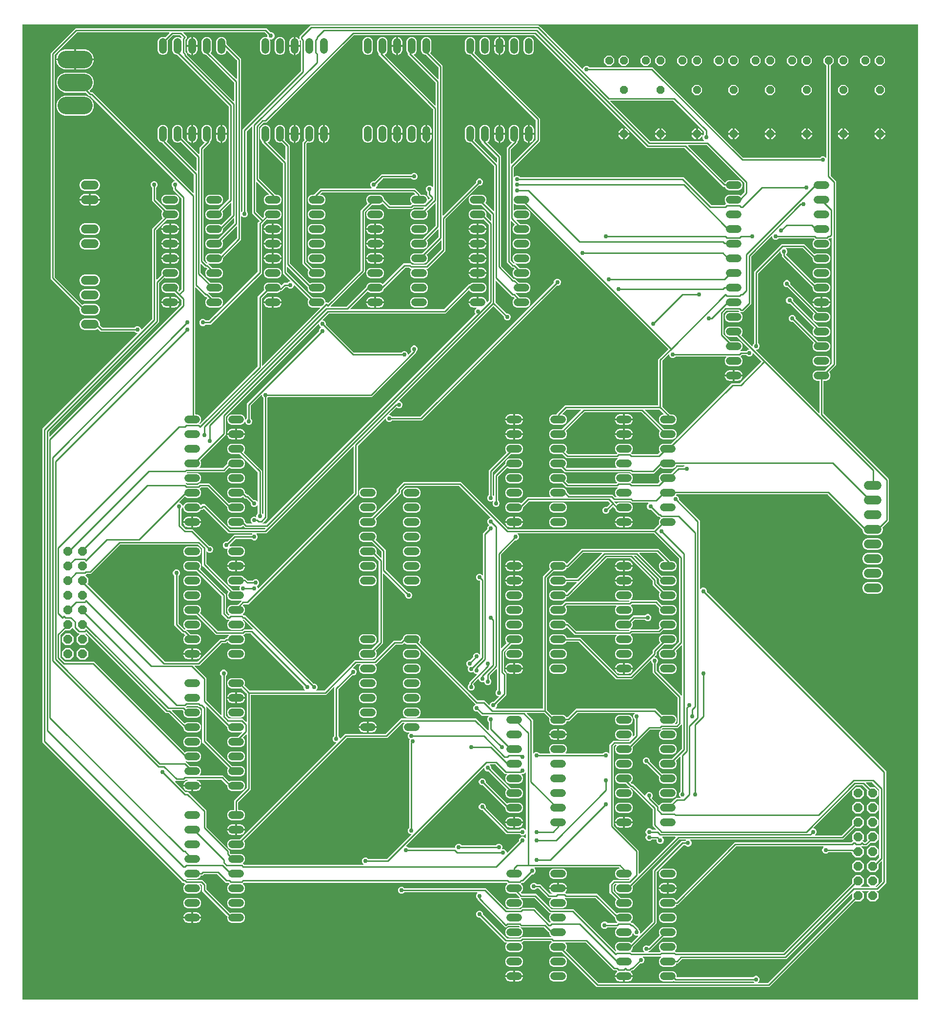
<source format=gbr>
G04 EAGLE Gerber RS-274X export*
G75*
%MOMM*%
%FSLAX34Y34*%
%LPD*%
%INBottom Copper*%
%IPPOS*%
%AMOC8*
5,1,8,0,0,1.08239X$1,22.5*%
G01*
%ADD10C,1.320800*%
%ADD11P,1.429621X8X22.500000*%
%ADD12P,1.429621X8X112.500000*%
%ADD13C,3.009900*%
%ADD14C,1.524000*%
%ADD15P,1.649562X8X112.500000*%
%ADD16C,0.254000*%
%ADD17C,0.756400*%

G36*
X1563698Y22864D02*
X1563698Y22864D01*
X1563717Y22862D01*
X1563819Y22884D01*
X1563921Y22900D01*
X1563938Y22910D01*
X1563958Y22914D01*
X1564047Y22967D01*
X1564138Y23016D01*
X1564152Y23030D01*
X1564169Y23040D01*
X1564236Y23119D01*
X1564308Y23194D01*
X1564316Y23212D01*
X1564329Y23227D01*
X1564368Y23323D01*
X1564411Y23417D01*
X1564413Y23437D01*
X1564421Y23455D01*
X1564439Y23622D01*
X1564439Y1712978D01*
X1564436Y1712998D01*
X1564438Y1713017D01*
X1564416Y1713119D01*
X1564400Y1713221D01*
X1564390Y1713238D01*
X1564386Y1713258D01*
X1564333Y1713347D01*
X1564284Y1713438D01*
X1564270Y1713452D01*
X1564260Y1713469D01*
X1564181Y1713536D01*
X1564106Y1713608D01*
X1564088Y1713616D01*
X1564073Y1713629D01*
X1563977Y1713668D01*
X1563883Y1713711D01*
X1563863Y1713713D01*
X1563845Y1713721D01*
X1563678Y1713739D01*
X10922Y1713739D01*
X10902Y1713736D01*
X10883Y1713738D01*
X10781Y1713716D01*
X10679Y1713700D01*
X10662Y1713690D01*
X10642Y1713686D01*
X10553Y1713633D01*
X10462Y1713584D01*
X10448Y1713570D01*
X10431Y1713560D01*
X10364Y1713481D01*
X10292Y1713406D01*
X10284Y1713388D01*
X10271Y1713373D01*
X10232Y1713277D01*
X10189Y1713183D01*
X10187Y1713163D01*
X10179Y1713145D01*
X10161Y1712978D01*
X10161Y23622D01*
X10164Y23602D01*
X10162Y23583D01*
X10184Y23481D01*
X10200Y23379D01*
X10210Y23362D01*
X10214Y23342D01*
X10267Y23253D01*
X10316Y23162D01*
X10330Y23148D01*
X10340Y23131D01*
X10419Y23064D01*
X10494Y22992D01*
X10512Y22984D01*
X10527Y22971D01*
X10623Y22932D01*
X10717Y22889D01*
X10737Y22887D01*
X10755Y22879D01*
X10922Y22861D01*
X1563678Y22861D01*
X1563698Y22864D01*
G37*
%LPC*%
G36*
X1007161Y44703D02*
X1007161Y44703D01*
X946678Y105186D01*
X946604Y105239D01*
X946534Y105299D01*
X946504Y105311D01*
X946478Y105330D01*
X946391Y105357D01*
X946306Y105391D01*
X946265Y105395D01*
X946243Y105402D01*
X946211Y105401D01*
X946139Y105409D01*
X931428Y105409D01*
X928160Y106763D01*
X925659Y109264D01*
X924305Y112532D01*
X924305Y116068D01*
X925659Y119336D01*
X928160Y121837D01*
X928427Y121948D01*
X928466Y121972D01*
X928510Y121988D01*
X928570Y122037D01*
X928636Y122078D01*
X928666Y122113D01*
X928702Y122142D01*
X928744Y122207D01*
X928793Y122267D01*
X928810Y122310D01*
X928835Y122349D01*
X928854Y122424D01*
X928881Y122497D01*
X928883Y122543D01*
X928895Y122587D01*
X928889Y122665D01*
X928892Y122742D01*
X928879Y122787D01*
X928876Y122832D01*
X928845Y122904D01*
X928823Y122979D01*
X928797Y123016D01*
X928779Y123059D01*
X928694Y123165D01*
X928683Y123181D01*
X928679Y123184D01*
X928674Y123190D01*
X927755Y124109D01*
X927681Y124162D01*
X927611Y124222D01*
X927581Y124234D01*
X927555Y124253D01*
X927468Y124280D01*
X927383Y124314D01*
X927342Y124318D01*
X927320Y124325D01*
X927288Y124324D01*
X927216Y124332D01*
X880121Y124332D01*
X880030Y124318D01*
X879940Y124310D01*
X879910Y124298D01*
X879878Y124293D01*
X879797Y124250D01*
X879713Y124214D01*
X879681Y124188D01*
X879660Y124177D01*
X879638Y124154D01*
X879582Y124109D01*
X877392Y121919D01*
X876996Y121919D01*
X876925Y121908D01*
X876853Y121906D01*
X876805Y121888D01*
X876753Y121880D01*
X876690Y121846D01*
X876622Y121821D01*
X876582Y121789D01*
X876536Y121764D01*
X876486Y121712D01*
X876430Y121668D01*
X876402Y121624D01*
X876366Y121586D01*
X876336Y121521D01*
X876297Y121461D01*
X876285Y121410D01*
X876263Y121363D01*
X876255Y121292D01*
X876237Y121222D01*
X876241Y121170D01*
X876236Y121119D01*
X876251Y121048D01*
X876257Y120977D01*
X876277Y120929D01*
X876288Y120878D01*
X876325Y120817D01*
X876353Y120751D01*
X876398Y120695D01*
X876414Y120667D01*
X876432Y120652D01*
X876458Y120620D01*
X877741Y119336D01*
X879095Y116068D01*
X879095Y112532D01*
X877741Y109264D01*
X875240Y106763D01*
X871972Y105409D01*
X855228Y105409D01*
X851960Y106763D01*
X849459Y109264D01*
X848105Y112532D01*
X848105Y116068D01*
X849459Y119336D01*
X850742Y120620D01*
X850784Y120678D01*
X850834Y120730D01*
X850856Y120777D01*
X850886Y120819D01*
X850907Y120888D01*
X850937Y120953D01*
X850943Y121005D01*
X850958Y121055D01*
X850956Y121126D01*
X850964Y121197D01*
X850953Y121248D01*
X850952Y121300D01*
X850927Y121368D01*
X850912Y121438D01*
X850885Y121483D01*
X850867Y121531D01*
X850823Y121587D01*
X850786Y121649D01*
X850746Y121683D01*
X850714Y121723D01*
X850653Y121762D01*
X850599Y121809D01*
X850551Y121828D01*
X850507Y121856D01*
X850437Y121874D01*
X850371Y121901D01*
X850299Y121909D01*
X850268Y121917D01*
X850245Y121915D01*
X850204Y121919D01*
X847903Y121919D01*
X804791Y165031D01*
X804717Y165084D01*
X804647Y165144D01*
X804617Y165156D01*
X804591Y165175D01*
X804504Y165202D01*
X804419Y165236D01*
X804378Y165240D01*
X804356Y165247D01*
X804324Y165246D01*
X804252Y165254D01*
X802322Y165254D01*
X800091Y166178D01*
X798384Y167885D01*
X797460Y170116D01*
X797460Y172530D01*
X798384Y174761D01*
X800091Y176468D01*
X802322Y177392D01*
X804736Y177392D01*
X806967Y176468D01*
X808674Y174761D01*
X809598Y172530D01*
X809598Y170600D01*
X809612Y170509D01*
X809620Y170419D01*
X809632Y170389D01*
X809637Y170357D01*
X809680Y170276D01*
X809716Y170192D01*
X809742Y170160D01*
X809753Y170139D01*
X809776Y170117D01*
X809821Y170061D01*
X850626Y129256D01*
X850700Y129203D01*
X850770Y129143D01*
X850800Y129131D01*
X850826Y129112D01*
X850913Y129085D01*
X850998Y129051D01*
X851039Y129047D01*
X851061Y129040D01*
X851093Y129041D01*
X851165Y129033D01*
X874130Y129033D01*
X874221Y129047D01*
X874311Y129055D01*
X874341Y129067D01*
X874373Y129072D01*
X874454Y129115D01*
X874538Y129151D01*
X874570Y129177D01*
X874591Y129188D01*
X874613Y129211D01*
X874669Y129256D01*
X876859Y131446D01*
X927039Y131446D01*
X927110Y131457D01*
X927182Y131459D01*
X927230Y131477D01*
X927282Y131485D01*
X927345Y131519D01*
X927413Y131544D01*
X927453Y131576D01*
X927499Y131601D01*
X927549Y131653D01*
X927605Y131697D01*
X927633Y131741D01*
X927669Y131779D01*
X927699Y131844D01*
X927738Y131904D01*
X927750Y131955D01*
X927772Y132002D01*
X927780Y132073D01*
X927798Y132143D01*
X927794Y132195D01*
X927799Y132246D01*
X927784Y132317D01*
X927778Y132388D01*
X927758Y132436D01*
X927747Y132487D01*
X927710Y132548D01*
X927682Y132614D01*
X927637Y132670D01*
X927621Y132698D01*
X927603Y132713D01*
X927577Y132745D01*
X925659Y134664D01*
X924305Y137932D01*
X924305Y139308D01*
X924291Y139399D01*
X924283Y139489D01*
X924271Y139519D01*
X924266Y139551D01*
X924223Y139632D01*
X924187Y139716D01*
X924161Y139748D01*
X924150Y139769D01*
X924127Y139791D01*
X924105Y139819D01*
X924102Y139823D01*
X924099Y139825D01*
X924082Y139847D01*
X915690Y148239D01*
X915616Y148292D01*
X915546Y148352D01*
X915516Y148364D01*
X915490Y148383D01*
X915403Y148410D01*
X915318Y148444D01*
X915277Y148448D01*
X915255Y148455D01*
X915223Y148454D01*
X915151Y148462D01*
X875853Y148462D01*
X875782Y148451D01*
X875710Y148449D01*
X875662Y148431D01*
X875610Y148423D01*
X875547Y148389D01*
X875479Y148364D01*
X875439Y148332D01*
X875393Y148307D01*
X875343Y148255D01*
X875287Y148211D01*
X875259Y148167D01*
X875223Y148129D01*
X875193Y148064D01*
X875154Y148004D01*
X875142Y147953D01*
X875120Y147906D01*
X875112Y147835D01*
X875094Y147765D01*
X875098Y147713D01*
X875093Y147662D01*
X875108Y147591D01*
X875114Y147520D01*
X875134Y147472D01*
X875145Y147421D01*
X875182Y147360D01*
X875210Y147294D01*
X875255Y147238D01*
X875271Y147210D01*
X875289Y147195D01*
X875315Y147163D01*
X877741Y144736D01*
X879095Y141468D01*
X879095Y137932D01*
X877741Y134664D01*
X875240Y132163D01*
X871972Y130809D01*
X855228Y130809D01*
X851960Y132163D01*
X849459Y134664D01*
X848105Y137932D01*
X848105Y141468D01*
X849459Y144736D01*
X851960Y147237D01*
X855228Y148591D01*
X871972Y148591D01*
X872440Y148397D01*
X872534Y148375D01*
X872627Y148346D01*
X872654Y148347D01*
X872679Y148341D01*
X872776Y148350D01*
X872873Y148353D01*
X872898Y148362D01*
X872924Y148364D01*
X873013Y148404D01*
X873104Y148437D01*
X873125Y148454D01*
X873149Y148464D01*
X873220Y148530D01*
X873296Y148591D01*
X873311Y148613D01*
X873330Y148631D01*
X873377Y148716D01*
X873429Y148798D01*
X873436Y148823D01*
X873448Y148846D01*
X873466Y148942D01*
X873489Y149036D01*
X873487Y149062D01*
X873492Y149088D01*
X873478Y149185D01*
X873470Y149282D01*
X873460Y149306D01*
X873456Y149331D01*
X873412Y149418D01*
X873374Y149508D01*
X873354Y149533D01*
X873345Y149551D01*
X873321Y149574D01*
X873269Y149639D01*
X872256Y150652D01*
X872182Y150705D01*
X872112Y150765D01*
X872082Y150777D01*
X872056Y150796D01*
X871969Y150823D01*
X871884Y150857D01*
X871843Y150861D01*
X871821Y150868D01*
X871789Y150867D01*
X871717Y150875D01*
X853578Y150875D01*
X853487Y150861D01*
X853397Y150853D01*
X853367Y150841D01*
X853335Y150836D01*
X853254Y150793D01*
X853170Y150757D01*
X853138Y150731D01*
X853117Y150720D01*
X853095Y150697D01*
X853039Y150652D01*
X850849Y148462D01*
X847903Y148462D01*
X799972Y196393D01*
X799972Y197351D01*
X799958Y197441D01*
X799950Y197532D01*
X799938Y197562D01*
X799933Y197594D01*
X799890Y197674D01*
X799854Y197758D01*
X799828Y197790D01*
X799817Y197811D01*
X799794Y197833D01*
X799749Y197889D01*
X798384Y199254D01*
X797460Y201485D01*
X797460Y203899D01*
X798384Y206130D01*
X799742Y207488D01*
X799784Y207546D01*
X799833Y207598D01*
X799855Y207645D01*
X799886Y207687D01*
X799907Y207756D01*
X799937Y207821D01*
X799943Y207873D01*
X799958Y207923D01*
X799956Y207994D01*
X799964Y208065D01*
X799953Y208116D01*
X799952Y208168D01*
X799927Y208236D01*
X799912Y208306D01*
X799885Y208351D01*
X799867Y208399D01*
X799822Y208455D01*
X799786Y208517D01*
X799746Y208551D01*
X799714Y208591D01*
X799653Y208630D01*
X799599Y208677D01*
X799551Y208696D01*
X799507Y208724D01*
X799437Y208742D01*
X799371Y208769D01*
X799299Y208777D01*
X799268Y208785D01*
X799245Y208783D01*
X799204Y208787D01*
X673742Y208787D01*
X673652Y208773D01*
X673561Y208765D01*
X673531Y208753D01*
X673499Y208748D01*
X673419Y208705D01*
X673335Y208669D01*
X673303Y208643D01*
X673282Y208632D01*
X673260Y208609D01*
X673204Y208564D01*
X671839Y207199D01*
X669608Y206275D01*
X667194Y206275D01*
X664963Y207199D01*
X663256Y208906D01*
X662332Y211137D01*
X662332Y213551D01*
X663256Y215782D01*
X664963Y217489D01*
X667194Y218413D01*
X669608Y218413D01*
X671839Y217489D01*
X673204Y216124D01*
X673278Y216070D01*
X673347Y216011D01*
X673377Y215999D01*
X673404Y215980D01*
X673490Y215953D01*
X673575Y215919D01*
X673616Y215915D01*
X673639Y215908D01*
X673671Y215909D01*
X673742Y215901D01*
X814654Y215901D01*
X850626Y179929D01*
X850700Y179876D01*
X850770Y179816D01*
X850800Y179804D01*
X850826Y179785D01*
X850913Y179758D01*
X850998Y179724D01*
X851039Y179720D01*
X851061Y179713D01*
X851093Y179714D01*
X851165Y179706D01*
X874130Y179706D01*
X874221Y179720D01*
X874311Y179728D01*
X874341Y179740D01*
X874373Y179745D01*
X874454Y179788D01*
X874538Y179824D01*
X874570Y179850D01*
X874591Y179861D01*
X874613Y179884D01*
X874669Y179929D01*
X876859Y182119D01*
X899109Y182119D01*
X924847Y156381D01*
X924863Y156369D01*
X924876Y156354D01*
X924963Y156297D01*
X925047Y156237D01*
X925066Y156231D01*
X925083Y156221D01*
X925183Y156195D01*
X925282Y156165D01*
X925302Y156165D01*
X925321Y156161D01*
X925424Y156169D01*
X925528Y156171D01*
X925547Y156178D01*
X925566Y156180D01*
X925662Y156220D01*
X925759Y156256D01*
X925774Y156268D01*
X925793Y156276D01*
X925924Y156381D01*
X927095Y157552D01*
X927106Y157568D01*
X927122Y157580D01*
X927178Y157667D01*
X927238Y157751D01*
X927244Y157770D01*
X927255Y157787D01*
X927280Y157888D01*
X927310Y157986D01*
X927310Y158006D01*
X927315Y158026D01*
X927307Y158129D01*
X927304Y158232D01*
X927297Y158251D01*
X927296Y158271D01*
X927255Y158366D01*
X927220Y158463D01*
X927207Y158479D01*
X927199Y158497D01*
X927095Y158628D01*
X925659Y160064D01*
X924305Y163332D01*
X924305Y166868D01*
X925659Y170136D01*
X926815Y171293D01*
X926857Y171351D01*
X926907Y171403D01*
X926929Y171450D01*
X926959Y171492D01*
X926980Y171561D01*
X927010Y171626D01*
X927016Y171678D01*
X927031Y171728D01*
X927029Y171799D01*
X927037Y171870D01*
X927026Y171921D01*
X927025Y171973D01*
X927000Y172041D01*
X926985Y172111D01*
X926958Y172156D01*
X926940Y172204D01*
X926896Y172260D01*
X926859Y172322D01*
X926819Y172356D01*
X926787Y172396D01*
X926726Y172435D01*
X926672Y172482D01*
X926624Y172501D01*
X926580Y172529D01*
X926510Y172547D01*
X926444Y172574D01*
X926373Y172582D01*
X926341Y172590D01*
X926318Y172588D01*
X926277Y172592D01*
X925119Y172592D01*
X898799Y198912D01*
X898725Y198965D01*
X898655Y199025D01*
X898625Y199037D01*
X898599Y199056D01*
X898512Y199083D01*
X898427Y199117D01*
X898386Y199121D01*
X898364Y199128D01*
X898332Y199127D01*
X898260Y199135D01*
X875980Y199135D01*
X875909Y199124D01*
X875837Y199122D01*
X875789Y199104D01*
X875737Y199096D01*
X875674Y199062D01*
X875606Y199037D01*
X875566Y199005D01*
X875520Y198980D01*
X875470Y198928D01*
X875414Y198884D01*
X875386Y198840D01*
X875350Y198802D01*
X875320Y198737D01*
X875281Y198677D01*
X875269Y198626D01*
X875247Y198579D01*
X875239Y198508D01*
X875221Y198438D01*
X875225Y198386D01*
X875220Y198335D01*
X875235Y198264D01*
X875241Y198193D01*
X875261Y198145D01*
X875272Y198094D01*
X875309Y198033D01*
X875337Y197967D01*
X875382Y197911D01*
X875398Y197883D01*
X875416Y197868D01*
X875442Y197836D01*
X877741Y195536D01*
X879095Y192268D01*
X879095Y188732D01*
X877741Y185464D01*
X875240Y182963D01*
X871972Y181609D01*
X855228Y181609D01*
X851960Y182963D01*
X849459Y185464D01*
X848105Y188732D01*
X848105Y192268D01*
X849459Y195536D01*
X851960Y198037D01*
X855228Y199391D01*
X871972Y199391D01*
X872223Y199287D01*
X872318Y199265D01*
X872411Y199236D01*
X872437Y199237D01*
X872462Y199231D01*
X872559Y199240D01*
X872657Y199243D01*
X872681Y199252D01*
X872707Y199254D01*
X872796Y199294D01*
X872888Y199327D01*
X872908Y199343D01*
X872932Y199354D01*
X873004Y199420D01*
X873080Y199481D01*
X873094Y199503D01*
X873113Y199520D01*
X873160Y199606D01*
X873213Y199688D01*
X873219Y199713D01*
X873232Y199736D01*
X873249Y199832D01*
X873273Y199926D01*
X873271Y199952D01*
X873275Y199978D01*
X873261Y200074D01*
X873254Y200171D01*
X873243Y200195D01*
X873239Y200221D01*
X873195Y200308D01*
X873157Y200398D01*
X873137Y200423D01*
X873128Y200441D01*
X873104Y200464D01*
X873052Y200529D01*
X872139Y201442D01*
X866795Y206786D01*
X866721Y206839D01*
X866651Y206899D01*
X866621Y206911D01*
X866595Y206930D01*
X866508Y206957D01*
X866423Y206991D01*
X866382Y206995D01*
X866360Y207002D01*
X866328Y207001D01*
X866256Y207009D01*
X855228Y207009D01*
X851960Y208363D01*
X849459Y210864D01*
X848105Y214132D01*
X848105Y217668D01*
X849459Y220936D01*
X851720Y223197D01*
X851732Y223214D01*
X851747Y223226D01*
X851803Y223313D01*
X851864Y223397D01*
X851869Y223416D01*
X851880Y223433D01*
X851906Y223533D01*
X851936Y223632D01*
X851935Y223652D01*
X851940Y223671D01*
X851932Y223774D01*
X851930Y223878D01*
X851923Y223897D01*
X851921Y223917D01*
X851881Y224012D01*
X851845Y224109D01*
X851833Y224125D01*
X851825Y224143D01*
X851720Y224274D01*
X850539Y225455D01*
X850465Y225508D01*
X850395Y225568D01*
X850365Y225580D01*
X850339Y225599D01*
X850252Y225626D01*
X850167Y225660D01*
X850126Y225664D01*
X850104Y225671D01*
X850072Y225670D01*
X850000Y225678D01*
X395108Y225678D01*
X395017Y225664D01*
X394927Y225656D01*
X394897Y225644D01*
X394865Y225639D01*
X394784Y225596D01*
X394700Y225560D01*
X394668Y225534D01*
X394647Y225523D01*
X394625Y225500D01*
X394569Y225455D01*
X393134Y224020D01*
X393122Y224004D01*
X393107Y223991D01*
X393051Y223904D01*
X392990Y223820D01*
X392985Y223801D01*
X392974Y223784D01*
X392948Y223684D01*
X392918Y223585D01*
X392919Y223565D01*
X392914Y223546D01*
X392922Y223443D01*
X392924Y223339D01*
X392931Y223321D01*
X392933Y223301D01*
X392973Y223206D01*
X393009Y223108D01*
X393021Y223093D01*
X393029Y223074D01*
X393134Y222943D01*
X395141Y220936D01*
X396495Y217668D01*
X396495Y214132D01*
X395141Y210864D01*
X392640Y208363D01*
X389372Y207009D01*
X372628Y207009D01*
X369360Y208363D01*
X366859Y210864D01*
X365505Y214132D01*
X365505Y217668D01*
X366859Y220936D01*
X369120Y223197D01*
X369132Y223214D01*
X369147Y223226D01*
X369203Y223313D01*
X369264Y223397D01*
X369269Y223416D01*
X369280Y223433D01*
X369306Y223533D01*
X369336Y223632D01*
X369335Y223652D01*
X369340Y223671D01*
X369332Y223774D01*
X369330Y223878D01*
X369323Y223897D01*
X369321Y223917D01*
X369281Y224012D01*
X369245Y224109D01*
X369233Y224125D01*
X369225Y224143D01*
X369120Y224274D01*
X367939Y225455D01*
X367865Y225508D01*
X367795Y225568D01*
X367765Y225580D01*
X367739Y225599D01*
X367652Y225626D01*
X367567Y225660D01*
X367526Y225664D01*
X367504Y225671D01*
X367472Y225670D01*
X367400Y225678D01*
X362890Y225678D01*
X348635Y239933D01*
X348561Y239986D01*
X348491Y240046D01*
X348461Y240058D01*
X348435Y240077D01*
X348348Y240104D01*
X348263Y240138D01*
X348222Y240142D01*
X348200Y240149D01*
X348168Y240148D01*
X348096Y240156D01*
X325131Y240156D01*
X325040Y240142D01*
X324950Y240134D01*
X324920Y240122D01*
X324888Y240117D01*
X324807Y240074D01*
X324723Y240038D01*
X324691Y240012D01*
X324670Y240001D01*
X324648Y239978D01*
X324592Y239933D01*
X322402Y237743D01*
X320063Y237743D01*
X319948Y237724D01*
X319832Y237707D01*
X319826Y237705D01*
X319820Y237704D01*
X319717Y237649D01*
X319612Y237596D01*
X319608Y237591D01*
X319603Y237588D01*
X319523Y237504D01*
X319440Y237420D01*
X319437Y237414D01*
X319433Y237410D01*
X319425Y237393D01*
X319359Y237273D01*
X318941Y236264D01*
X316440Y233763D01*
X313172Y232409D01*
X296428Y232409D01*
X295527Y232782D01*
X295432Y232805D01*
X295339Y232833D01*
X295313Y232833D01*
X295287Y232839D01*
X295191Y232829D01*
X295093Y232827D01*
X295068Y232818D01*
X295042Y232815D01*
X294953Y232776D01*
X294862Y232742D01*
X294842Y232726D01*
X294818Y232715D01*
X294746Y232650D01*
X294670Y232589D01*
X294656Y232567D01*
X294637Y232549D01*
X294590Y232464D01*
X294537Y232382D01*
X294531Y232356D01*
X294518Y232334D01*
X294501Y232238D01*
X294477Y232143D01*
X294479Y232117D01*
X294474Y232091D01*
X294489Y231995D01*
X294496Y231898D01*
X294506Y231874D01*
X294510Y231848D01*
X294554Y231761D01*
X294592Y231672D01*
X294613Y231646D01*
X294622Y231629D01*
X294645Y231606D01*
X294697Y231541D01*
X295636Y230602D01*
X295710Y230549D01*
X295780Y230489D01*
X295810Y230477D01*
X295836Y230458D01*
X295923Y230431D01*
X296008Y230397D01*
X296049Y230393D01*
X296071Y230386D01*
X296103Y230387D01*
X296175Y230379D01*
X322402Y230379D01*
X329312Y223469D01*
X329312Y214133D01*
X329326Y214042D01*
X329334Y213952D01*
X329346Y213922D01*
X329351Y213890D01*
X329394Y213809D01*
X329430Y213725D01*
X329456Y213693D01*
X329467Y213672D01*
X329490Y213650D01*
X329535Y213594D01*
X369801Y173328D01*
X369895Y173261D01*
X369989Y173190D01*
X369995Y173189D01*
X370000Y173185D01*
X370111Y173151D01*
X370223Y173114D01*
X370229Y173114D01*
X370235Y173113D01*
X370352Y173116D01*
X370469Y173117D01*
X370476Y173119D01*
X370481Y173119D01*
X370499Y173125D01*
X370630Y173163D01*
X372628Y173991D01*
X389372Y173991D01*
X392640Y172637D01*
X395141Y170136D01*
X396495Y166868D01*
X396495Y163332D01*
X395141Y160064D01*
X392640Y157563D01*
X389372Y156209D01*
X372628Y156209D01*
X369360Y157563D01*
X366859Y160064D01*
X365505Y163332D01*
X365505Y166868D01*
X365514Y166890D01*
X365541Y167004D01*
X365569Y167117D01*
X365569Y167124D01*
X365570Y167130D01*
X365559Y167246D01*
X365550Y167363D01*
X365548Y167368D01*
X365547Y167375D01*
X365500Y167482D01*
X365454Y167589D01*
X365449Y167595D01*
X365447Y167599D01*
X365435Y167613D01*
X365349Y167720D01*
X324505Y208564D01*
X322198Y210871D01*
X322198Y220207D01*
X322184Y220298D01*
X322176Y220388D01*
X322164Y220418D01*
X322159Y220450D01*
X322116Y220531D01*
X322080Y220615D01*
X322054Y220647D01*
X322043Y220668D01*
X322020Y220690D01*
X321975Y220746D01*
X319679Y223042D01*
X319605Y223095D01*
X319535Y223155D01*
X319505Y223167D01*
X319479Y223186D01*
X319392Y223213D01*
X319307Y223247D01*
X319266Y223251D01*
X319244Y223258D01*
X319212Y223257D01*
X319140Y223265D01*
X318450Y223265D01*
X318379Y223254D01*
X318307Y223252D01*
X318259Y223234D01*
X318207Y223226D01*
X318144Y223192D01*
X318076Y223167D01*
X318036Y223135D01*
X317990Y223110D01*
X317940Y223058D01*
X317884Y223014D01*
X317856Y222970D01*
X317820Y222932D01*
X317790Y222867D01*
X317751Y222807D01*
X317739Y222756D01*
X317717Y222709D01*
X317709Y222638D01*
X317691Y222568D01*
X317695Y222516D01*
X317690Y222465D01*
X317705Y222394D01*
X317711Y222323D01*
X317731Y222275D01*
X317742Y222224D01*
X317779Y222163D01*
X317807Y222097D01*
X317852Y222041D01*
X317868Y222013D01*
X317886Y221998D01*
X317912Y221966D01*
X318941Y220936D01*
X320295Y217668D01*
X320295Y214132D01*
X318941Y210864D01*
X316440Y208363D01*
X313172Y207009D01*
X296428Y207009D01*
X293160Y208363D01*
X290659Y210864D01*
X289305Y214132D01*
X289305Y217668D01*
X290659Y220936D01*
X292412Y222689D01*
X292424Y222706D01*
X292439Y222718D01*
X292495Y222805D01*
X292556Y222889D01*
X292561Y222908D01*
X292572Y222925D01*
X292598Y223025D01*
X292628Y223124D01*
X292627Y223144D01*
X292632Y223163D01*
X292624Y223266D01*
X292622Y223370D01*
X292615Y223389D01*
X292613Y223409D01*
X292573Y223504D01*
X292537Y223601D01*
X292525Y223617D01*
X292517Y223635D01*
X292412Y223766D01*
X290723Y225455D01*
X290649Y225508D01*
X290579Y225568D01*
X290549Y225580D01*
X290523Y225599D01*
X290436Y225626D01*
X290351Y225660D01*
X290310Y225664D01*
X290288Y225671D01*
X290256Y225670D01*
X290184Y225678D01*
X288087Y225678D01*
X44703Y469062D01*
X44703Y1012520D01*
X209598Y1177415D01*
X209640Y1177473D01*
X209689Y1177525D01*
X209711Y1177572D01*
X209741Y1177614D01*
X209762Y1177683D01*
X209793Y1177748D01*
X209798Y1177800D01*
X209814Y1177850D01*
X209812Y1177921D01*
X209820Y1177992D01*
X209809Y1178043D01*
X209807Y1178095D01*
X209783Y1178163D01*
X209767Y1178233D01*
X209741Y1178277D01*
X209723Y1178326D01*
X209678Y1178382D01*
X209641Y1178444D01*
X209602Y1178478D01*
X209569Y1178518D01*
X209509Y1178557D01*
X209454Y1178604D01*
X209406Y1178623D01*
X209362Y1178651D01*
X209293Y1178669D01*
X209226Y1178696D01*
X209155Y1178704D01*
X209124Y1178712D01*
X209100Y1178710D01*
X209059Y1178714D01*
X208724Y1178714D01*
X206493Y1179638D01*
X205128Y1181003D01*
X205054Y1181056D01*
X204985Y1181116D01*
X204955Y1181128D01*
X204928Y1181147D01*
X204842Y1181174D01*
X204757Y1181208D01*
X204716Y1181212D01*
X204693Y1181219D01*
X204661Y1181218D01*
X204590Y1181226D01*
X145720Y1181226D01*
X141426Y1185520D01*
X141410Y1185531D01*
X141398Y1185547D01*
X141311Y1185603D01*
X141227Y1185663D01*
X141208Y1185669D01*
X141191Y1185680D01*
X141091Y1185705D01*
X140992Y1185736D01*
X140972Y1185735D01*
X140952Y1185740D01*
X140849Y1185732D01*
X140746Y1185729D01*
X140727Y1185722D01*
X140707Y1185721D01*
X140612Y1185680D01*
X140515Y1185645D01*
X140499Y1185632D01*
X140481Y1185624D01*
X140350Y1185520D01*
X140232Y1185401D01*
X136591Y1183893D01*
X117409Y1183893D01*
X113768Y1185401D01*
X110981Y1188188D01*
X109473Y1191829D01*
X109473Y1195771D01*
X110981Y1199412D01*
X113768Y1202199D01*
X117409Y1203707D01*
X136591Y1203707D01*
X140232Y1202199D01*
X143019Y1199412D01*
X144527Y1195771D01*
X144527Y1192795D01*
X144541Y1192704D01*
X144549Y1192614D01*
X144561Y1192584D01*
X144566Y1192552D01*
X144609Y1192471D01*
X144645Y1192387D01*
X144671Y1192355D01*
X144682Y1192334D01*
X144705Y1192312D01*
X144750Y1192256D01*
X148443Y1188563D01*
X148517Y1188510D01*
X148587Y1188450D01*
X148617Y1188438D01*
X148643Y1188419D01*
X148730Y1188392D01*
X148815Y1188358D01*
X148856Y1188354D01*
X148878Y1188347D01*
X148910Y1188348D01*
X148982Y1188340D01*
X204590Y1188340D01*
X204680Y1188354D01*
X204771Y1188362D01*
X204801Y1188374D01*
X204833Y1188379D01*
X204913Y1188422D01*
X204997Y1188458D01*
X205029Y1188484D01*
X205050Y1188495D01*
X205072Y1188518D01*
X205128Y1188563D01*
X206493Y1189928D01*
X208724Y1190852D01*
X211138Y1190852D01*
X213369Y1189928D01*
X215076Y1188221D01*
X216000Y1185990D01*
X216000Y1185655D01*
X216011Y1185584D01*
X216013Y1185512D01*
X216031Y1185463D01*
X216039Y1185412D01*
X216073Y1185348D01*
X216098Y1185281D01*
X216130Y1185240D01*
X216155Y1185194D01*
X216207Y1185145D01*
X216251Y1185089D01*
X216295Y1185061D01*
X216333Y1185025D01*
X216398Y1184995D01*
X216458Y1184956D01*
X216509Y1184943D01*
X216556Y1184921D01*
X216627Y1184913D01*
X216697Y1184896D01*
X216749Y1184900D01*
X216800Y1184894D01*
X216871Y1184910D01*
X216942Y1184915D01*
X216990Y1184935D01*
X217041Y1184947D01*
X217102Y1184983D01*
X217168Y1185011D01*
X217224Y1185056D01*
X217252Y1185073D01*
X217267Y1185091D01*
X217299Y1185116D01*
X235107Y1202924D01*
X235160Y1202998D01*
X235220Y1203068D01*
X235232Y1203098D01*
X235251Y1203124D01*
X235278Y1203211D01*
X235312Y1203296D01*
X235316Y1203337D01*
X235323Y1203359D01*
X235322Y1203391D01*
X235330Y1203463D01*
X235330Y1359992D01*
X253042Y1377704D01*
X253054Y1377720D01*
X253069Y1377733D01*
X253125Y1377820D01*
X253186Y1377904D01*
X253191Y1377923D01*
X253202Y1377940D01*
X253228Y1378040D01*
X253258Y1378139D01*
X253257Y1378159D01*
X253262Y1378178D01*
X253254Y1378281D01*
X253252Y1378385D01*
X253245Y1378403D01*
X253243Y1378423D01*
X253203Y1378518D01*
X253167Y1378616D01*
X253155Y1378631D01*
X253147Y1378650D01*
X253042Y1378781D01*
X252559Y1379264D01*
X251205Y1382532D01*
X251205Y1386068D01*
X252559Y1389336D01*
X252597Y1389375D01*
X252609Y1389391D01*
X252625Y1389404D01*
X252681Y1389491D01*
X252741Y1389575D01*
X252747Y1389594D01*
X252758Y1389610D01*
X252783Y1389711D01*
X252813Y1389810D01*
X252813Y1389830D01*
X252818Y1389849D01*
X252810Y1389952D01*
X252807Y1390056D01*
X252800Y1390074D01*
X252799Y1390094D01*
X252758Y1390189D01*
X252723Y1390287D01*
X252710Y1390302D01*
X252702Y1390321D01*
X252598Y1390451D01*
X235330Y1407719D01*
X235330Y1430394D01*
X235316Y1430484D01*
X235308Y1430575D01*
X235296Y1430605D01*
X235291Y1430637D01*
X235248Y1430717D01*
X235212Y1430801D01*
X235186Y1430833D01*
X235175Y1430854D01*
X235152Y1430876D01*
X235139Y1430893D01*
X235133Y1430903D01*
X235126Y1430908D01*
X235107Y1430932D01*
X233742Y1432297D01*
X232818Y1434528D01*
X232818Y1436942D01*
X233742Y1439173D01*
X235449Y1440880D01*
X237680Y1441804D01*
X240094Y1441804D01*
X242325Y1440880D01*
X244032Y1439173D01*
X244956Y1436942D01*
X244956Y1434528D01*
X244032Y1432297D01*
X242667Y1430932D01*
X242622Y1430870D01*
X242594Y1430840D01*
X242588Y1430829D01*
X242554Y1430789D01*
X242542Y1430759D01*
X242523Y1430732D01*
X242496Y1430646D01*
X242462Y1430561D01*
X242458Y1430520D01*
X242451Y1430497D01*
X242452Y1430465D01*
X242444Y1430394D01*
X242444Y1410981D01*
X242458Y1410890D01*
X242466Y1410800D01*
X242478Y1410770D01*
X242483Y1410738D01*
X242526Y1410657D01*
X242562Y1410573D01*
X242588Y1410541D01*
X242599Y1410520D01*
X242622Y1410498D01*
X242667Y1410442D01*
X259695Y1393414D01*
X259769Y1393361D01*
X259839Y1393301D01*
X259869Y1393289D01*
X259895Y1393270D01*
X259982Y1393243D01*
X260067Y1393209D01*
X260108Y1393205D01*
X260130Y1393198D01*
X260162Y1393199D01*
X260234Y1393191D01*
X275072Y1393191D01*
X278340Y1391837D01*
X280841Y1389336D01*
X282195Y1386068D01*
X282195Y1382532D01*
X280841Y1379264D01*
X278340Y1376763D01*
X275072Y1375409D01*
X261123Y1375409D01*
X261032Y1375395D01*
X260942Y1375387D01*
X260912Y1375375D01*
X260880Y1375370D01*
X260799Y1375327D01*
X260715Y1375291D01*
X260683Y1375265D01*
X260662Y1375254D01*
X260640Y1375231D01*
X260584Y1375186D01*
X242667Y1357269D01*
X242614Y1357195D01*
X242554Y1357125D01*
X242542Y1357095D01*
X242523Y1357069D01*
X242496Y1356982D01*
X242462Y1356897D01*
X242458Y1356856D01*
X242451Y1356834D01*
X242452Y1356802D01*
X242444Y1356730D01*
X242444Y1272424D01*
X242455Y1272353D01*
X242457Y1272281D01*
X242475Y1272232D01*
X242483Y1272181D01*
X242517Y1272117D01*
X242542Y1272050D01*
X242574Y1272009D01*
X242599Y1271963D01*
X242651Y1271914D01*
X242695Y1271858D01*
X242739Y1271830D01*
X242777Y1271794D01*
X242842Y1271764D01*
X242902Y1271725D01*
X242953Y1271712D01*
X243000Y1271690D01*
X243071Y1271682D01*
X243141Y1271665D01*
X243193Y1271669D01*
X243244Y1271663D01*
X243315Y1271679D01*
X243386Y1271684D01*
X243434Y1271704D01*
X243485Y1271716D01*
X243546Y1271752D01*
X243612Y1271780D01*
X243668Y1271825D01*
X243696Y1271842D01*
X243711Y1271860D01*
X243743Y1271885D01*
X251310Y1279452D01*
X251377Y1279546D01*
X251448Y1279640D01*
X251450Y1279646D01*
X251453Y1279651D01*
X251487Y1279762D01*
X251524Y1279874D01*
X251524Y1279880D01*
X251526Y1279886D01*
X251522Y1280003D01*
X251521Y1280120D01*
X251519Y1280127D01*
X251519Y1280132D01*
X251513Y1280150D01*
X251475Y1280281D01*
X251205Y1280932D01*
X251205Y1284468D01*
X252559Y1287736D01*
X255060Y1290237D01*
X258328Y1291591D01*
X275072Y1291591D01*
X278340Y1290237D01*
X280841Y1287736D01*
X282195Y1284468D01*
X282195Y1280932D01*
X280841Y1277664D01*
X278340Y1275163D01*
X275072Y1273809D01*
X258328Y1273809D01*
X256959Y1274376D01*
X256845Y1274403D01*
X256732Y1274431D01*
X256725Y1274431D01*
X256719Y1274432D01*
X256603Y1274421D01*
X256486Y1274412D01*
X256481Y1274410D01*
X256474Y1274409D01*
X256367Y1274361D01*
X256260Y1274316D01*
X256254Y1274311D01*
X256250Y1274309D01*
X256236Y1274297D01*
X256129Y1274211D01*
X247493Y1265575D01*
X247440Y1265501D01*
X247380Y1265431D01*
X247368Y1265401D01*
X247349Y1265375D01*
X247322Y1265288D01*
X247288Y1265203D01*
X247284Y1265162D01*
X247277Y1265140D01*
X247278Y1265108D01*
X247270Y1265036D01*
X247270Y1197788D01*
X56866Y1007384D01*
X56813Y1007310D01*
X56753Y1007240D01*
X56741Y1007210D01*
X56722Y1007184D01*
X56695Y1007097D01*
X56661Y1007012D01*
X56657Y1006971D01*
X56650Y1006949D01*
X56651Y1006917D01*
X56643Y1006845D01*
X56643Y999755D01*
X56654Y999684D01*
X56656Y999612D01*
X56674Y999563D01*
X56682Y999512D01*
X56716Y999448D01*
X56741Y999381D01*
X56773Y999340D01*
X56798Y999294D01*
X56850Y999245D01*
X56894Y999189D01*
X56938Y999161D01*
X56976Y999125D01*
X57041Y999095D01*
X57101Y999056D01*
X57152Y999043D01*
X57199Y999021D01*
X57270Y999013D01*
X57340Y998996D01*
X57392Y999000D01*
X57443Y998994D01*
X57514Y999010D01*
X57585Y999015D01*
X57633Y999035D01*
X57684Y999047D01*
X57745Y999083D01*
X57811Y999111D01*
X57867Y999156D01*
X57895Y999173D01*
X57910Y999191D01*
X57942Y999216D01*
X285780Y1227054D01*
X285833Y1227128D01*
X285893Y1227198D01*
X285905Y1227228D01*
X285924Y1227254D01*
X285951Y1227341D01*
X285985Y1227426D01*
X285989Y1227467D01*
X285996Y1227489D01*
X285995Y1227521D01*
X286003Y1227593D01*
X286003Y1236080D01*
X285989Y1236171D01*
X285981Y1236261D01*
X285969Y1236291D01*
X285964Y1236323D01*
X285921Y1236404D01*
X285885Y1236488D01*
X285859Y1236520D01*
X285848Y1236541D01*
X285825Y1236563D01*
X285780Y1236619D01*
X281071Y1241328D01*
X278541Y1243858D01*
X274213Y1248186D01*
X274139Y1248239D01*
X274069Y1248299D01*
X274039Y1248311D01*
X274013Y1248330D01*
X273926Y1248357D01*
X273841Y1248391D01*
X273800Y1248395D01*
X273778Y1248402D01*
X273746Y1248401D01*
X273674Y1248409D01*
X258328Y1248409D01*
X255060Y1249763D01*
X252559Y1252264D01*
X251205Y1255532D01*
X251205Y1259068D01*
X252559Y1262336D01*
X255060Y1264837D01*
X258328Y1266191D01*
X275072Y1266191D01*
X278340Y1264837D01*
X280841Y1262336D01*
X282195Y1259068D01*
X282195Y1255532D01*
X280847Y1252277D01*
X280820Y1252163D01*
X280791Y1252050D01*
X280792Y1252044D01*
X280790Y1252037D01*
X280801Y1251921D01*
X280811Y1251805D01*
X280813Y1251799D01*
X280814Y1251793D01*
X280861Y1251685D01*
X280907Y1251578D01*
X280911Y1251572D01*
X280914Y1251568D01*
X280926Y1251554D01*
X281012Y1251447D01*
X281783Y1250676D01*
X281799Y1250665D01*
X281811Y1250649D01*
X281899Y1250593D01*
X281982Y1250533D01*
X282001Y1250527D01*
X282018Y1250516D01*
X282119Y1250491D01*
X282218Y1250460D01*
X282237Y1250461D01*
X282257Y1250456D01*
X282360Y1250464D01*
X282463Y1250467D01*
X282482Y1250474D01*
X282502Y1250475D01*
X282597Y1250515D01*
X282694Y1250551D01*
X282710Y1250564D01*
X282728Y1250571D01*
X282859Y1250676D01*
X285780Y1253597D01*
X285833Y1253671D01*
X285893Y1253741D01*
X285905Y1253771D01*
X285924Y1253797D01*
X285951Y1253884D01*
X285985Y1253969D01*
X285989Y1254010D01*
X285996Y1254032D01*
X285995Y1254064D01*
X286003Y1254136D01*
X286003Y1412229D01*
X285989Y1412320D01*
X285981Y1412410D01*
X285969Y1412440D01*
X285964Y1412472D01*
X285921Y1412553D01*
X285885Y1412637D01*
X285859Y1412669D01*
X285848Y1412690D01*
X285825Y1412712D01*
X285780Y1412768D01*
X271525Y1427023D01*
X271525Y1430394D01*
X271511Y1430484D01*
X271503Y1430575D01*
X271491Y1430605D01*
X271486Y1430637D01*
X271443Y1430717D01*
X271407Y1430801D01*
X271381Y1430833D01*
X271370Y1430854D01*
X271347Y1430876D01*
X271334Y1430893D01*
X271328Y1430903D01*
X271321Y1430908D01*
X271302Y1430932D01*
X269937Y1432297D01*
X269013Y1434528D01*
X269013Y1436942D01*
X269937Y1439173D01*
X271644Y1440880D01*
X273875Y1441804D01*
X274210Y1441804D01*
X274281Y1441815D01*
X274353Y1441817D01*
X274402Y1441835D01*
X274453Y1441843D01*
X274517Y1441877D01*
X274584Y1441902D01*
X274625Y1441934D01*
X274671Y1441959D01*
X274720Y1442011D01*
X274776Y1442055D01*
X274804Y1442099D01*
X274840Y1442137D01*
X274870Y1442202D01*
X274909Y1442262D01*
X274922Y1442313D01*
X274944Y1442360D01*
X274952Y1442431D01*
X274969Y1442501D01*
X274965Y1442553D01*
X274971Y1442604D01*
X274955Y1442675D01*
X274950Y1442746D01*
X274930Y1442794D01*
X274918Y1442845D01*
X274882Y1442906D01*
X274854Y1442972D01*
X274809Y1443028D01*
X274792Y1443056D01*
X274774Y1443071D01*
X274766Y1443082D01*
X274765Y1443083D01*
X274749Y1443103D01*
X129052Y1588800D01*
X128978Y1588853D01*
X128908Y1588913D01*
X128878Y1588925D01*
X128852Y1588944D01*
X128765Y1588971D01*
X128680Y1589005D01*
X128639Y1589009D01*
X128617Y1589016D01*
X128585Y1589015D01*
X128513Y1589023D01*
X126535Y1589023D01*
X126438Y1589008D01*
X126414Y1589005D01*
X126407Y1589019D01*
X126384Y1589042D01*
X126332Y1589107D01*
X124109Y1591330D01*
X120098Y1595341D01*
X120024Y1595394D01*
X119955Y1595453D01*
X119925Y1595465D01*
X119899Y1595484D01*
X119811Y1595511D01*
X119727Y1595545D01*
X119686Y1595550D01*
X119663Y1595557D01*
X119631Y1595556D01*
X119560Y1595564D01*
X83102Y1595564D01*
X76730Y1598203D01*
X71854Y1603080D01*
X69214Y1609452D01*
X69214Y1616348D01*
X71854Y1622720D01*
X76730Y1627597D01*
X83102Y1630236D01*
X120098Y1630236D01*
X126470Y1627597D01*
X131346Y1622720D01*
X133986Y1616348D01*
X133986Y1609452D01*
X131346Y1603080D01*
X127421Y1599154D01*
X127409Y1599138D01*
X127394Y1599126D01*
X127362Y1599077D01*
X127362Y1599076D01*
X127338Y1599039D01*
X127278Y1598955D01*
X127272Y1598936D01*
X127261Y1598919D01*
X127236Y1598818D01*
X127205Y1598720D01*
X127206Y1598700D01*
X127201Y1598680D01*
X127209Y1598577D01*
X127212Y1598474D01*
X127218Y1598455D01*
X127220Y1598435D01*
X127260Y1598340D01*
X127296Y1598243D01*
X127308Y1598227D01*
X127316Y1598209D01*
X127421Y1598078D01*
X129139Y1596360D01*
X129213Y1596307D01*
X129283Y1596247D01*
X129313Y1596235D01*
X129339Y1596216D01*
X129426Y1596189D01*
X129511Y1596155D01*
X129552Y1596151D01*
X129574Y1596144D01*
X129606Y1596145D01*
X129678Y1596137D01*
X131775Y1596137D01*
X306421Y1421491D01*
X306479Y1421449D01*
X306531Y1421400D01*
X306552Y1421390D01*
X306555Y1421387D01*
X306576Y1421379D01*
X306578Y1421378D01*
X306620Y1421348D01*
X306689Y1421327D01*
X306754Y1421296D01*
X306806Y1421291D01*
X306856Y1421275D01*
X306927Y1421277D01*
X306998Y1421269D01*
X307049Y1421280D01*
X307101Y1421282D01*
X307169Y1421306D01*
X307239Y1421322D01*
X307283Y1421348D01*
X307332Y1421366D01*
X307388Y1421411D01*
X307450Y1421448D01*
X307484Y1421487D01*
X307524Y1421520D01*
X307563Y1421580D01*
X307610Y1421635D01*
X307629Y1421683D01*
X307657Y1421727D01*
X307675Y1421796D01*
X307675Y1421797D01*
X307692Y1421833D01*
X307693Y1421841D01*
X307702Y1421863D01*
X307710Y1421934D01*
X307718Y1421965D01*
X307716Y1421989D01*
X307720Y1422030D01*
X307720Y1453250D01*
X307717Y1453270D01*
X307719Y1453289D01*
X307704Y1453359D01*
X307698Y1453431D01*
X307686Y1453461D01*
X307681Y1453493D01*
X307671Y1453511D01*
X307667Y1453529D01*
X307632Y1453589D01*
X307602Y1453658D01*
X307576Y1453690D01*
X307565Y1453711D01*
X307550Y1453725D01*
X307541Y1453740D01*
X307525Y1453754D01*
X307497Y1453789D01*
X253004Y1508282D01*
X252930Y1508335D01*
X252860Y1508395D01*
X252830Y1508407D01*
X252804Y1508426D01*
X252717Y1508453D01*
X252632Y1508487D01*
X252591Y1508491D01*
X252569Y1508498D01*
X252537Y1508497D01*
X252465Y1508505D01*
X252232Y1508505D01*
X248964Y1509859D01*
X246463Y1512360D01*
X245109Y1515628D01*
X245109Y1532372D01*
X246463Y1535640D01*
X248964Y1538141D01*
X252232Y1539495D01*
X255768Y1539495D01*
X259036Y1538141D01*
X261537Y1535640D01*
X262891Y1532372D01*
X262891Y1515628D01*
X261537Y1512360D01*
X260800Y1511623D01*
X260788Y1511606D01*
X260773Y1511594D01*
X260742Y1511547D01*
X260729Y1511533D01*
X260718Y1511508D01*
X260717Y1511507D01*
X260656Y1511423D01*
X260651Y1511404D01*
X260640Y1511387D01*
X260614Y1511287D01*
X260584Y1511188D01*
X260585Y1511168D01*
X260580Y1511149D01*
X260588Y1511046D01*
X260590Y1510942D01*
X260597Y1510923D01*
X260599Y1510903D01*
X260639Y1510808D01*
X260675Y1510711D01*
X260687Y1510695D01*
X260695Y1510677D01*
X260800Y1510546D01*
X311247Y1460099D01*
X311305Y1460057D01*
X311357Y1460008D01*
X311404Y1459986D01*
X311446Y1459956D01*
X311515Y1459935D01*
X311580Y1459904D01*
X311632Y1459899D01*
X311682Y1459883D01*
X311753Y1459885D01*
X311824Y1459877D01*
X311875Y1459888D01*
X311927Y1459890D01*
X311995Y1459914D01*
X312065Y1459930D01*
X312109Y1459956D01*
X312158Y1459974D01*
X312214Y1460019D01*
X312276Y1460056D01*
X312310Y1460095D01*
X312350Y1460128D01*
X312389Y1460188D01*
X312436Y1460243D01*
X312455Y1460291D01*
X312483Y1460335D01*
X312501Y1460404D01*
X312528Y1460471D01*
X312536Y1460542D01*
X312544Y1460573D01*
X312542Y1460597D01*
X312546Y1460638D01*
X312546Y1482206D01*
X312545Y1482214D01*
X312545Y1482216D01*
X312543Y1482228D01*
X312532Y1482297D01*
X312524Y1482387D01*
X312512Y1482417D01*
X312507Y1482449D01*
X312464Y1482530D01*
X312428Y1482614D01*
X312402Y1482646D01*
X312391Y1482667D01*
X312368Y1482689D01*
X312323Y1482745D01*
X285342Y1509726D01*
X285249Y1509793D01*
X285154Y1509863D01*
X285148Y1509865D01*
X285143Y1509869D01*
X285032Y1509903D01*
X284920Y1509940D01*
X284914Y1509940D01*
X284908Y1509941D01*
X284791Y1509938D01*
X284674Y1509937D01*
X284667Y1509935D01*
X284662Y1509935D01*
X284644Y1509929D01*
X284513Y1509891D01*
X281168Y1508505D01*
X277632Y1508505D01*
X274364Y1509859D01*
X271863Y1512360D01*
X270509Y1515628D01*
X270509Y1532372D01*
X271863Y1535640D01*
X274364Y1538141D01*
X277632Y1539495D01*
X281168Y1539495D01*
X284436Y1538141D01*
X286937Y1535640D01*
X288291Y1532372D01*
X288291Y1517153D01*
X288305Y1517062D01*
X288313Y1516972D01*
X288325Y1516942D01*
X288330Y1516910D01*
X288373Y1516829D01*
X288409Y1516745D01*
X288435Y1516713D01*
X288446Y1516692D01*
X288469Y1516670D01*
X288514Y1516614D01*
X316073Y1489055D01*
X316131Y1489013D01*
X316183Y1488964D01*
X316230Y1488942D01*
X316272Y1488912D01*
X316341Y1488891D01*
X316406Y1488860D01*
X316458Y1488855D01*
X316508Y1488839D01*
X316579Y1488841D01*
X316650Y1488833D01*
X316701Y1488844D01*
X316753Y1488846D01*
X316821Y1488870D01*
X316891Y1488886D01*
X316935Y1488912D01*
X316984Y1488930D01*
X317040Y1488975D01*
X317102Y1489012D01*
X317136Y1489051D01*
X317176Y1489084D01*
X317215Y1489144D01*
X317262Y1489199D01*
X317281Y1489247D01*
X317309Y1489291D01*
X317327Y1489360D01*
X317354Y1489427D01*
X317362Y1489498D01*
X317370Y1489529D01*
X317368Y1489553D01*
X317372Y1489594D01*
X317372Y1499946D01*
X325858Y1508432D01*
X325885Y1508469D01*
X325919Y1508500D01*
X325956Y1508568D01*
X326002Y1508632D01*
X326015Y1508676D01*
X326037Y1508716D01*
X326051Y1508792D01*
X326074Y1508867D01*
X326073Y1508913D01*
X326081Y1508958D01*
X326070Y1509035D01*
X326068Y1509113D01*
X326052Y1509156D01*
X326045Y1509201D01*
X326010Y1509271D01*
X325983Y1509344D01*
X325954Y1509380D01*
X325934Y1509420D01*
X325878Y1509475D01*
X325829Y1509536D01*
X325791Y1509561D01*
X325758Y1509593D01*
X325638Y1509659D01*
X325622Y1509669D01*
X325618Y1509670D01*
X325611Y1509674D01*
X325164Y1509859D01*
X322663Y1512360D01*
X321309Y1515628D01*
X321309Y1532372D01*
X322663Y1535640D01*
X325164Y1538141D01*
X328432Y1539495D01*
X331968Y1539495D01*
X335236Y1538141D01*
X337737Y1535640D01*
X339091Y1532372D01*
X339091Y1515628D01*
X337737Y1512360D01*
X336774Y1511396D01*
X336721Y1511322D01*
X336661Y1511253D01*
X336649Y1511223D01*
X336630Y1511197D01*
X336603Y1511110D01*
X336569Y1511025D01*
X336565Y1510984D01*
X336558Y1510962D01*
X336559Y1510929D01*
X336551Y1510858D01*
X336551Y1509065D01*
X324709Y1497223D01*
X324656Y1497149D01*
X324596Y1497079D01*
X324584Y1497049D01*
X324565Y1497023D01*
X324538Y1496936D01*
X324504Y1496851D01*
X324500Y1496810D01*
X324493Y1496788D01*
X324494Y1496756D01*
X324486Y1496684D01*
X324486Y1304809D01*
X324491Y1304777D01*
X324490Y1304766D01*
X324501Y1304715D01*
X324508Y1304628D01*
X324520Y1304598D01*
X324525Y1304566D01*
X324539Y1304541D01*
X324542Y1304526D01*
X324573Y1304474D01*
X324604Y1304401D01*
X324630Y1304369D01*
X324641Y1304348D01*
X324658Y1304332D01*
X324668Y1304315D01*
X324684Y1304301D01*
X324709Y1304270D01*
X329418Y1299561D01*
X329492Y1299508D01*
X329562Y1299448D01*
X329592Y1299436D01*
X329618Y1299417D01*
X329705Y1299390D01*
X329790Y1299356D01*
X329831Y1299352D01*
X329853Y1299345D01*
X329885Y1299346D01*
X329957Y1299338D01*
X330647Y1299338D01*
X330718Y1299349D01*
X330790Y1299351D01*
X330838Y1299369D01*
X330890Y1299377D01*
X330953Y1299411D01*
X331021Y1299436D01*
X331061Y1299468D01*
X331107Y1299493D01*
X331157Y1299545D01*
X331213Y1299589D01*
X331241Y1299633D01*
X331277Y1299671D01*
X331307Y1299736D01*
X331346Y1299796D01*
X331358Y1299847D01*
X331380Y1299894D01*
X331388Y1299965D01*
X331406Y1300035D01*
X331402Y1300087D01*
X331407Y1300138D01*
X331392Y1300209D01*
X331386Y1300280D01*
X331366Y1300328D01*
X331355Y1300379D01*
X331318Y1300440D01*
X331290Y1300506D01*
X331245Y1300562D01*
X331229Y1300590D01*
X331211Y1300605D01*
X331185Y1300637D01*
X328759Y1303064D01*
X327405Y1306332D01*
X327405Y1309868D01*
X328759Y1313136D01*
X331260Y1315637D01*
X334528Y1316991D01*
X351272Y1316991D01*
X354437Y1315680D01*
X354551Y1315653D01*
X354664Y1315625D01*
X354671Y1315625D01*
X354677Y1315624D01*
X354793Y1315635D01*
X354910Y1315644D01*
X354915Y1315646D01*
X354922Y1315647D01*
X355029Y1315695D01*
X355136Y1315740D01*
X355142Y1315745D01*
X355146Y1315747D01*
X355160Y1315759D01*
X355267Y1315845D01*
X382300Y1342878D01*
X382353Y1342952D01*
X382413Y1343022D01*
X382425Y1343052D01*
X382444Y1343078D01*
X382471Y1343165D01*
X382505Y1343250D01*
X382509Y1343291D01*
X382516Y1343313D01*
X382515Y1343345D01*
X382523Y1343417D01*
X382523Y1362572D01*
X382512Y1362643D01*
X382510Y1362715D01*
X382492Y1362764D01*
X382484Y1362815D01*
X382450Y1362879D01*
X382425Y1362946D01*
X382393Y1362987D01*
X382368Y1363033D01*
X382316Y1363082D01*
X382272Y1363138D01*
X382228Y1363166D01*
X382190Y1363202D01*
X382125Y1363232D01*
X382065Y1363271D01*
X382014Y1363284D01*
X381967Y1363306D01*
X381896Y1363314D01*
X381826Y1363331D01*
X381774Y1363327D01*
X381723Y1363333D01*
X381652Y1363317D01*
X381581Y1363312D01*
X381533Y1363292D01*
X381482Y1363280D01*
X381421Y1363244D01*
X381355Y1363216D01*
X381299Y1363171D01*
X381271Y1363154D01*
X381256Y1363136D01*
X381224Y1363111D01*
X357286Y1339173D01*
X357219Y1339079D01*
X357148Y1338984D01*
X357146Y1338978D01*
X357143Y1338973D01*
X357108Y1338862D01*
X357072Y1338751D01*
X357072Y1338744D01*
X357070Y1338738D01*
X357073Y1338621D01*
X357074Y1338505D01*
X357076Y1338497D01*
X357077Y1338492D01*
X357083Y1338475D01*
X357121Y1338343D01*
X358395Y1335268D01*
X358395Y1331732D01*
X357041Y1328464D01*
X354540Y1325963D01*
X351272Y1324609D01*
X334528Y1324609D01*
X331260Y1325963D01*
X328759Y1328464D01*
X327405Y1331732D01*
X327405Y1335268D01*
X328759Y1338536D01*
X331260Y1341037D01*
X334528Y1342391D01*
X350128Y1342391D01*
X350219Y1342405D01*
X350309Y1342413D01*
X350339Y1342425D01*
X350371Y1342430D01*
X350452Y1342473D01*
X350536Y1342509D01*
X350568Y1342535D01*
X350589Y1342546D01*
X350611Y1342569D01*
X350667Y1342614D01*
X377474Y1369421D01*
X377527Y1369495D01*
X377587Y1369565D01*
X377599Y1369595D01*
X377618Y1369621D01*
X377645Y1369708D01*
X377679Y1369793D01*
X377683Y1369834D01*
X377690Y1369856D01*
X377689Y1369888D01*
X377697Y1369960D01*
X377697Y1377050D01*
X377686Y1377121D01*
X377684Y1377193D01*
X377666Y1377242D01*
X377658Y1377293D01*
X377624Y1377356D01*
X377599Y1377424D01*
X377567Y1377465D01*
X377542Y1377511D01*
X377491Y1377560D01*
X377446Y1377616D01*
X377402Y1377644D01*
X377364Y1377680D01*
X377299Y1377710D01*
X377239Y1377749D01*
X377188Y1377762D01*
X377141Y1377784D01*
X377070Y1377792D01*
X377000Y1377809D01*
X376948Y1377805D01*
X376897Y1377811D01*
X376826Y1377795D01*
X376755Y1377790D01*
X376707Y1377770D01*
X376656Y1377758D01*
X376595Y1377722D01*
X376529Y1377694D01*
X376473Y1377649D01*
X376445Y1377632D01*
X376430Y1377614D01*
X376398Y1377589D01*
X358618Y1359809D01*
X358565Y1359735D01*
X358505Y1359665D01*
X358493Y1359635D01*
X358474Y1359609D01*
X358447Y1359522D01*
X358413Y1359437D01*
X358409Y1359396D01*
X358402Y1359374D01*
X358403Y1359342D01*
X358395Y1359270D01*
X358395Y1357132D01*
X357041Y1353864D01*
X354540Y1351363D01*
X351272Y1350009D01*
X334528Y1350009D01*
X331260Y1351363D01*
X328759Y1353864D01*
X327405Y1357132D01*
X327405Y1360668D01*
X328759Y1363936D01*
X331260Y1366437D01*
X334528Y1367791D01*
X351272Y1367791D01*
X354527Y1366443D01*
X354641Y1366416D01*
X354754Y1366387D01*
X354760Y1366388D01*
X354767Y1366386D01*
X354883Y1366397D01*
X354999Y1366407D01*
X355005Y1366409D01*
X355011Y1366410D01*
X355119Y1366457D01*
X355226Y1366503D01*
X355232Y1366507D01*
X355236Y1366510D01*
X355250Y1366522D01*
X355357Y1366608D01*
X372648Y1383899D01*
X372701Y1383973D01*
X372761Y1384043D01*
X372773Y1384073D01*
X372792Y1384099D01*
X372819Y1384186D01*
X372853Y1384271D01*
X372857Y1384312D01*
X372864Y1384334D01*
X372863Y1384366D01*
X372871Y1384438D01*
X372871Y1403593D01*
X372860Y1403664D01*
X372858Y1403736D01*
X372840Y1403785D01*
X372832Y1403836D01*
X372798Y1403899D01*
X372773Y1403967D01*
X372741Y1404008D01*
X372716Y1404054D01*
X372665Y1404103D01*
X372620Y1404159D01*
X372576Y1404187D01*
X372538Y1404223D01*
X372473Y1404253D01*
X372413Y1404292D01*
X372362Y1404305D01*
X372315Y1404327D01*
X372244Y1404335D01*
X372174Y1404352D01*
X372122Y1404348D01*
X372071Y1404354D01*
X372000Y1404338D01*
X371929Y1404333D01*
X371881Y1404313D01*
X371830Y1404301D01*
X371769Y1404265D01*
X371703Y1404237D01*
X371647Y1404192D01*
X371619Y1404175D01*
X371604Y1404157D01*
X371572Y1404132D01*
X357323Y1389883D01*
X357256Y1389789D01*
X357185Y1389695D01*
X357183Y1389689D01*
X357180Y1389684D01*
X357146Y1389573D01*
X357109Y1389461D01*
X357109Y1389454D01*
X357107Y1389448D01*
X357110Y1389332D01*
X357111Y1389215D01*
X357114Y1389208D01*
X357114Y1389203D01*
X357120Y1389185D01*
X357158Y1389054D01*
X358395Y1386068D01*
X358395Y1382532D01*
X357041Y1379264D01*
X354540Y1376763D01*
X351272Y1375409D01*
X334528Y1375409D01*
X331260Y1376763D01*
X328759Y1379264D01*
X327405Y1382532D01*
X327405Y1386068D01*
X328759Y1389336D01*
X331260Y1391837D01*
X334528Y1393191D01*
X350255Y1393191D01*
X350346Y1393205D01*
X350436Y1393213D01*
X350466Y1393225D01*
X350498Y1393230D01*
X350579Y1393273D01*
X350663Y1393309D01*
X350695Y1393335D01*
X350716Y1393346D01*
X350738Y1393369D01*
X350794Y1393414D01*
X367822Y1410442D01*
X367875Y1410516D01*
X367935Y1410586D01*
X367947Y1410616D01*
X367966Y1410642D01*
X367993Y1410729D01*
X368027Y1410814D01*
X368031Y1410855D01*
X368038Y1410877D01*
X368037Y1410909D01*
X368045Y1410981D01*
X368045Y1571487D01*
X368031Y1571578D01*
X368023Y1571668D01*
X368011Y1571698D01*
X368006Y1571730D01*
X367963Y1571811D01*
X367927Y1571895D01*
X367901Y1571927D01*
X367890Y1571948D01*
X367867Y1571970D01*
X367822Y1572026D01*
X279166Y1660682D01*
X279092Y1660735D01*
X279022Y1660795D01*
X278992Y1660807D01*
X278966Y1660826D01*
X278879Y1660853D01*
X278794Y1660887D01*
X278753Y1660891D01*
X278731Y1660898D01*
X278699Y1660897D01*
X278627Y1660905D01*
X277632Y1660905D01*
X274364Y1662259D01*
X271863Y1664760D01*
X270509Y1668028D01*
X270509Y1684772D01*
X271863Y1688040D01*
X274364Y1690541D01*
X277632Y1691895D01*
X281168Y1691895D01*
X284436Y1690541D01*
X284704Y1690274D01*
X284762Y1690232D01*
X284814Y1690182D01*
X284861Y1690160D01*
X284903Y1690130D01*
X284972Y1690109D01*
X285037Y1690079D01*
X285089Y1690073D01*
X285139Y1690058D01*
X285210Y1690060D01*
X285281Y1690052D01*
X285332Y1690063D01*
X285384Y1690064D01*
X285452Y1690089D01*
X285522Y1690104D01*
X285567Y1690131D01*
X285615Y1690149D01*
X285671Y1690193D01*
X285733Y1690230D01*
X285767Y1690270D01*
X285807Y1690302D01*
X285846Y1690362D01*
X285893Y1690417D01*
X285912Y1690465D01*
X285940Y1690509D01*
X285941Y1690511D01*
X286405Y1690975D01*
X286416Y1690991D01*
X286432Y1691003D01*
X286488Y1691090D01*
X286548Y1691174D01*
X286554Y1691193D01*
X286565Y1691210D01*
X286590Y1691311D01*
X286592Y1691315D01*
X286592Y1691316D01*
X286621Y1691410D01*
X286620Y1691429D01*
X286625Y1691449D01*
X286617Y1691546D01*
X286619Y1691560D01*
X286616Y1691572D01*
X286614Y1691655D01*
X286607Y1691674D01*
X286606Y1691694D01*
X286573Y1691771D01*
X286567Y1691801D01*
X286553Y1691824D01*
X286530Y1691886D01*
X286517Y1691902D01*
X286510Y1691920D01*
X286452Y1691992D01*
X286440Y1692012D01*
X286428Y1692023D01*
X286405Y1692051D01*
X283484Y1694972D01*
X283410Y1695025D01*
X283340Y1695085D01*
X283310Y1695097D01*
X283284Y1695116D01*
X283197Y1695143D01*
X283112Y1695177D01*
X283071Y1695181D01*
X283049Y1695188D01*
X283017Y1695187D01*
X282945Y1695195D01*
X272045Y1695195D01*
X271954Y1695181D01*
X271864Y1695173D01*
X271834Y1695161D01*
X271802Y1695156D01*
X271721Y1695113D01*
X271637Y1695077D01*
X271605Y1695051D01*
X271584Y1695040D01*
X271562Y1695017D01*
X271506Y1694972D01*
X262786Y1686252D01*
X262718Y1686158D01*
X262648Y1686064D01*
X262646Y1686058D01*
X262643Y1686053D01*
X262608Y1685941D01*
X262572Y1685830D01*
X262572Y1685824D01*
X262570Y1685818D01*
X262573Y1685700D01*
X262575Y1685584D01*
X262577Y1685577D01*
X262577Y1685572D01*
X262583Y1685554D01*
X262621Y1685423D01*
X262891Y1684773D01*
X262891Y1668028D01*
X261537Y1664760D01*
X259036Y1662259D01*
X255768Y1660905D01*
X252232Y1660905D01*
X248964Y1662259D01*
X246463Y1664760D01*
X245109Y1668028D01*
X245109Y1684772D01*
X246463Y1688040D01*
X248964Y1690541D01*
X252232Y1691895D01*
X255768Y1691895D01*
X257137Y1691328D01*
X257251Y1691301D01*
X257364Y1691273D01*
X257371Y1691273D01*
X257377Y1691272D01*
X257493Y1691283D01*
X257610Y1691292D01*
X257615Y1691294D01*
X257622Y1691295D01*
X257729Y1691343D01*
X257836Y1691388D01*
X257842Y1691393D01*
X257846Y1691395D01*
X257860Y1691407D01*
X257967Y1691493D01*
X265196Y1698722D01*
X265238Y1698780D01*
X265287Y1698832D01*
X265309Y1698879D01*
X265339Y1698921D01*
X265360Y1698990D01*
X265391Y1699055D01*
X265396Y1699107D01*
X265412Y1699157D01*
X265410Y1699228D01*
X265418Y1699299D01*
X265407Y1699350D01*
X265405Y1699402D01*
X265381Y1699470D01*
X265365Y1699540D01*
X265339Y1699584D01*
X265321Y1699633D01*
X265276Y1699689D01*
X265239Y1699751D01*
X265200Y1699785D01*
X265167Y1699825D01*
X265107Y1699864D01*
X265052Y1699911D01*
X265004Y1699930D01*
X264960Y1699958D01*
X264891Y1699976D01*
X264824Y1700003D01*
X264753Y1700011D01*
X264722Y1700019D01*
X264698Y1700017D01*
X264657Y1700021D01*
X105548Y1700021D01*
X105457Y1700007D01*
X105367Y1699999D01*
X105337Y1699987D01*
X105305Y1699982D01*
X105224Y1699939D01*
X105140Y1699903D01*
X105108Y1699877D01*
X105087Y1699866D01*
X105065Y1699843D01*
X105009Y1699798D01*
X66518Y1661307D01*
X66465Y1661233D01*
X66405Y1661163D01*
X66393Y1661133D01*
X66374Y1661107D01*
X66347Y1661020D01*
X66313Y1660935D01*
X66309Y1660894D01*
X66302Y1660872D01*
X66303Y1660840D01*
X66295Y1660768D01*
X66295Y1275853D01*
X66296Y1275843D01*
X66296Y1275839D01*
X66301Y1275816D01*
X66309Y1275762D01*
X66317Y1275672D01*
X66329Y1275642D01*
X66334Y1275610D01*
X66377Y1275529D01*
X66413Y1275445D01*
X66439Y1275413D01*
X66450Y1275392D01*
X66473Y1275370D01*
X66518Y1275314D01*
X113738Y1228094D01*
X113832Y1228026D01*
X113926Y1227956D01*
X113932Y1227955D01*
X113937Y1227951D01*
X114048Y1227917D01*
X114160Y1227880D01*
X114166Y1227880D01*
X114172Y1227879D01*
X114289Y1227882D01*
X114406Y1227883D01*
X114413Y1227885D01*
X114418Y1227885D01*
X114436Y1227891D01*
X114567Y1227929D01*
X117409Y1229107D01*
X136591Y1229107D01*
X140232Y1227599D01*
X143019Y1224812D01*
X144527Y1221171D01*
X144527Y1217229D01*
X143019Y1213588D01*
X140232Y1210801D01*
X136591Y1209293D01*
X117409Y1209293D01*
X113768Y1210801D01*
X110981Y1213588D01*
X109473Y1217229D01*
X109473Y1221171D01*
X109609Y1221498D01*
X109636Y1221611D01*
X109664Y1221725D01*
X109664Y1221732D01*
X109665Y1221738D01*
X109654Y1221854D01*
X109645Y1221971D01*
X109643Y1221976D01*
X109642Y1221983D01*
X109594Y1222090D01*
X109549Y1222197D01*
X109544Y1222203D01*
X109542Y1222207D01*
X109529Y1222221D01*
X109444Y1222328D01*
X59181Y1272591D01*
X59181Y1664030D01*
X102286Y1707135D01*
X433400Y1707135D01*
X435707Y1704828D01*
X440317Y1700218D01*
X440391Y1700165D01*
X440461Y1700105D01*
X440491Y1700093D01*
X440517Y1700074D01*
X440604Y1700047D01*
X440689Y1700013D01*
X440730Y1700009D01*
X440752Y1700002D01*
X440784Y1700003D01*
X440856Y1699995D01*
X442786Y1699995D01*
X445017Y1699071D01*
X446724Y1697364D01*
X447648Y1695133D01*
X447648Y1692719D01*
X446724Y1690488D01*
X445017Y1688781D01*
X442786Y1687857D01*
X440552Y1687857D01*
X440507Y1687850D01*
X440461Y1687852D01*
X440386Y1687830D01*
X440310Y1687818D01*
X440269Y1687796D01*
X440225Y1687783D01*
X440161Y1687739D01*
X440092Y1687702D01*
X440061Y1687669D01*
X440023Y1687643D01*
X439976Y1687580D01*
X439923Y1687524D01*
X439903Y1687482D01*
X439876Y1687446D01*
X439852Y1687372D01*
X439819Y1687301D01*
X439814Y1687255D01*
X439800Y1687212D01*
X439801Y1687134D01*
X439792Y1687057D01*
X439802Y1687012D01*
X439802Y1686966D01*
X439840Y1686834D01*
X439844Y1686816D01*
X439847Y1686812D01*
X439849Y1686805D01*
X440691Y1684772D01*
X440691Y1668028D01*
X439337Y1664760D01*
X436836Y1662259D01*
X433568Y1660905D01*
X430032Y1660905D01*
X426764Y1662259D01*
X424263Y1664760D01*
X422909Y1668028D01*
X422909Y1684772D01*
X424263Y1688040D01*
X426764Y1690541D01*
X430032Y1691895D01*
X433568Y1691895D01*
X434627Y1691456D01*
X434696Y1691440D01*
X434763Y1691414D01*
X434815Y1691412D01*
X434866Y1691400D01*
X434937Y1691407D01*
X435009Y1691404D01*
X435059Y1691419D01*
X435111Y1691423D01*
X435176Y1691453D01*
X435245Y1691473D01*
X435288Y1691502D01*
X435336Y1691523D01*
X435388Y1691572D01*
X435447Y1691613D01*
X435478Y1691655D01*
X435517Y1691690D01*
X435551Y1691753D01*
X435594Y1691810D01*
X435610Y1691860D01*
X435635Y1691905D01*
X435648Y1691976D01*
X435670Y1692044D01*
X435670Y1692096D01*
X435679Y1692147D01*
X435669Y1692218D01*
X435668Y1692290D01*
X435648Y1692359D01*
X435643Y1692391D01*
X435633Y1692412D01*
X435621Y1692451D01*
X435510Y1692719D01*
X435510Y1694649D01*
X435496Y1694740D01*
X435488Y1694830D01*
X435476Y1694860D01*
X435471Y1694892D01*
X435428Y1694973D01*
X435392Y1695057D01*
X435366Y1695089D01*
X435355Y1695110D01*
X435332Y1695132D01*
X435287Y1695188D01*
X430677Y1699798D01*
X430603Y1699851D01*
X430533Y1699911D01*
X430503Y1699923D01*
X430477Y1699942D01*
X430390Y1699969D01*
X430305Y1700003D01*
X430264Y1700007D01*
X430242Y1700014D01*
X430210Y1700013D01*
X430138Y1700021D01*
X290333Y1700021D01*
X290262Y1700010D01*
X290190Y1700008D01*
X290141Y1699990D01*
X290090Y1699982D01*
X290026Y1699948D01*
X289959Y1699923D01*
X289918Y1699891D01*
X289872Y1699866D01*
X289823Y1699814D01*
X289767Y1699770D01*
X289739Y1699726D01*
X289703Y1699688D01*
X289673Y1699623D01*
X289634Y1699563D01*
X289621Y1699512D01*
X289599Y1699465D01*
X289591Y1699394D01*
X289574Y1699324D01*
X289578Y1699272D01*
X289572Y1699221D01*
X289588Y1699150D01*
X289593Y1699079D01*
X289613Y1699031D01*
X289625Y1698980D01*
X289661Y1698919D01*
X289689Y1698853D01*
X289734Y1698797D01*
X289751Y1698769D01*
X289769Y1698754D01*
X289794Y1698722D01*
X295530Y1692986D01*
X295530Y1690040D01*
X293340Y1687850D01*
X293287Y1687776D01*
X293227Y1687706D01*
X293215Y1687676D01*
X293196Y1687650D01*
X293169Y1687563D01*
X293135Y1687478D01*
X293131Y1687437D01*
X293124Y1687415D01*
X293125Y1687383D01*
X293117Y1687311D01*
X293117Y1666759D01*
X293131Y1666668D01*
X293139Y1666578D01*
X293151Y1666548D01*
X293156Y1666516D01*
X293199Y1666435D01*
X293235Y1666351D01*
X293261Y1666319D01*
X293272Y1666298D01*
X293295Y1666276D01*
X293340Y1666220D01*
X295530Y1664030D01*
X295530Y1661933D01*
X295544Y1661842D01*
X295552Y1661752D01*
X295564Y1661722D01*
X295569Y1661690D01*
X295612Y1661609D01*
X295648Y1661525D01*
X295674Y1661493D01*
X295685Y1661472D01*
X295708Y1661450D01*
X295753Y1661394D01*
X376398Y1580749D01*
X376456Y1580707D01*
X376508Y1580658D01*
X376555Y1580636D01*
X376597Y1580606D01*
X376666Y1580585D01*
X376731Y1580554D01*
X376783Y1580549D01*
X376833Y1580533D01*
X376904Y1580535D01*
X376975Y1580527D01*
X377026Y1580538D01*
X377078Y1580540D01*
X377146Y1580564D01*
X377216Y1580580D01*
X377260Y1580606D01*
X377309Y1580624D01*
X377365Y1580669D01*
X377427Y1580706D01*
X377461Y1580745D01*
X377501Y1580778D01*
X377540Y1580838D01*
X377587Y1580893D01*
X377606Y1580941D01*
X377634Y1580985D01*
X377652Y1581054D01*
X377679Y1581121D01*
X377687Y1581192D01*
X377695Y1581223D01*
X377693Y1581247D01*
X377697Y1581288D01*
X377697Y1612508D01*
X377683Y1612599D01*
X377675Y1612689D01*
X377663Y1612719D01*
X377658Y1612751D01*
X377615Y1612832D01*
X377579Y1612916D01*
X377553Y1612948D01*
X377542Y1612969D01*
X377519Y1612991D01*
X377474Y1613047D01*
X329839Y1660682D01*
X329765Y1660735D01*
X329695Y1660795D01*
X329665Y1660807D01*
X329639Y1660826D01*
X329552Y1660853D01*
X329467Y1660887D01*
X329426Y1660891D01*
X329404Y1660898D01*
X329372Y1660897D01*
X329300Y1660905D01*
X328432Y1660905D01*
X325164Y1662259D01*
X322663Y1664760D01*
X321309Y1668028D01*
X321309Y1684772D01*
X322663Y1688040D01*
X325164Y1690541D01*
X328432Y1691895D01*
X331968Y1691895D01*
X335236Y1690541D01*
X337737Y1688040D01*
X339091Y1684772D01*
X339091Y1668028D01*
X337737Y1664760D01*
X337317Y1664340D01*
X337306Y1664324D01*
X337290Y1664311D01*
X337234Y1664224D01*
X337174Y1664140D01*
X337168Y1664121D01*
X337157Y1664105D01*
X337132Y1664004D01*
X337102Y1663905D01*
X337102Y1663885D01*
X337097Y1663866D01*
X337105Y1663763D01*
X337108Y1663659D01*
X337115Y1663641D01*
X337116Y1663621D01*
X337157Y1663526D01*
X337192Y1663428D01*
X337205Y1663413D01*
X337213Y1663394D01*
X337317Y1663264D01*
X381224Y1619357D01*
X381282Y1619315D01*
X381334Y1619266D01*
X381381Y1619244D01*
X381423Y1619214D01*
X381492Y1619193D01*
X381557Y1619162D01*
X381609Y1619157D01*
X381659Y1619141D01*
X381730Y1619143D01*
X381801Y1619135D01*
X381852Y1619146D01*
X381904Y1619148D01*
X381972Y1619172D01*
X382042Y1619188D01*
X382086Y1619214D01*
X382135Y1619232D01*
X382191Y1619277D01*
X382253Y1619314D01*
X382287Y1619353D01*
X382327Y1619386D01*
X382366Y1619446D01*
X382413Y1619501D01*
X382432Y1619549D01*
X382460Y1619593D01*
X382478Y1619662D01*
X382505Y1619729D01*
X382513Y1619800D01*
X382521Y1619831D01*
X382519Y1619855D01*
X382523Y1619896D01*
X382523Y1651116D01*
X382509Y1651207D01*
X382501Y1651297D01*
X382489Y1651327D01*
X382484Y1651359D01*
X382441Y1651440D01*
X382405Y1651524D01*
X382379Y1651556D01*
X382368Y1651577D01*
X382345Y1651599D01*
X382300Y1651655D01*
X365717Y1668238D01*
X365680Y1668265D01*
X365649Y1668298D01*
X365580Y1668336D01*
X365517Y1668381D01*
X365474Y1668395D01*
X365433Y1668417D01*
X365357Y1668431D01*
X365282Y1668454D01*
X365236Y1668453D01*
X365191Y1668461D01*
X365114Y1668449D01*
X365036Y1668447D01*
X364993Y1668432D01*
X364948Y1668425D01*
X364879Y1668390D01*
X364805Y1668363D01*
X364770Y1668334D01*
X364729Y1668313D01*
X364674Y1668258D01*
X364613Y1668209D01*
X364589Y1668171D01*
X364556Y1668138D01*
X364490Y1668018D01*
X364480Y1668002D01*
X364479Y1667998D01*
X364476Y1667991D01*
X363137Y1664760D01*
X360636Y1662259D01*
X357368Y1660905D01*
X353832Y1660905D01*
X350564Y1662259D01*
X348063Y1664760D01*
X346709Y1668028D01*
X346709Y1684772D01*
X348063Y1688040D01*
X350564Y1690541D01*
X353832Y1691895D01*
X357368Y1691895D01*
X360636Y1690541D01*
X363137Y1688040D01*
X364491Y1684772D01*
X364491Y1679840D01*
X364505Y1679749D01*
X364513Y1679659D01*
X364525Y1679629D01*
X364530Y1679597D01*
X364573Y1679516D01*
X364609Y1679432D01*
X364635Y1679400D01*
X364646Y1679379D01*
X364669Y1679357D01*
X364714Y1679301D01*
X365730Y1678285D01*
X389637Y1654378D01*
X389637Y1389387D01*
X389648Y1389316D01*
X389650Y1389245D01*
X389668Y1389196D01*
X389676Y1389144D01*
X389710Y1389081D01*
X389735Y1389014D01*
X389767Y1388973D01*
X389792Y1388927D01*
X389844Y1388878D01*
X389888Y1388822D01*
X389932Y1388793D01*
X389970Y1388758D01*
X390035Y1388727D01*
X390095Y1388689D01*
X390146Y1388676D01*
X390193Y1388654D01*
X390264Y1388646D01*
X390334Y1388628D01*
X390386Y1388633D01*
X390437Y1388627D01*
X390508Y1388642D01*
X390579Y1388648D01*
X390627Y1388668D01*
X390678Y1388679D01*
X390739Y1388716D01*
X390805Y1388744D01*
X390861Y1388789D01*
X390889Y1388805D01*
X390904Y1388823D01*
X390936Y1388849D01*
X391952Y1389865D01*
X392005Y1389939D01*
X392065Y1390008D01*
X392077Y1390038D01*
X392096Y1390065D01*
X392123Y1390152D01*
X392157Y1390236D01*
X392161Y1390277D01*
X392168Y1390300D01*
X392167Y1390332D01*
X392175Y1390403D01*
X392175Y1531315D01*
X493298Y1632438D01*
X493351Y1632512D01*
X493411Y1632582D01*
X493423Y1632612D01*
X493442Y1632638D01*
X493469Y1632725D01*
X493503Y1632810D01*
X493507Y1632851D01*
X493514Y1632873D01*
X493513Y1632905D01*
X493521Y1632977D01*
X493521Y1684898D01*
X493507Y1684988D01*
X493499Y1685079D01*
X493487Y1685109D01*
X493482Y1685141D01*
X493439Y1685222D01*
X493403Y1685306D01*
X493377Y1685338D01*
X493366Y1685359D01*
X493343Y1685381D01*
X493298Y1685437D01*
X492753Y1685982D01*
X492734Y1685995D01*
X492720Y1686013D01*
X492653Y1686055D01*
X492623Y1686082D01*
X492604Y1686089D01*
X492553Y1686126D01*
X492531Y1686132D01*
X492512Y1686145D01*
X492414Y1686168D01*
X492318Y1686198D01*
X492295Y1686197D01*
X492273Y1686203D01*
X492173Y1686194D01*
X492072Y1686192D01*
X492051Y1686184D01*
X492028Y1686182D01*
X491936Y1686142D01*
X491841Y1686107D01*
X491823Y1686093D01*
X491802Y1686083D01*
X491728Y1686016D01*
X491649Y1685953D01*
X491637Y1685934D01*
X491620Y1685919D01*
X491570Y1685831D01*
X491516Y1685746D01*
X491511Y1685724D01*
X491499Y1685704D01*
X491488Y1685644D01*
X491484Y1685636D01*
X491481Y1685607D01*
X491481Y1685605D01*
X491456Y1685508D01*
X491458Y1685485D01*
X491454Y1685462D01*
X491459Y1685405D01*
X491457Y1685391D01*
X491462Y1685371D01*
X491468Y1685295D01*
X491745Y1683905D01*
X491745Y1677923D01*
X484123Y1677923D01*
X484123Y1692025D01*
X485267Y1691797D01*
X486932Y1691108D01*
X488430Y1690107D01*
X489703Y1688834D01*
X489714Y1688817D01*
X489730Y1688800D01*
X489741Y1688780D01*
X489813Y1688711D01*
X489882Y1688637D01*
X489902Y1688627D01*
X489919Y1688611D01*
X490010Y1688568D01*
X490098Y1688521D01*
X490121Y1688517D01*
X490142Y1688507D01*
X490242Y1688496D01*
X490341Y1688479D01*
X490364Y1688482D01*
X490386Y1688480D01*
X490484Y1688501D01*
X490584Y1688517D01*
X490604Y1688527D01*
X490627Y1688532D01*
X490713Y1688584D01*
X490802Y1688630D01*
X490818Y1688646D01*
X490838Y1688658D01*
X490903Y1688735D01*
X490973Y1688807D01*
X490983Y1688828D01*
X490998Y1688845D01*
X491036Y1688939D01*
X491078Y1689029D01*
X491081Y1689052D01*
X491090Y1689073D01*
X491108Y1689240D01*
X491108Y1692986D01*
X510083Y1711961D01*
X906348Y1711961D01*
X908655Y1709654D01*
X981962Y1636347D01*
X982020Y1636305D01*
X982072Y1636256D01*
X982119Y1636234D01*
X982161Y1636204D01*
X982230Y1636183D01*
X982295Y1636152D01*
X982347Y1636147D01*
X982397Y1636131D01*
X982468Y1636133D01*
X982539Y1636125D01*
X982590Y1636136D01*
X982642Y1636138D01*
X982710Y1636162D01*
X982780Y1636178D01*
X982825Y1636204D01*
X982873Y1636222D01*
X982929Y1636267D01*
X982991Y1636304D01*
X983025Y1636343D01*
X983065Y1636376D01*
X983104Y1636436D01*
X983151Y1636491D01*
X983170Y1636539D01*
X983198Y1636583D01*
X983216Y1636652D01*
X983243Y1636719D01*
X983251Y1636790D01*
X983259Y1636821D01*
X983257Y1636845D01*
X983261Y1636886D01*
X983261Y1637221D01*
X984185Y1639452D01*
X985892Y1641159D01*
X988123Y1642083D01*
X990537Y1642083D01*
X992768Y1641159D01*
X994133Y1639794D01*
X994207Y1639740D01*
X994276Y1639681D01*
X994306Y1639669D01*
X994333Y1639650D01*
X994419Y1639623D01*
X994504Y1639589D01*
X994545Y1639585D01*
X994568Y1639578D01*
X994600Y1639579D01*
X994671Y1639571D01*
X1104214Y1639571D01*
X1260836Y1482949D01*
X1260910Y1482896D01*
X1260980Y1482836D01*
X1261010Y1482824D01*
X1261036Y1482805D01*
X1261123Y1482778D01*
X1261208Y1482744D01*
X1261249Y1482740D01*
X1261271Y1482733D01*
X1261303Y1482734D01*
X1261375Y1482726D01*
X1394199Y1482726D01*
X1394289Y1482740D01*
X1394380Y1482748D01*
X1394410Y1482760D01*
X1394442Y1482765D01*
X1394522Y1482808D01*
X1394606Y1482844D01*
X1394638Y1482870D01*
X1394659Y1482881D01*
X1394681Y1482904D01*
X1394737Y1482949D01*
X1396102Y1484314D01*
X1398333Y1485238D01*
X1400747Y1485238D01*
X1402978Y1484314D01*
X1404336Y1482956D01*
X1404394Y1482914D01*
X1404446Y1482865D01*
X1404493Y1482843D01*
X1404535Y1482812D01*
X1404604Y1482791D01*
X1404669Y1482761D01*
X1404721Y1482755D01*
X1404771Y1482740D01*
X1404842Y1482742D01*
X1404913Y1482734D01*
X1404964Y1482745D01*
X1405016Y1482746D01*
X1405084Y1482771D01*
X1405154Y1482786D01*
X1405199Y1482813D01*
X1405247Y1482831D01*
X1405303Y1482876D01*
X1405365Y1482912D01*
X1405399Y1482952D01*
X1405439Y1482984D01*
X1405478Y1483045D01*
X1405525Y1483099D01*
X1405544Y1483147D01*
X1405572Y1483191D01*
X1405590Y1483261D01*
X1405617Y1483327D01*
X1405625Y1483399D01*
X1405633Y1483430D01*
X1405631Y1483453D01*
X1405635Y1483494D01*
X1405635Y1642176D01*
X1405621Y1642266D01*
X1405613Y1642357D01*
X1405601Y1642387D01*
X1405596Y1642419D01*
X1405553Y1642499D01*
X1405517Y1642583D01*
X1405491Y1642615D01*
X1405480Y1642636D01*
X1405457Y1642658D01*
X1405412Y1642714D01*
X1400809Y1647317D01*
X1400809Y1654683D01*
X1406017Y1659891D01*
X1413383Y1659891D01*
X1418591Y1654683D01*
X1418591Y1647317D01*
X1413358Y1642084D01*
X1413267Y1642070D01*
X1413250Y1642060D01*
X1413230Y1642056D01*
X1413141Y1642003D01*
X1413050Y1641954D01*
X1413036Y1641940D01*
X1413019Y1641930D01*
X1412952Y1641851D01*
X1412880Y1641776D01*
X1412872Y1641758D01*
X1412859Y1641743D01*
X1412820Y1641647D01*
X1412777Y1641553D01*
X1412775Y1641533D01*
X1412767Y1641515D01*
X1412749Y1641348D01*
X1412749Y1452002D01*
X1412763Y1451911D01*
X1412771Y1451821D01*
X1412783Y1451791D01*
X1412788Y1451759D01*
X1412831Y1451678D01*
X1412867Y1451594D01*
X1412893Y1451562D01*
X1412904Y1451541D01*
X1412927Y1451519D01*
X1412972Y1451463D01*
X1420094Y1444341D01*
X1422401Y1442034D01*
X1422401Y1122985D01*
X1410785Y1111369D01*
X1410773Y1111353D01*
X1410758Y1111340D01*
X1410702Y1111253D01*
X1410641Y1111169D01*
X1410636Y1111150D01*
X1410625Y1111133D01*
X1410600Y1111033D01*
X1410569Y1110934D01*
X1410570Y1110914D01*
X1410565Y1110895D01*
X1410573Y1110792D01*
X1410575Y1110688D01*
X1410582Y1110670D01*
X1410584Y1110650D01*
X1410624Y1110555D01*
X1410660Y1110457D01*
X1410672Y1110442D01*
X1410680Y1110423D01*
X1410785Y1110292D01*
X1411141Y1109936D01*
X1412495Y1106668D01*
X1412495Y1103132D01*
X1411141Y1099864D01*
X1408640Y1097363D01*
X1405372Y1096009D01*
X1401445Y1096009D01*
X1401425Y1096006D01*
X1401406Y1096008D01*
X1401304Y1095986D01*
X1401202Y1095970D01*
X1401185Y1095960D01*
X1401165Y1095956D01*
X1401076Y1095903D01*
X1400985Y1095854D01*
X1400971Y1095840D01*
X1400954Y1095830D01*
X1400887Y1095751D01*
X1400815Y1095676D01*
X1400807Y1095658D01*
X1400794Y1095643D01*
X1400755Y1095547D01*
X1400712Y1095453D01*
X1400710Y1095433D01*
X1400702Y1095415D01*
X1400684Y1095248D01*
X1400684Y1039379D01*
X1400698Y1039288D01*
X1400706Y1039198D01*
X1400718Y1039168D01*
X1400723Y1039136D01*
X1400766Y1039055D01*
X1400802Y1038971D01*
X1400828Y1038939D01*
X1400839Y1038918D01*
X1400862Y1038896D01*
X1400907Y1038840D01*
X1514095Y925652D01*
X1514095Y852729D01*
X1503233Y841867D01*
X1503165Y841773D01*
X1503095Y841678D01*
X1503093Y841672D01*
X1503089Y841667D01*
X1503055Y841556D01*
X1503019Y841444D01*
X1503019Y841438D01*
X1503017Y841432D01*
X1503020Y841315D01*
X1503021Y841198D01*
X1503023Y841191D01*
X1503023Y841186D01*
X1503030Y841169D01*
X1503068Y841037D01*
X1503427Y840171D01*
X1503427Y836229D01*
X1501919Y832588D01*
X1499132Y829801D01*
X1495491Y828293D01*
X1476309Y828293D01*
X1472668Y829801D01*
X1469881Y832588D01*
X1468373Y836229D01*
X1468373Y837935D01*
X1468359Y838026D01*
X1468351Y838116D01*
X1468339Y838146D01*
X1468334Y838178D01*
X1468291Y838259D01*
X1468255Y838343D01*
X1468229Y838375D01*
X1468218Y838396D01*
X1468195Y838418D01*
X1468150Y838474D01*
X1407942Y898682D01*
X1407868Y898735D01*
X1407798Y898795D01*
X1407768Y898807D01*
X1407742Y898826D01*
X1407655Y898853D01*
X1407570Y898887D01*
X1407529Y898891D01*
X1407507Y898898D01*
X1407475Y898897D01*
X1407403Y898905D01*
X1145878Y898905D01*
X1145763Y898886D01*
X1145647Y898869D01*
X1145642Y898867D01*
X1145636Y898866D01*
X1145532Y898811D01*
X1145428Y898758D01*
X1145424Y898753D01*
X1145418Y898750D01*
X1145337Y898665D01*
X1145256Y898582D01*
X1145252Y898576D01*
X1145249Y898572D01*
X1145241Y898555D01*
X1145175Y898435D01*
X1144740Y897385D01*
X1144735Y897365D01*
X1144726Y897348D01*
X1144707Y897246D01*
X1144684Y897145D01*
X1144685Y897125D01*
X1144682Y897106D01*
X1144697Y897003D01*
X1144707Y896900D01*
X1144715Y896882D01*
X1144718Y896862D01*
X1144765Y896770D01*
X1144807Y896676D01*
X1144820Y896661D01*
X1144829Y896643D01*
X1144903Y896571D01*
X1144973Y896495D01*
X1144991Y896485D01*
X1145005Y896471D01*
X1145152Y896390D01*
X1147200Y895542D01*
X1148907Y893835D01*
X1149831Y891604D01*
X1149831Y889674D01*
X1149845Y889583D01*
X1149853Y889493D01*
X1149865Y889463D01*
X1149870Y889431D01*
X1149913Y889350D01*
X1149949Y889266D01*
X1149975Y889234D01*
X1149986Y889213D01*
X1150009Y889191D01*
X1150054Y889135D01*
X1185927Y853262D01*
X1185927Y735464D01*
X1185938Y735393D01*
X1185940Y735322D01*
X1185958Y735273D01*
X1185966Y735221D01*
X1186000Y735158D01*
X1186025Y735091D01*
X1186057Y735050D01*
X1186082Y735004D01*
X1186134Y734955D01*
X1186178Y734899D01*
X1186222Y734870D01*
X1186260Y734835D01*
X1186325Y734804D01*
X1186385Y734766D01*
X1186436Y734753D01*
X1186483Y734731D01*
X1186554Y734723D01*
X1186624Y734705D01*
X1186676Y734710D01*
X1186727Y734704D01*
X1186798Y734719D01*
X1186869Y734725D01*
X1186917Y734745D01*
X1186968Y734756D01*
X1187029Y734793D01*
X1187095Y734821D01*
X1187151Y734866D01*
X1187179Y734882D01*
X1187194Y734900D01*
X1187226Y734926D01*
X1188584Y736284D01*
X1190815Y737208D01*
X1193229Y737208D01*
X1195460Y736284D01*
X1197167Y734577D01*
X1198091Y732346D01*
X1198091Y730416D01*
X1198105Y730325D01*
X1198113Y730235D01*
X1198125Y730205D01*
X1198130Y730173D01*
X1198173Y730092D01*
X1198209Y730008D01*
X1198235Y729976D01*
X1198246Y729955D01*
X1198269Y729933D01*
X1198314Y729877D01*
X1509269Y418922D01*
X1509269Y225349D01*
X1495120Y211200D01*
X1493748Y211200D01*
X1493677Y211189D01*
X1493605Y211187D01*
X1493556Y211169D01*
X1493505Y211161D01*
X1493442Y211127D01*
X1493374Y211102D01*
X1493334Y211070D01*
X1493288Y211045D01*
X1493238Y210993D01*
X1493182Y210949D01*
X1493154Y210905D01*
X1493118Y210867D01*
X1493088Y210802D01*
X1493049Y210742D01*
X1493037Y210691D01*
X1493015Y210644D01*
X1493007Y210573D01*
X1492989Y210503D01*
X1492993Y210451D01*
X1492988Y210400D01*
X1493003Y210329D01*
X1493008Y210258D01*
X1493029Y210210D01*
X1493040Y210159D01*
X1493077Y210098D01*
X1493105Y210032D01*
X1493149Y209976D01*
X1493166Y209948D01*
X1493184Y209933D01*
X1493209Y209901D01*
X1495807Y207304D01*
X1495807Y199096D01*
X1490004Y193293D01*
X1481796Y193293D01*
X1475993Y199096D01*
X1475993Y207304D01*
X1478591Y209901D01*
X1478632Y209959D01*
X1478682Y210011D01*
X1478704Y210058D01*
X1478734Y210100D01*
X1478755Y210169D01*
X1478785Y210234D01*
X1478791Y210286D01*
X1478806Y210336D01*
X1478805Y210407D01*
X1478812Y210478D01*
X1478801Y210529D01*
X1478800Y210581D01*
X1478775Y210649D01*
X1478760Y210719D01*
X1478733Y210764D01*
X1478716Y210812D01*
X1478671Y210868D01*
X1478634Y210930D01*
X1478594Y210964D01*
X1478562Y211004D01*
X1478502Y211043D01*
X1478447Y211090D01*
X1478399Y211109D01*
X1478355Y211137D01*
X1478286Y211155D01*
X1478219Y211182D01*
X1478148Y211190D01*
X1478116Y211198D01*
X1478093Y211196D01*
X1478052Y211200D01*
X1468348Y211200D01*
X1468277Y211189D01*
X1468205Y211187D01*
X1468156Y211169D01*
X1468105Y211161D01*
X1468042Y211127D01*
X1467974Y211102D01*
X1467934Y211070D01*
X1467888Y211045D01*
X1467838Y210993D01*
X1467782Y210949D01*
X1467754Y210905D01*
X1467718Y210867D01*
X1467688Y210802D01*
X1467649Y210742D01*
X1467637Y210691D01*
X1467615Y210644D01*
X1467607Y210573D01*
X1467589Y210503D01*
X1467593Y210451D01*
X1467588Y210400D01*
X1467603Y210329D01*
X1467608Y210258D01*
X1467629Y210210D01*
X1467640Y210159D01*
X1467677Y210098D01*
X1467705Y210032D01*
X1467749Y209976D01*
X1467766Y209948D01*
X1467784Y209933D01*
X1467809Y209901D01*
X1470407Y207304D01*
X1470407Y199096D01*
X1464604Y193293D01*
X1456362Y193293D01*
X1456285Y193349D01*
X1456266Y193354D01*
X1456249Y193365D01*
X1456149Y193391D01*
X1456050Y193421D01*
X1456030Y193420D01*
X1456011Y193425D01*
X1455908Y193417D01*
X1455804Y193415D01*
X1455785Y193408D01*
X1455765Y193406D01*
X1455671Y193366D01*
X1455573Y193330D01*
X1455557Y193318D01*
X1455539Y193310D01*
X1455408Y193205D01*
X1306906Y44703D01*
X1007161Y44703D01*
G37*
%LPD*%
G36*
X820919Y533395D02*
X820919Y533395D01*
X820971Y533397D01*
X821039Y533421D01*
X821109Y533437D01*
X821154Y533463D01*
X821202Y533481D01*
X821258Y533526D01*
X821320Y533563D01*
X821354Y533602D01*
X821394Y533635D01*
X821433Y533695D01*
X821480Y533750D01*
X821499Y533798D01*
X821527Y533842D01*
X821545Y533911D01*
X821572Y533978D01*
X821580Y534049D01*
X821588Y534080D01*
X821586Y534104D01*
X821590Y534145D01*
X821590Y534480D01*
X822514Y536711D01*
X824221Y538418D01*
X826452Y539342D01*
X828382Y539342D01*
X828473Y539356D01*
X828563Y539364D01*
X828593Y539376D01*
X828625Y539381D01*
X828706Y539424D01*
X828790Y539460D01*
X828822Y539486D01*
X828843Y539497D01*
X828865Y539520D01*
X828921Y539565D01*
X836978Y547622D01*
X837020Y547680D01*
X837069Y547732D01*
X837091Y547779D01*
X837121Y547821D01*
X837142Y547890D01*
X837173Y547955D01*
X837178Y548007D01*
X837194Y548057D01*
X837192Y548128D01*
X837200Y548199D01*
X837189Y548250D01*
X837187Y548302D01*
X837163Y548370D01*
X837147Y548440D01*
X837121Y548485D01*
X837103Y548533D01*
X837058Y548589D01*
X837021Y548651D01*
X836982Y548685D01*
X836949Y548725D01*
X836889Y548764D01*
X836834Y548811D01*
X836786Y548830D01*
X836742Y548858D01*
X836673Y548876D01*
X836606Y548903D01*
X836535Y548911D01*
X836504Y548919D01*
X836480Y548917D01*
X836439Y548921D01*
X836104Y548921D01*
X833873Y549845D01*
X832166Y551552D01*
X831242Y553783D01*
X831242Y556197D01*
X832166Y558428D01*
X833531Y559793D01*
X833577Y559857D01*
X833595Y559875D01*
X833598Y559883D01*
X833644Y559936D01*
X833656Y559966D01*
X833675Y559993D01*
X833702Y560079D01*
X833736Y560164D01*
X833740Y560205D01*
X833747Y560228D01*
X833746Y560260D01*
X833754Y560331D01*
X833754Y595238D01*
X833743Y595309D01*
X833741Y595381D01*
X833723Y595430D01*
X833715Y595481D01*
X833681Y595545D01*
X833656Y595612D01*
X833624Y595653D01*
X833599Y595699D01*
X833547Y595748D01*
X833503Y595804D01*
X833459Y595832D01*
X833421Y595868D01*
X833356Y595898D01*
X833296Y595937D01*
X833245Y595950D01*
X833198Y595972D01*
X833127Y595980D01*
X833057Y595997D01*
X833005Y595993D01*
X832954Y595999D01*
X832883Y595983D01*
X832812Y595978D01*
X832764Y595958D01*
X832713Y595946D01*
X832652Y595910D01*
X832586Y595882D01*
X832530Y595837D01*
X832502Y595820D01*
X832487Y595802D01*
X832455Y595777D01*
X821787Y585109D01*
X821734Y585035D01*
X821674Y584965D01*
X821662Y584935D01*
X821643Y584909D01*
X821616Y584822D01*
X821582Y584737D01*
X821578Y584696D01*
X821571Y584674D01*
X821572Y584642D01*
X821564Y584570D01*
X821564Y579635D01*
X821578Y579545D01*
X821586Y579454D01*
X821598Y579424D01*
X821603Y579392D01*
X821646Y579312D01*
X821682Y579228D01*
X821708Y579196D01*
X821719Y579175D01*
X821742Y579153D01*
X821787Y579097D01*
X823152Y577732D01*
X824076Y575501D01*
X824076Y573087D01*
X823152Y570856D01*
X821445Y569149D01*
X819214Y568225D01*
X816800Y568225D01*
X814569Y569149D01*
X812862Y570856D01*
X811894Y573193D01*
X811884Y573210D01*
X811878Y573229D01*
X811819Y573314D01*
X811765Y573402D01*
X811749Y573415D01*
X811738Y573431D01*
X811655Y573493D01*
X811575Y573559D01*
X811557Y573566D01*
X811541Y573578D01*
X811442Y573610D01*
X811345Y573647D01*
X811326Y573648D01*
X811307Y573654D01*
X811203Y573653D01*
X811100Y573658D01*
X811081Y573652D01*
X811061Y573652D01*
X810900Y573605D01*
X809562Y573051D01*
X807148Y573051D01*
X804917Y573975D01*
X803210Y575682D01*
X802286Y577913D01*
X802286Y578248D01*
X802275Y578319D01*
X802273Y578391D01*
X802255Y578440D01*
X802247Y578491D01*
X802213Y578555D01*
X802188Y578622D01*
X802156Y578663D01*
X802131Y578709D01*
X802079Y578758D01*
X802035Y578814D01*
X801991Y578842D01*
X801953Y578878D01*
X801888Y578908D01*
X801828Y578947D01*
X801777Y578960D01*
X801730Y578982D01*
X801659Y578990D01*
X801589Y579007D01*
X801537Y579003D01*
X801486Y579009D01*
X801415Y578993D01*
X801344Y578988D01*
X801296Y578968D01*
X801245Y578956D01*
X801184Y578920D01*
X801118Y578892D01*
X801062Y578847D01*
X801034Y578830D01*
X801019Y578812D01*
X800987Y578787D01*
X792831Y570631D01*
X792778Y570557D01*
X792718Y570487D01*
X792706Y570457D01*
X792687Y570431D01*
X792660Y570344D01*
X792626Y570259D01*
X792622Y570218D01*
X792615Y570196D01*
X792616Y570164D01*
X792608Y570092D01*
X792608Y569983D01*
X792622Y569893D01*
X792630Y569802D01*
X792642Y569772D01*
X792647Y569740D01*
X792690Y569660D01*
X792726Y569576D01*
X792752Y569544D01*
X792763Y569523D01*
X792786Y569501D01*
X792831Y569445D01*
X794196Y568080D01*
X795120Y565849D01*
X795120Y563435D01*
X794196Y561204D01*
X792489Y559497D01*
X790258Y558573D01*
X787844Y558573D01*
X785613Y559497D01*
X783906Y561204D01*
X782982Y563435D01*
X782982Y565849D01*
X783906Y568080D01*
X785271Y569445D01*
X785324Y569519D01*
X785384Y569588D01*
X785396Y569618D01*
X785415Y569645D01*
X785442Y569731D01*
X785476Y569816D01*
X785480Y569857D01*
X785487Y569880D01*
X785486Y569912D01*
X785494Y569983D01*
X785494Y573354D01*
X798370Y586230D01*
X798412Y586288D01*
X798461Y586340D01*
X798483Y586387D01*
X798513Y586429D01*
X798534Y586498D01*
X798565Y586563D01*
X798570Y586615D01*
X798586Y586665D01*
X798584Y586736D01*
X798592Y586807D01*
X798581Y586858D01*
X798579Y586910D01*
X798555Y586978D01*
X798539Y587048D01*
X798513Y587093D01*
X798495Y587141D01*
X798450Y587197D01*
X798413Y587259D01*
X798374Y587293D01*
X798341Y587333D01*
X798281Y587372D01*
X798226Y587419D01*
X798178Y587438D01*
X798134Y587466D01*
X798065Y587484D01*
X797998Y587511D01*
X797927Y587519D01*
X797896Y587527D01*
X797872Y587525D01*
X797831Y587529D01*
X797496Y587529D01*
X795265Y588453D01*
X793558Y590160D01*
X793443Y590438D01*
X793433Y590455D01*
X793427Y590474D01*
X793368Y590558D01*
X793314Y590647D01*
X793298Y590659D01*
X793287Y590676D01*
X793204Y590737D01*
X793124Y590804D01*
X793106Y590811D01*
X793090Y590823D01*
X792991Y590855D01*
X792895Y590892D01*
X792875Y590893D01*
X792856Y590899D01*
X792752Y590898D01*
X792649Y590902D01*
X792630Y590897D01*
X792610Y590896D01*
X792449Y590850D01*
X790258Y589942D01*
X787844Y589942D01*
X785613Y590866D01*
X783906Y592573D01*
X782982Y594804D01*
X782982Y597218D01*
X783890Y599409D01*
X783894Y599428D01*
X783904Y599446D01*
X783922Y599548D01*
X783946Y599648D01*
X783944Y599668D01*
X783947Y599688D01*
X783932Y599790D01*
X783923Y599893D01*
X783915Y599911D01*
X783912Y599931D01*
X783865Y600023D01*
X783823Y600118D01*
X783809Y600132D01*
X783800Y600150D01*
X783726Y600223D01*
X783656Y600299D01*
X783639Y600309D01*
X783625Y600322D01*
X783478Y600403D01*
X783200Y600518D01*
X781493Y602225D01*
X780569Y604456D01*
X780569Y606870D01*
X781493Y609101D01*
X783200Y610808D01*
X785431Y611732D01*
X787361Y611732D01*
X787452Y611746D01*
X787542Y611754D01*
X787572Y611766D01*
X787604Y611771D01*
X787685Y611814D01*
X787769Y611850D01*
X787801Y611876D01*
X787822Y611887D01*
X787844Y611910D01*
X787900Y611955D01*
X792411Y616466D01*
X792464Y616540D01*
X792524Y616610D01*
X792536Y616640D01*
X792555Y616666D01*
X792582Y616753D01*
X792616Y616838D01*
X792620Y616879D01*
X792627Y616901D01*
X792626Y616933D01*
X792634Y617005D01*
X792634Y618935D01*
X793558Y621166D01*
X795265Y622873D01*
X797496Y623797D01*
X799910Y623797D01*
X802141Y622873D01*
X803499Y621515D01*
X803557Y621473D01*
X803609Y621424D01*
X803656Y621402D01*
X803698Y621371D01*
X803767Y621350D01*
X803832Y621320D01*
X803884Y621314D01*
X803934Y621299D01*
X804005Y621301D01*
X804076Y621293D01*
X804127Y621304D01*
X804179Y621305D01*
X804247Y621330D01*
X804317Y621345D01*
X804362Y621372D01*
X804410Y621390D01*
X804466Y621435D01*
X804528Y621471D01*
X804562Y621511D01*
X804602Y621543D01*
X804641Y621604D01*
X804688Y621658D01*
X804707Y621706D01*
X804735Y621750D01*
X804753Y621820D01*
X804780Y621886D01*
X804788Y621958D01*
X804796Y621989D01*
X804794Y622012D01*
X804798Y622053D01*
X804798Y748439D01*
X804795Y748459D01*
X804797Y748478D01*
X804775Y748580D01*
X804759Y748682D01*
X804749Y748699D01*
X804745Y748719D01*
X804692Y748808D01*
X804643Y748899D01*
X804629Y748913D01*
X804619Y748930D01*
X804540Y748997D01*
X804465Y749069D01*
X804447Y749077D01*
X804432Y749090D01*
X804336Y749129D01*
X804242Y749172D01*
X804222Y749174D01*
X804204Y749182D01*
X804037Y749200D01*
X802322Y749200D01*
X800091Y750124D01*
X798384Y751831D01*
X797460Y754062D01*
X797460Y756476D01*
X798384Y758707D01*
X800091Y760414D01*
X802322Y761338D01*
X804736Y761338D01*
X806967Y760414D01*
X808325Y759056D01*
X808383Y759014D01*
X808435Y758965D01*
X808482Y758943D01*
X808524Y758912D01*
X808593Y758891D01*
X808658Y758861D01*
X808710Y758855D01*
X808760Y758840D01*
X808831Y758842D01*
X808902Y758834D01*
X808953Y758845D01*
X809005Y758846D01*
X809073Y758871D01*
X809143Y758886D01*
X809188Y758913D01*
X809236Y758931D01*
X809292Y758976D01*
X809354Y759012D01*
X809388Y759052D01*
X809428Y759084D01*
X809467Y759145D01*
X809514Y759199D01*
X809533Y759247D01*
X809561Y759291D01*
X809579Y759361D01*
X809606Y759427D01*
X809614Y759499D01*
X809622Y759530D01*
X809620Y759553D01*
X809624Y759594D01*
X809624Y831545D01*
X816541Y838462D01*
X816594Y838536D01*
X816654Y838606D01*
X816666Y838636D01*
X816685Y838662D01*
X816712Y838749D01*
X816746Y838834D01*
X816750Y838875D01*
X816757Y838897D01*
X816756Y838929D01*
X816764Y839001D01*
X816764Y840931D01*
X817688Y843162D01*
X819395Y844869D01*
X819840Y845053D01*
X819901Y845091D01*
X819967Y845120D01*
X820005Y845155D01*
X820050Y845183D01*
X820095Y845238D01*
X820148Y845287D01*
X820173Y845332D01*
X820206Y845372D01*
X820232Y845439D01*
X820267Y845502D01*
X820276Y845553D01*
X820295Y845602D01*
X820298Y845673D01*
X820310Y845744D01*
X820303Y845796D01*
X820305Y845848D01*
X820285Y845917D01*
X820275Y845987D01*
X820251Y846034D01*
X820236Y846084D01*
X820196Y846143D01*
X820163Y846207D01*
X820126Y846243D01*
X820096Y846286D01*
X820039Y846329D01*
X819987Y846379D01*
X819925Y846413D01*
X819899Y846433D01*
X819876Y846440D01*
X819840Y846460D01*
X819395Y846644D01*
X817688Y848351D01*
X816764Y850582D01*
X816764Y852996D01*
X817688Y855227D01*
X819395Y856934D01*
X821626Y857858D01*
X821961Y857858D01*
X822032Y857869D01*
X822104Y857871D01*
X822153Y857889D01*
X822204Y857897D01*
X822268Y857931D01*
X822335Y857956D01*
X822376Y857988D01*
X822422Y858013D01*
X822471Y858065D01*
X822527Y858109D01*
X822555Y858153D01*
X822591Y858191D01*
X822621Y858256D01*
X822660Y858316D01*
X822673Y858367D01*
X822695Y858414D01*
X822703Y858485D01*
X822720Y858555D01*
X822716Y858607D01*
X822722Y858658D01*
X822706Y858729D01*
X822701Y858800D01*
X822681Y858848D01*
X822669Y858899D01*
X822633Y858960D01*
X822605Y859026D01*
X822560Y859082D01*
X822543Y859110D01*
X822525Y859125D01*
X822500Y859157D01*
X768497Y913160D01*
X768423Y913213D01*
X768353Y913273D01*
X768323Y913285D01*
X768297Y913304D01*
X768210Y913331D01*
X768125Y913365D01*
X768084Y913369D01*
X768062Y913376D01*
X768030Y913375D01*
X767958Y913383D01*
X675016Y913383D01*
X674925Y913369D01*
X674835Y913361D01*
X674805Y913349D01*
X674773Y913344D01*
X674692Y913301D01*
X674608Y913265D01*
X674576Y913239D01*
X674555Y913228D01*
X674533Y913205D01*
X674477Y913160D01*
X667355Y906038D01*
X667302Y905964D01*
X667242Y905894D01*
X667230Y905864D01*
X667211Y905838D01*
X667184Y905751D01*
X667150Y905666D01*
X667146Y905625D01*
X667139Y905603D01*
X667140Y905571D01*
X667132Y905499D01*
X667132Y900989D01*
X664825Y898682D01*
X623448Y857305D01*
X623437Y857289D01*
X623421Y857277D01*
X623365Y857190D01*
X623305Y857106D01*
X623299Y857087D01*
X623288Y857070D01*
X623263Y856970D01*
X623233Y856871D01*
X623233Y856851D01*
X623228Y856831D01*
X623236Y856728D01*
X623239Y856625D01*
X623246Y856606D01*
X623247Y856586D01*
X623288Y856491D01*
X623323Y856394D01*
X623336Y856378D01*
X623344Y856360D01*
X623448Y856229D01*
X623741Y855936D01*
X625095Y852668D01*
X625095Y849132D01*
X623741Y845864D01*
X621240Y843363D01*
X617972Y842009D01*
X601228Y842009D01*
X597960Y843363D01*
X595459Y845864D01*
X594105Y849132D01*
X594105Y852668D01*
X595459Y855936D01*
X597960Y858437D01*
X601228Y859791D01*
X615558Y859791D01*
X615649Y859805D01*
X615739Y859813D01*
X615769Y859825D01*
X615801Y859830D01*
X615882Y859873D01*
X615966Y859909D01*
X615998Y859935D01*
X616019Y859946D01*
X616041Y859969D01*
X616097Y860014D01*
X659795Y903712D01*
X659848Y903786D01*
X659908Y903856D01*
X659920Y903886D01*
X659939Y903912D01*
X659966Y903999D01*
X660000Y904084D01*
X660004Y904125D01*
X660011Y904147D01*
X660010Y904179D01*
X660018Y904251D01*
X660018Y908761D01*
X671754Y920497D01*
X771220Y920497D01*
X853039Y838678D01*
X853113Y838625D01*
X853183Y838565D01*
X853213Y838553D01*
X853239Y838534D01*
X853326Y838507D01*
X853411Y838473D01*
X853452Y838469D01*
X853474Y838462D01*
X853506Y838463D01*
X853578Y838455D01*
X1105778Y838455D01*
X1105869Y838469D01*
X1105959Y838477D01*
X1105989Y838489D01*
X1106021Y838494D01*
X1106102Y838537D01*
X1106186Y838573D01*
X1106218Y838599D01*
X1106239Y838610D01*
X1106261Y838633D01*
X1106317Y838678D01*
X1115021Y847382D01*
X1115089Y847476D01*
X1115159Y847571D01*
X1115161Y847577D01*
X1115165Y847582D01*
X1115199Y847693D01*
X1115235Y847805D01*
X1115235Y847811D01*
X1115237Y847817D01*
X1115234Y847934D01*
X1115233Y848051D01*
X1115231Y848058D01*
X1115231Y848063D01*
X1115224Y848080D01*
X1115186Y848212D01*
X1114805Y849132D01*
X1114805Y852668D01*
X1116159Y855936D01*
X1117595Y857372D01*
X1117606Y857388D01*
X1117622Y857401D01*
X1117678Y857488D01*
X1117738Y857572D01*
X1117744Y857591D01*
X1117755Y857607D01*
X1117780Y857708D01*
X1117810Y857807D01*
X1117810Y857827D01*
X1117815Y857846D01*
X1117807Y857949D01*
X1117804Y858053D01*
X1117797Y858071D01*
X1117796Y858091D01*
X1117755Y858186D01*
X1117720Y858284D01*
X1117707Y858299D01*
X1117699Y858318D01*
X1117595Y858448D01*
X1115969Y860074D01*
X1115895Y860127D01*
X1115825Y860187D01*
X1115795Y860199D01*
X1115769Y860218D01*
X1115682Y860245D01*
X1115597Y860279D01*
X1115556Y860283D01*
X1115534Y860290D01*
X1115502Y860289D01*
X1115430Y860297D01*
X1113333Y860297D01*
X1101590Y872040D01*
X1101516Y872093D01*
X1101446Y872153D01*
X1101416Y872165D01*
X1101390Y872184D01*
X1101303Y872211D01*
X1101218Y872245D01*
X1101177Y872249D01*
X1101155Y872256D01*
X1101123Y872255D01*
X1101051Y872263D01*
X1099121Y872263D01*
X1096890Y873187D01*
X1095183Y874894D01*
X1094259Y877125D01*
X1094259Y879539D01*
X1095183Y881770D01*
X1096541Y883128D01*
X1096583Y883186D01*
X1096632Y883238D01*
X1096654Y883285D01*
X1096685Y883327D01*
X1096706Y883396D01*
X1096736Y883461D01*
X1096742Y883513D01*
X1096757Y883563D01*
X1096755Y883634D01*
X1096763Y883705D01*
X1096752Y883756D01*
X1096751Y883808D01*
X1096726Y883876D01*
X1096711Y883946D01*
X1096684Y883991D01*
X1096666Y884039D01*
X1096621Y884095D01*
X1096585Y884157D01*
X1096545Y884191D01*
X1096513Y884231D01*
X1096452Y884270D01*
X1096398Y884317D01*
X1096350Y884336D01*
X1096306Y884364D01*
X1096236Y884382D01*
X1096170Y884409D01*
X1096098Y884417D01*
X1096067Y884425D01*
X1096044Y884423D01*
X1096003Y884427D01*
X1067486Y884427D01*
X1065296Y886617D01*
X1065222Y886670D01*
X1065152Y886730D01*
X1065122Y886742D01*
X1065096Y886761D01*
X1065009Y886788D01*
X1064924Y886822D01*
X1064883Y886826D01*
X1064861Y886833D01*
X1064829Y886832D01*
X1064757Y886840D01*
X1038363Y886840D01*
X1038292Y886829D01*
X1038220Y886827D01*
X1038171Y886809D01*
X1038120Y886801D01*
X1038056Y886767D01*
X1037989Y886742D01*
X1037948Y886710D01*
X1037902Y886685D01*
X1037853Y886633D01*
X1037797Y886589D01*
X1037769Y886545D01*
X1037733Y886507D01*
X1037703Y886442D01*
X1037664Y886382D01*
X1037651Y886331D01*
X1037629Y886284D01*
X1037621Y886213D01*
X1037604Y886143D01*
X1037608Y886091D01*
X1037602Y886040D01*
X1037618Y885969D01*
X1037623Y885898D01*
X1037643Y885850D01*
X1037655Y885799D01*
X1037691Y885738D01*
X1037719Y885672D01*
X1037764Y885616D01*
X1037781Y885588D01*
X1037799Y885573D01*
X1037824Y885541D01*
X1038957Y884408D01*
X1040456Y882909D01*
X1040472Y882898D01*
X1040484Y882882D01*
X1040571Y882826D01*
X1040655Y882766D01*
X1040674Y882760D01*
X1040691Y882749D01*
X1040791Y882724D01*
X1040890Y882694D01*
X1040910Y882694D01*
X1040930Y882689D01*
X1041033Y882697D01*
X1041136Y882700D01*
X1041155Y882707D01*
X1041175Y882708D01*
X1041270Y882749D01*
X1041367Y882784D01*
X1041383Y882797D01*
X1041401Y882805D01*
X1041532Y882909D01*
X1042460Y883837D01*
X1045728Y885191D01*
X1062472Y885191D01*
X1065740Y883837D01*
X1068241Y881336D01*
X1069595Y878068D01*
X1069595Y874532D01*
X1068241Y871264D01*
X1065740Y868763D01*
X1062472Y867409D01*
X1045728Y867409D01*
X1042460Y868763D01*
X1039959Y871264D01*
X1038547Y874671D01*
X1038519Y874718D01*
X1038487Y874792D01*
X1038461Y874824D01*
X1038450Y874845D01*
X1038427Y874867D01*
X1038423Y874872D01*
X1038418Y874880D01*
X1038413Y874884D01*
X1038382Y874923D01*
X1035715Y877590D01*
X1035699Y877601D01*
X1035687Y877617D01*
X1035599Y877673D01*
X1035516Y877733D01*
X1035497Y877739D01*
X1035480Y877750D01*
X1035379Y877775D01*
X1035280Y877806D01*
X1035261Y877805D01*
X1035241Y877810D01*
X1035138Y877802D01*
X1035035Y877799D01*
X1035016Y877792D01*
X1034996Y877791D01*
X1034901Y877751D01*
X1034804Y877715D01*
X1034788Y877702D01*
X1034770Y877695D01*
X1034639Y877590D01*
X1029404Y872355D01*
X1029351Y872281D01*
X1029291Y872211D01*
X1029279Y872181D01*
X1029260Y872155D01*
X1029233Y872068D01*
X1029199Y871983D01*
X1029195Y871942D01*
X1029188Y871920D01*
X1029189Y871888D01*
X1029181Y871816D01*
X1029181Y869886D01*
X1028257Y867655D01*
X1026550Y865948D01*
X1024319Y865024D01*
X1021905Y865024D01*
X1019674Y865948D01*
X1017967Y867655D01*
X1017043Y869886D01*
X1017043Y872300D01*
X1017967Y874531D01*
X1019674Y876238D01*
X1021905Y877162D01*
X1023835Y877162D01*
X1023926Y877176D01*
X1024016Y877184D01*
X1024046Y877196D01*
X1024078Y877201D01*
X1024159Y877244D01*
X1024243Y877280D01*
X1024275Y877306D01*
X1024296Y877317D01*
X1024318Y877340D01*
X1024374Y877385D01*
X1029609Y882620D01*
X1029620Y882636D01*
X1029636Y882648D01*
X1029692Y882736D01*
X1029752Y882819D01*
X1029758Y882838D01*
X1029769Y882855D01*
X1029794Y882956D01*
X1029825Y883055D01*
X1029824Y883074D01*
X1029829Y883094D01*
X1029821Y883197D01*
X1029818Y883300D01*
X1029811Y883319D01*
X1029810Y883339D01*
X1029769Y883434D01*
X1029734Y883531D01*
X1029721Y883547D01*
X1029714Y883565D01*
X1029609Y883696D01*
X1026688Y886617D01*
X1026614Y886670D01*
X1026544Y886730D01*
X1026514Y886742D01*
X1026488Y886761D01*
X1026401Y886788D01*
X1026316Y886822D01*
X1026275Y886826D01*
X1026253Y886833D01*
X1026221Y886832D01*
X1026149Y886840D01*
X889773Y886840D01*
X889682Y886826D01*
X889592Y886818D01*
X889562Y886806D01*
X889530Y886801D01*
X889449Y886758D01*
X889365Y886722D01*
X889333Y886696D01*
X889312Y886685D01*
X889290Y886662D01*
X889234Y886617D01*
X879318Y876701D01*
X879265Y876627D01*
X879205Y876557D01*
X879193Y876527D01*
X879174Y876501D01*
X879147Y876414D01*
X879113Y876329D01*
X879109Y876288D01*
X879102Y876266D01*
X879103Y876234D01*
X879095Y876162D01*
X879095Y874532D01*
X877741Y871264D01*
X875240Y868763D01*
X871972Y867409D01*
X855228Y867409D01*
X851960Y868763D01*
X849459Y871264D01*
X848105Y874532D01*
X848105Y878068D01*
X849459Y881336D01*
X851960Y883837D01*
X855228Y885191D01*
X871972Y885191D01*
X875240Y883837D01*
X875279Y883799D01*
X875295Y883787D01*
X875308Y883771D01*
X875395Y883715D01*
X875479Y883655D01*
X875498Y883649D01*
X875514Y883638D01*
X875615Y883613D01*
X875714Y883583D01*
X875734Y883583D01*
X875753Y883578D01*
X875856Y883586D01*
X875960Y883589D01*
X875978Y883596D01*
X875998Y883597D01*
X876093Y883638D01*
X876191Y883673D01*
X876206Y883686D01*
X876225Y883694D01*
X876355Y883798D01*
X884204Y891647D01*
X886511Y893954D01*
X926531Y893954D01*
X926602Y893965D01*
X926674Y893967D01*
X926722Y893985D01*
X926774Y893993D01*
X926837Y894027D01*
X926905Y894052D01*
X926945Y894084D01*
X926991Y894109D01*
X927041Y894161D01*
X927097Y894205D01*
X927125Y894249D01*
X927161Y894287D01*
X927191Y894352D01*
X927230Y894412D01*
X927242Y894463D01*
X927264Y894510D01*
X927272Y894581D01*
X927290Y894651D01*
X927286Y894703D01*
X927291Y894754D01*
X927276Y894825D01*
X927270Y894896D01*
X927250Y894944D01*
X927239Y894995D01*
X927202Y895056D01*
X927174Y895122D01*
X927129Y895178D01*
X927113Y895206D01*
X927095Y895221D01*
X927069Y895253D01*
X925659Y896664D01*
X924305Y899932D01*
X924305Y903468D01*
X925659Y906736D01*
X928160Y909237D01*
X931428Y910591D01*
X948172Y910591D01*
X951440Y909237D01*
X953941Y906736D01*
X955295Y903468D01*
X955295Y903235D01*
X955309Y903144D01*
X955317Y903054D01*
X955329Y903024D01*
X955334Y902992D01*
X955377Y902911D01*
X955413Y902827D01*
X955439Y902795D01*
X955450Y902774D01*
X955473Y902752D01*
X955518Y902696D01*
X959211Y899003D01*
X959285Y898950D01*
X959355Y898890D01*
X959385Y898878D01*
X959411Y898859D01*
X959498Y898832D01*
X959583Y898798D01*
X959624Y898794D01*
X959646Y898787D01*
X959678Y898788D01*
X959750Y898780D01*
X1034237Y898780D01*
X1038840Y894177D01*
X1038914Y894124D01*
X1038984Y894064D01*
X1039014Y894052D01*
X1039040Y894033D01*
X1039127Y894006D01*
X1039212Y893972D01*
X1039253Y893968D01*
X1039275Y893961D01*
X1039307Y893962D01*
X1039379Y893954D01*
X1040831Y893954D01*
X1040902Y893965D01*
X1040974Y893967D01*
X1041022Y893985D01*
X1041074Y893993D01*
X1041137Y894027D01*
X1041205Y894052D01*
X1041245Y894084D01*
X1041291Y894109D01*
X1041341Y894161D01*
X1041397Y894205D01*
X1041425Y894249D01*
X1041461Y894287D01*
X1041491Y894352D01*
X1041530Y894412D01*
X1041542Y894463D01*
X1041564Y894510D01*
X1041572Y894581D01*
X1041590Y894651D01*
X1041586Y894703D01*
X1041591Y894754D01*
X1041576Y894825D01*
X1041570Y894896D01*
X1041550Y894944D01*
X1041539Y894995D01*
X1041502Y895056D01*
X1041474Y895122D01*
X1041429Y895178D01*
X1041413Y895206D01*
X1041395Y895221D01*
X1041369Y895253D01*
X1039959Y896664D01*
X1038605Y899932D01*
X1038605Y903468D01*
X1039959Y906736D01*
X1042460Y909237D01*
X1043108Y909506D01*
X1043191Y909557D01*
X1043277Y909603D01*
X1043295Y909622D01*
X1043317Y909635D01*
X1043379Y909710D01*
X1043446Y909781D01*
X1043457Y909805D01*
X1043474Y909825D01*
X1043509Y909916D01*
X1043550Y910004D01*
X1043553Y910030D01*
X1043562Y910054D01*
X1043566Y910152D01*
X1043577Y910248D01*
X1043571Y910274D01*
X1043573Y910300D01*
X1043545Y910394D01*
X1043525Y910489D01*
X1043511Y910511D01*
X1043504Y910536D01*
X1043449Y910616D01*
X1043399Y910700D01*
X1043379Y910717D01*
X1043364Y910738D01*
X1043286Y910797D01*
X1043212Y910860D01*
X1043187Y910870D01*
X1043166Y910885D01*
X1043074Y910915D01*
X1042984Y910952D01*
X1042951Y910955D01*
X1042933Y910961D01*
X1042900Y910961D01*
X1042817Y910970D01*
X954075Y910970D01*
X951768Y913277D01*
X947059Y917986D01*
X946985Y918039D01*
X946915Y918099D01*
X946885Y918111D01*
X946859Y918130D01*
X946772Y918157D01*
X946687Y918191D01*
X946646Y918195D01*
X946624Y918202D01*
X946592Y918201D01*
X946520Y918209D01*
X931428Y918209D01*
X928160Y919563D01*
X925659Y922064D01*
X924305Y925332D01*
X924305Y928868D01*
X925659Y932136D01*
X928160Y934637D01*
X931428Y935991D01*
X948172Y935991D01*
X951440Y934637D01*
X953941Y932136D01*
X955295Y928868D01*
X955295Y925332D01*
X953908Y921983D01*
X953886Y921953D01*
X953880Y921934D01*
X953869Y921917D01*
X953844Y921816D01*
X953814Y921718D01*
X953814Y921698D01*
X953809Y921678D01*
X953817Y921575D01*
X953820Y921472D01*
X953827Y921453D01*
X953828Y921433D01*
X953869Y921338D01*
X953904Y921241D01*
X953917Y921225D01*
X953925Y921206D01*
X954029Y921076D01*
X956798Y918307D01*
X956872Y918254D01*
X956942Y918194D01*
X956972Y918182D01*
X956998Y918163D01*
X957085Y918136D01*
X957170Y918102D01*
X957211Y918098D01*
X957233Y918091D01*
X957265Y918092D01*
X957337Y918084D01*
X1040627Y918084D01*
X1040717Y918098D01*
X1040808Y918106D01*
X1040838Y918118D01*
X1040870Y918123D01*
X1040951Y918166D01*
X1041035Y918202D01*
X1041067Y918228D01*
X1041088Y918239D01*
X1041094Y918245D01*
X1041095Y918246D01*
X1041111Y918263D01*
X1041166Y918307D01*
X1041903Y919044D01*
X1041914Y919060D01*
X1041930Y919072D01*
X1041986Y919159D01*
X1042046Y919243D01*
X1042052Y919262D01*
X1042063Y919279D01*
X1042088Y919380D01*
X1042118Y919478D01*
X1042118Y919498D01*
X1042123Y919518D01*
X1042115Y919621D01*
X1042112Y919724D01*
X1042105Y919743D01*
X1042104Y919763D01*
X1042063Y919858D01*
X1042028Y919955D01*
X1042015Y919971D01*
X1042007Y919989D01*
X1041903Y920120D01*
X1039959Y922064D01*
X1038605Y925332D01*
X1038605Y928868D01*
X1039959Y932136D01*
X1042460Y934637D01*
X1045728Y935991D01*
X1062472Y935991D01*
X1065740Y934637D01*
X1068241Y932136D01*
X1069595Y928868D01*
X1069595Y925332D01*
X1068241Y922064D01*
X1066678Y920501D01*
X1066667Y920485D01*
X1066651Y920472D01*
X1066595Y920385D01*
X1066535Y920301D01*
X1066529Y920282D01*
X1066518Y920266D01*
X1066493Y920165D01*
X1066463Y920066D01*
X1066463Y920046D01*
X1066458Y920027D01*
X1066466Y919924D01*
X1066469Y919820D01*
X1066476Y919802D01*
X1066477Y919782D01*
X1066518Y919687D01*
X1066553Y919589D01*
X1066566Y919574D01*
X1066574Y919555D01*
X1066678Y919425D01*
X1067796Y918307D01*
X1067870Y918254D01*
X1067940Y918194D01*
X1067970Y918182D01*
X1067996Y918163D01*
X1068083Y918136D01*
X1068168Y918102D01*
X1068209Y918098D01*
X1068231Y918091D01*
X1068263Y918092D01*
X1068335Y918084D01*
X1113017Y918084D01*
X1113108Y918098D01*
X1113198Y918106D01*
X1113228Y918118D01*
X1113260Y918123D01*
X1113341Y918166D01*
X1113425Y918202D01*
X1113457Y918228D01*
X1113478Y918239D01*
X1113484Y918245D01*
X1113485Y918246D01*
X1113501Y918263D01*
X1113556Y918307D01*
X1116198Y920949D01*
X1116209Y920965D01*
X1116225Y920977D01*
X1116281Y921064D01*
X1116341Y921148D01*
X1116347Y921167D01*
X1116358Y921184D01*
X1116383Y921284D01*
X1116413Y921383D01*
X1116413Y921403D01*
X1116418Y921423D01*
X1116410Y921526D01*
X1116407Y921629D01*
X1116400Y921648D01*
X1116399Y921668D01*
X1116358Y921763D01*
X1116323Y921860D01*
X1116310Y921876D01*
X1116302Y921894D01*
X1116197Y922025D01*
X1116159Y922064D01*
X1114805Y925332D01*
X1114805Y928868D01*
X1116159Y932136D01*
X1118660Y934637D01*
X1121928Y935991D01*
X1135750Y935991D01*
X1135841Y936005D01*
X1135931Y936013D01*
X1135961Y936025D01*
X1135993Y936030D01*
X1136074Y936073D01*
X1136158Y936109D01*
X1136190Y936135D01*
X1136211Y936146D01*
X1136233Y936169D01*
X1136289Y936214D01*
X1147115Y947040D01*
X1157725Y947040D01*
X1157815Y947054D01*
X1157906Y947062D01*
X1157936Y947074D01*
X1157968Y947079D01*
X1158048Y947122D01*
X1158132Y947158D01*
X1158164Y947184D01*
X1158185Y947195D01*
X1158207Y947218D01*
X1158263Y947263D01*
X1159279Y948279D01*
X1159321Y948337D01*
X1159370Y948389D01*
X1159392Y948436D01*
X1159423Y948478D01*
X1159444Y948547D01*
X1159474Y948612D01*
X1159480Y948664D01*
X1159495Y948714D01*
X1159493Y948785D01*
X1159501Y948856D01*
X1159490Y948907D01*
X1159489Y948959D01*
X1159464Y949027D01*
X1159449Y949097D01*
X1159422Y949142D01*
X1159404Y949190D01*
X1159359Y949246D01*
X1159323Y949308D01*
X1159283Y949342D01*
X1159251Y949382D01*
X1159190Y949421D01*
X1159136Y949468D01*
X1159088Y949487D01*
X1159044Y949515D01*
X1158974Y949533D01*
X1158908Y949560D01*
X1158836Y949568D01*
X1158805Y949576D01*
X1158782Y949574D01*
X1158741Y949578D01*
X1145826Y949578D01*
X1145711Y949559D01*
X1145595Y949542D01*
X1145589Y949540D01*
X1145583Y949539D01*
X1145480Y949484D01*
X1145375Y949431D01*
X1145371Y949426D01*
X1145366Y949423D01*
X1145286Y949339D01*
X1145203Y949255D01*
X1145200Y949249D01*
X1145196Y949245D01*
X1145188Y949228D01*
X1145122Y949108D01*
X1144441Y947464D01*
X1141940Y944963D01*
X1138672Y943609D01*
X1121928Y943609D01*
X1118660Y944963D01*
X1118113Y945510D01*
X1118097Y945521D01*
X1118084Y945537D01*
X1117997Y945593D01*
X1117913Y945653D01*
X1117894Y945659D01*
X1117878Y945670D01*
X1117777Y945695D01*
X1117678Y945725D01*
X1117658Y945725D01*
X1117639Y945730D01*
X1117536Y945722D01*
X1117432Y945719D01*
X1117414Y945712D01*
X1117394Y945711D01*
X1117299Y945670D01*
X1117201Y945635D01*
X1117186Y945622D01*
X1117167Y945614D01*
X1117037Y945510D01*
X1106627Y935100D01*
X1067486Y935100D01*
X1065296Y937290D01*
X1065222Y937343D01*
X1065152Y937403D01*
X1065122Y937415D01*
X1065096Y937434D01*
X1065009Y937461D01*
X1064924Y937495D01*
X1064883Y937499D01*
X1064861Y937506D01*
X1064829Y937505D01*
X1064757Y937513D01*
X951662Y937513D01*
X949355Y939820D01*
X945789Y943386D01*
X945715Y943439D01*
X945645Y943499D01*
X945615Y943511D01*
X945589Y943530D01*
X945502Y943557D01*
X945417Y943591D01*
X945376Y943595D01*
X945354Y943602D01*
X945322Y943601D01*
X945250Y943609D01*
X931428Y943609D01*
X928160Y944963D01*
X925659Y947464D01*
X924305Y950732D01*
X924305Y954268D01*
X925659Y957536D01*
X928160Y960037D01*
X931428Y961391D01*
X948172Y961391D01*
X951440Y960037D01*
X953941Y957536D01*
X955295Y954268D01*
X955295Y950732D01*
X953941Y947464D01*
X953394Y946917D01*
X953383Y946901D01*
X953367Y946888D01*
X953311Y946801D01*
X953251Y946717D01*
X953245Y946698D01*
X953234Y946682D01*
X953209Y946581D01*
X953179Y946482D01*
X953179Y946462D01*
X953174Y946443D01*
X953182Y946340D01*
X953185Y946236D01*
X953192Y946218D01*
X953193Y946198D01*
X953234Y946103D01*
X953269Y946005D01*
X953282Y945990D01*
X953290Y945971D01*
X953394Y945841D01*
X954385Y944850D01*
X954459Y944797D01*
X954529Y944737D01*
X954559Y944725D01*
X954585Y944706D01*
X954672Y944679D01*
X954757Y944645D01*
X954798Y944641D01*
X954820Y944634D01*
X954852Y944635D01*
X954924Y944627D01*
X1040958Y944627D01*
X1041029Y944638D01*
X1041101Y944640D01*
X1041149Y944658D01*
X1041201Y944666D01*
X1041264Y944700D01*
X1041332Y944725D01*
X1041372Y944757D01*
X1041418Y944782D01*
X1041468Y944834D01*
X1041524Y944878D01*
X1041552Y944922D01*
X1041588Y944960D01*
X1041618Y945025D01*
X1041657Y945085D01*
X1041669Y945136D01*
X1041691Y945183D01*
X1041699Y945254D01*
X1041717Y945324D01*
X1041713Y945376D01*
X1041718Y945427D01*
X1041703Y945498D01*
X1041697Y945569D01*
X1041677Y945617D01*
X1041666Y945668D01*
X1041629Y945729D01*
X1041601Y945795D01*
X1041556Y945851D01*
X1041540Y945879D01*
X1041522Y945894D01*
X1041496Y945926D01*
X1039959Y947464D01*
X1038605Y950732D01*
X1038605Y954268D01*
X1039959Y957536D01*
X1042460Y960037D01*
X1042801Y960179D01*
X1042884Y960230D01*
X1042970Y960276D01*
X1042988Y960295D01*
X1043011Y960308D01*
X1043073Y960383D01*
X1043140Y960454D01*
X1043151Y960478D01*
X1043167Y960498D01*
X1043202Y960589D01*
X1043243Y960677D01*
X1043246Y960703D01*
X1043256Y960727D01*
X1043260Y960825D01*
X1043270Y960921D01*
X1043265Y960947D01*
X1043266Y960973D01*
X1043239Y961067D01*
X1043218Y961162D01*
X1043205Y961184D01*
X1043197Y961209D01*
X1043142Y961289D01*
X1043092Y961373D01*
X1043072Y961390D01*
X1043057Y961411D01*
X1042979Y961470D01*
X1042905Y961533D01*
X1042881Y961543D01*
X1042860Y961558D01*
X1042767Y961588D01*
X1042677Y961625D01*
X1042644Y961628D01*
X1042626Y961634D01*
X1042593Y961634D01*
X1042510Y961643D01*
X954075Y961643D01*
X946932Y968786D01*
X946858Y968839D01*
X946788Y968899D01*
X946758Y968911D01*
X946732Y968930D01*
X946645Y968957D01*
X946560Y968991D01*
X946519Y968995D01*
X946497Y969002D01*
X946465Y969001D01*
X946393Y969009D01*
X931428Y969009D01*
X928160Y970363D01*
X925659Y972864D01*
X924305Y976132D01*
X924305Y979668D01*
X925659Y982936D01*
X928160Y985437D01*
X931428Y986791D01*
X948172Y986791D01*
X951440Y985437D01*
X953941Y982936D01*
X955295Y979668D01*
X955295Y976132D01*
X953940Y972861D01*
X953939Y972860D01*
X953883Y972773D01*
X953822Y972689D01*
X953817Y972670D01*
X953806Y972653D01*
X953780Y972552D01*
X953750Y972454D01*
X953751Y972434D01*
X953746Y972415D01*
X953754Y972312D01*
X953756Y972208D01*
X953763Y972189D01*
X953765Y972169D01*
X953805Y972074D01*
X953841Y971977D01*
X953853Y971961D01*
X953861Y971943D01*
X953966Y971812D01*
X956798Y968980D01*
X956872Y968927D01*
X956942Y968867D01*
X956972Y968855D01*
X956998Y968836D01*
X957085Y968809D01*
X957170Y968775D01*
X957211Y968771D01*
X957233Y968764D01*
X957265Y968765D01*
X957337Y968757D01*
X1040627Y968757D01*
X1040717Y968771D01*
X1040808Y968779D01*
X1040838Y968791D01*
X1040870Y968796D01*
X1040951Y968839D01*
X1041035Y968875D01*
X1041067Y968901D01*
X1041088Y968912D01*
X1041110Y968935D01*
X1041166Y968980D01*
X1041966Y969780D01*
X1041978Y969796D01*
X1041993Y969809D01*
X1042049Y969896D01*
X1042110Y969980D01*
X1042115Y969999D01*
X1042126Y970016D01*
X1042152Y970116D01*
X1042182Y970215D01*
X1042181Y970235D01*
X1042186Y970254D01*
X1042178Y970357D01*
X1042176Y970461D01*
X1042169Y970479D01*
X1042167Y970499D01*
X1042127Y970594D01*
X1042091Y970692D01*
X1042079Y970707D01*
X1042071Y970726D01*
X1041966Y970857D01*
X1039959Y972864D01*
X1038605Y976132D01*
X1038605Y979668D01*
X1039959Y982936D01*
X1042460Y985437D01*
X1045728Y986791D01*
X1062472Y986791D01*
X1065740Y985437D01*
X1068241Y982936D01*
X1069595Y979668D01*
X1069595Y976132D01*
X1068241Y972864D01*
X1066615Y971238D01*
X1066603Y971221D01*
X1066588Y971209D01*
X1066532Y971122D01*
X1066471Y971038D01*
X1066466Y971019D01*
X1066455Y971002D01*
X1066429Y970902D01*
X1066399Y970803D01*
X1066400Y970783D01*
X1066395Y970764D01*
X1066403Y970661D01*
X1066405Y970557D01*
X1066412Y970538D01*
X1066414Y970518D01*
X1066454Y970423D01*
X1066490Y970326D01*
X1066502Y970310D01*
X1066510Y970292D01*
X1066615Y970161D01*
X1067796Y968980D01*
X1067870Y968927D01*
X1067940Y968867D01*
X1067970Y968855D01*
X1067996Y968836D01*
X1068083Y968809D01*
X1068168Y968775D01*
X1068209Y968771D01*
X1068231Y968764D01*
X1068263Y968765D01*
X1068335Y968757D01*
X1113017Y968757D01*
X1113108Y968771D01*
X1113198Y968779D01*
X1113228Y968791D01*
X1113260Y968796D01*
X1113341Y968839D01*
X1113425Y968875D01*
X1113457Y968901D01*
X1113478Y968912D01*
X1113500Y968935D01*
X1113556Y968980D01*
X1116261Y971685D01*
X1116273Y971701D01*
X1116288Y971714D01*
X1116344Y971801D01*
X1116405Y971885D01*
X1116410Y971904D01*
X1116421Y971921D01*
X1116446Y972021D01*
X1116477Y972120D01*
X1116476Y972140D01*
X1116481Y972159D01*
X1116473Y972262D01*
X1116471Y972366D01*
X1116464Y972384D01*
X1116462Y972404D01*
X1116422Y972499D01*
X1116386Y972597D01*
X1116374Y972612D01*
X1116366Y972631D01*
X1116261Y972762D01*
X1116159Y972864D01*
X1114805Y976132D01*
X1114805Y979668D01*
X1116159Y982936D01*
X1118660Y985437D01*
X1121928Y986791D01*
X1135877Y986791D01*
X1135968Y986805D01*
X1136058Y986813D01*
X1136088Y986825D01*
X1136120Y986830D01*
X1136201Y986873D01*
X1136285Y986909D01*
X1136317Y986935D01*
X1136338Y986946D01*
X1136360Y986969D01*
X1136416Y987014D01*
X1238915Y1089513D01*
X1241222Y1091820D01*
X1255384Y1091820D01*
X1255475Y1091834D01*
X1255565Y1091842D01*
X1255595Y1091854D01*
X1255627Y1091859D01*
X1255708Y1091902D01*
X1255792Y1091938D01*
X1255824Y1091964D01*
X1255845Y1091975D01*
X1255867Y1091998D01*
X1255923Y1092043D01*
X1292626Y1128746D01*
X1292637Y1128762D01*
X1292653Y1128774D01*
X1292709Y1128862D01*
X1292769Y1128945D01*
X1292775Y1128964D01*
X1292786Y1128981D01*
X1292811Y1129082D01*
X1292842Y1129181D01*
X1292841Y1129200D01*
X1292846Y1129220D01*
X1292838Y1129323D01*
X1292835Y1129426D01*
X1292828Y1129445D01*
X1292827Y1129465D01*
X1292787Y1129560D01*
X1292751Y1129657D01*
X1292738Y1129673D01*
X1292731Y1129691D01*
X1292626Y1129822D01*
X1279019Y1143429D01*
X1278961Y1143471D01*
X1278909Y1143520D01*
X1278862Y1143542D01*
X1278820Y1143572D01*
X1278751Y1143593D01*
X1278686Y1143624D01*
X1278634Y1143629D01*
X1278584Y1143645D01*
X1278513Y1143643D01*
X1278442Y1143651D01*
X1278391Y1143640D01*
X1278339Y1143638D01*
X1278271Y1143614D01*
X1278201Y1143598D01*
X1278157Y1143572D01*
X1278108Y1143554D01*
X1278052Y1143509D01*
X1277990Y1143472D01*
X1277956Y1143433D01*
X1277916Y1143400D01*
X1277877Y1143340D01*
X1277830Y1143285D01*
X1277811Y1143237D01*
X1277783Y1143193D01*
X1277765Y1143124D01*
X1277738Y1143057D01*
X1277730Y1142986D01*
X1277722Y1142955D01*
X1277724Y1142931D01*
X1277720Y1142890D01*
X1277720Y1142555D01*
X1276796Y1140324D01*
X1275089Y1138617D01*
X1272858Y1137693D01*
X1270444Y1137693D01*
X1268213Y1138617D01*
X1266848Y1139982D01*
X1266774Y1140035D01*
X1266705Y1140095D01*
X1266675Y1140107D01*
X1266648Y1140126D01*
X1266562Y1140153D01*
X1266477Y1140187D01*
X1266436Y1140191D01*
X1266413Y1140198D01*
X1266381Y1140197D01*
X1266310Y1140205D01*
X1258962Y1140205D01*
X1258871Y1140191D01*
X1258781Y1140183D01*
X1258751Y1140171D01*
X1258719Y1140166D01*
X1258638Y1140123D01*
X1258554Y1140087D01*
X1258522Y1140061D01*
X1258501Y1140050D01*
X1258479Y1140027D01*
X1258423Y1139982D01*
X1256797Y1138356D01*
X1256786Y1138340D01*
X1256770Y1138328D01*
X1256714Y1138241D01*
X1256654Y1138157D01*
X1256648Y1138138D01*
X1256637Y1138121D01*
X1256612Y1138020D01*
X1256582Y1137922D01*
X1256582Y1137902D01*
X1256577Y1137882D01*
X1256585Y1137779D01*
X1256588Y1137676D01*
X1256595Y1137657D01*
X1256596Y1137637D01*
X1256637Y1137542D01*
X1256672Y1137445D01*
X1256685Y1137429D01*
X1256693Y1137411D01*
X1256797Y1137280D01*
X1258741Y1135336D01*
X1260095Y1132068D01*
X1260095Y1128532D01*
X1258741Y1125264D01*
X1256240Y1122763D01*
X1252972Y1121409D01*
X1236228Y1121409D01*
X1232960Y1122763D01*
X1230459Y1125264D01*
X1229105Y1128532D01*
X1229105Y1132068D01*
X1230459Y1135336D01*
X1231615Y1136493D01*
X1231657Y1136551D01*
X1231707Y1136603D01*
X1231729Y1136650D01*
X1231759Y1136692D01*
X1231780Y1136761D01*
X1231810Y1136826D01*
X1231816Y1136878D01*
X1231831Y1136928D01*
X1231829Y1136999D01*
X1231837Y1137070D01*
X1231826Y1137121D01*
X1231825Y1137173D01*
X1231800Y1137241D01*
X1231785Y1137311D01*
X1231758Y1137356D01*
X1231740Y1137404D01*
X1231696Y1137460D01*
X1231659Y1137522D01*
X1231619Y1137556D01*
X1231587Y1137596D01*
X1231526Y1137635D01*
X1231472Y1137682D01*
X1231424Y1137701D01*
X1231380Y1137729D01*
X1231310Y1137747D01*
X1231244Y1137774D01*
X1231173Y1137782D01*
X1231141Y1137790D01*
X1231118Y1137788D01*
X1231077Y1137792D01*
X1144277Y1137792D01*
X1144187Y1137778D01*
X1144096Y1137770D01*
X1144066Y1137758D01*
X1144034Y1137753D01*
X1143954Y1137710D01*
X1143870Y1137674D01*
X1143838Y1137648D01*
X1143817Y1137637D01*
X1143795Y1137614D01*
X1143739Y1137569D01*
X1142374Y1136204D01*
X1140143Y1135280D01*
X1137729Y1135280D01*
X1135498Y1136204D01*
X1133791Y1137911D01*
X1132867Y1140142D01*
X1132867Y1140477D01*
X1132856Y1140548D01*
X1132854Y1140620D01*
X1132836Y1140669D01*
X1132828Y1140720D01*
X1132794Y1140784D01*
X1132769Y1140851D01*
X1132737Y1140892D01*
X1132712Y1140938D01*
X1132660Y1140987D01*
X1132616Y1141043D01*
X1132572Y1141071D01*
X1132534Y1141107D01*
X1132469Y1141137D01*
X1132409Y1141176D01*
X1132358Y1141189D01*
X1132311Y1141211D01*
X1132240Y1141219D01*
X1132170Y1141236D01*
X1132118Y1141232D01*
X1132067Y1141238D01*
X1131996Y1141222D01*
X1131925Y1141217D01*
X1131877Y1141197D01*
X1131826Y1141185D01*
X1131765Y1141149D01*
X1131699Y1141121D01*
X1131643Y1141076D01*
X1131615Y1141059D01*
X1131600Y1141041D01*
X1131568Y1141016D01*
X1120999Y1130447D01*
X1120946Y1130373D01*
X1120886Y1130303D01*
X1120874Y1130273D01*
X1120855Y1130247D01*
X1120828Y1130160D01*
X1120794Y1130075D01*
X1120790Y1130034D01*
X1120783Y1130012D01*
X1120784Y1129980D01*
X1120776Y1129908D01*
X1120776Y1051444D01*
X1120790Y1051353D01*
X1120798Y1051263D01*
X1120810Y1051233D01*
X1120815Y1051201D01*
X1120858Y1051120D01*
X1120894Y1051036D01*
X1120920Y1051004D01*
X1120931Y1050983D01*
X1120954Y1050961D01*
X1120999Y1050905D01*
X1132947Y1038957D01*
X1134090Y1037814D01*
X1134164Y1037761D01*
X1134234Y1037701D01*
X1134264Y1037689D01*
X1134290Y1037670D01*
X1134377Y1037643D01*
X1134462Y1037609D01*
X1134503Y1037605D01*
X1134525Y1037598D01*
X1134557Y1037599D01*
X1134629Y1037591D01*
X1138672Y1037591D01*
X1141940Y1036237D01*
X1144441Y1033736D01*
X1145795Y1030468D01*
X1145795Y1026932D01*
X1144441Y1023664D01*
X1141940Y1021163D01*
X1138672Y1019809D01*
X1121928Y1019809D01*
X1118660Y1021163D01*
X1116159Y1023664D01*
X1114805Y1026932D01*
X1114805Y1030468D01*
X1116159Y1033736D01*
X1118660Y1036237D01*
X1121928Y1037591D01*
X1122415Y1037591D01*
X1122486Y1037602D01*
X1122558Y1037604D01*
X1122607Y1037622D01*
X1122658Y1037630D01*
X1122721Y1037664D01*
X1122789Y1037689D01*
X1122830Y1037721D01*
X1122876Y1037746D01*
X1122925Y1037797D01*
X1122981Y1037842D01*
X1123009Y1037886D01*
X1123045Y1037924D01*
X1123075Y1037989D01*
X1123114Y1038049D01*
X1123127Y1038100D01*
X1123149Y1038147D01*
X1123157Y1038218D01*
X1123174Y1038288D01*
X1123170Y1038340D01*
X1123176Y1038391D01*
X1123160Y1038462D01*
X1123155Y1038533D01*
X1123135Y1038581D01*
X1123123Y1038632D01*
X1123087Y1038693D01*
X1123059Y1038759D01*
X1123014Y1038815D01*
X1122997Y1038843D01*
X1122984Y1038854D01*
X1122981Y1038859D01*
X1122974Y1038866D01*
X1122954Y1038890D01*
X1115969Y1045875D01*
X1115895Y1045928D01*
X1115825Y1045988D01*
X1115795Y1046000D01*
X1115769Y1046019D01*
X1115682Y1046046D01*
X1115597Y1046080D01*
X1115556Y1046084D01*
X1115534Y1046091D01*
X1115502Y1046090D01*
X1115430Y1046098D01*
X1091449Y1046098D01*
X1091378Y1046087D01*
X1091306Y1046085D01*
X1091257Y1046067D01*
X1091206Y1046059D01*
X1091143Y1046025D01*
X1091075Y1046000D01*
X1091034Y1045968D01*
X1090988Y1045943D01*
X1090939Y1045892D01*
X1090883Y1045847D01*
X1090855Y1045803D01*
X1090819Y1045765D01*
X1090789Y1045700D01*
X1090750Y1045640D01*
X1090737Y1045589D01*
X1090715Y1045542D01*
X1090707Y1045471D01*
X1090690Y1045401D01*
X1090694Y1045349D01*
X1090688Y1045298D01*
X1090704Y1045227D01*
X1090709Y1045156D01*
X1090729Y1045108D01*
X1090741Y1045057D01*
X1090777Y1044996D01*
X1090805Y1044930D01*
X1090850Y1044874D01*
X1090867Y1044846D01*
X1090885Y1044831D01*
X1090910Y1044799D01*
X1123295Y1012414D01*
X1123369Y1012361D01*
X1123439Y1012301D01*
X1123469Y1012289D01*
X1123495Y1012270D01*
X1123582Y1012243D01*
X1123667Y1012209D01*
X1123708Y1012205D01*
X1123730Y1012198D01*
X1123762Y1012199D01*
X1123834Y1012191D01*
X1138672Y1012191D01*
X1141940Y1010837D01*
X1144441Y1008336D01*
X1145795Y1005068D01*
X1145795Y1001532D01*
X1144441Y998264D01*
X1141940Y995763D01*
X1138672Y994409D01*
X1121928Y994409D01*
X1118660Y995763D01*
X1116159Y998264D01*
X1114805Y1001532D01*
X1114805Y1005068D01*
X1116159Y1008336D01*
X1116197Y1008375D01*
X1116209Y1008391D01*
X1116225Y1008404D01*
X1116281Y1008491D01*
X1116341Y1008575D01*
X1116347Y1008594D01*
X1116358Y1008610D01*
X1116383Y1008711D01*
X1116413Y1008810D01*
X1116413Y1008830D01*
X1116418Y1008849D01*
X1116410Y1008952D01*
X1116407Y1009056D01*
X1116400Y1009074D01*
X1116399Y1009094D01*
X1116358Y1009189D01*
X1116323Y1009287D01*
X1116310Y1009302D01*
X1116302Y1009321D01*
X1116198Y1009451D01*
X1084600Y1041049D01*
X1084526Y1041102D01*
X1084456Y1041162D01*
X1084426Y1041174D01*
X1084400Y1041193D01*
X1084313Y1041220D01*
X1084228Y1041254D01*
X1084187Y1041258D01*
X1084165Y1041265D01*
X1084133Y1041264D01*
X1084061Y1041272D01*
X986293Y1041272D01*
X986202Y1041258D01*
X986112Y1041250D01*
X986082Y1041238D01*
X986050Y1041233D01*
X985969Y1041190D01*
X985885Y1041154D01*
X985853Y1041128D01*
X985832Y1041117D01*
X985810Y1041094D01*
X985754Y1041049D01*
X954029Y1009324D01*
X954018Y1009308D01*
X954002Y1009295D01*
X953946Y1009208D01*
X953886Y1009125D01*
X953880Y1009105D01*
X953869Y1009088D01*
X953844Y1008988D01*
X953814Y1008890D01*
X953814Y1008869D01*
X953809Y1008850D01*
X953817Y1008747D01*
X953820Y1008644D01*
X953827Y1008625D01*
X953828Y1008605D01*
X953869Y1008510D01*
X953904Y1008413D01*
X953915Y1008400D01*
X955295Y1005068D01*
X955295Y1001532D01*
X953941Y998264D01*
X951440Y995763D01*
X948172Y994409D01*
X931428Y994409D01*
X928160Y995763D01*
X925659Y998264D01*
X924305Y1001532D01*
X924305Y1005068D01*
X925659Y1008336D01*
X928160Y1010837D01*
X931428Y1012191D01*
X946520Y1012191D01*
X946611Y1012205D01*
X946701Y1012213D01*
X946731Y1012225D01*
X946763Y1012230D01*
X946844Y1012273D01*
X946928Y1012309D01*
X946960Y1012335D01*
X946981Y1012346D01*
X947003Y1012369D01*
X947059Y1012414D01*
X979444Y1044799D01*
X979486Y1044857D01*
X979535Y1044909D01*
X979557Y1044956D01*
X979587Y1044998D01*
X979608Y1045067D01*
X979639Y1045132D01*
X979644Y1045184D01*
X979660Y1045234D01*
X979658Y1045305D01*
X979666Y1045376D01*
X979655Y1045427D01*
X979653Y1045479D01*
X979629Y1045547D01*
X979613Y1045617D01*
X979587Y1045662D01*
X979569Y1045710D01*
X979524Y1045766D01*
X979487Y1045828D01*
X979448Y1045862D01*
X979415Y1045902D01*
X979355Y1045941D01*
X979300Y1045988D01*
X979252Y1046007D01*
X979208Y1046035D01*
X979139Y1046053D01*
X979072Y1046080D01*
X979001Y1046088D01*
X978970Y1046096D01*
X978946Y1046094D01*
X978905Y1046098D01*
X954924Y1046098D01*
X954833Y1046084D01*
X954743Y1046076D01*
X954713Y1046064D01*
X954681Y1046059D01*
X954600Y1046016D01*
X954516Y1045980D01*
X954484Y1045954D01*
X954463Y1045943D01*
X954441Y1045920D01*
X954385Y1045875D01*
X947400Y1038890D01*
X947358Y1038832D01*
X947309Y1038780D01*
X947287Y1038733D01*
X947257Y1038691D01*
X947236Y1038622D01*
X947205Y1038557D01*
X947200Y1038505D01*
X947184Y1038455D01*
X947186Y1038384D01*
X947178Y1038313D01*
X947189Y1038262D01*
X947191Y1038210D01*
X947215Y1038142D01*
X947231Y1038072D01*
X947257Y1038027D01*
X947275Y1037979D01*
X947320Y1037923D01*
X947357Y1037861D01*
X947396Y1037827D01*
X947429Y1037787D01*
X947489Y1037748D01*
X947544Y1037701D01*
X947592Y1037682D01*
X947636Y1037654D01*
X947705Y1037636D01*
X947772Y1037609D01*
X947843Y1037601D01*
X947874Y1037593D01*
X947898Y1037595D01*
X947939Y1037591D01*
X948172Y1037591D01*
X951440Y1036237D01*
X953941Y1033736D01*
X955295Y1030468D01*
X955295Y1026932D01*
X953941Y1023664D01*
X951440Y1021163D01*
X948172Y1019809D01*
X931428Y1019809D01*
X928160Y1021163D01*
X925659Y1023664D01*
X924305Y1026932D01*
X924305Y1030468D01*
X925659Y1033736D01*
X928160Y1036237D01*
X931428Y1037591D01*
X936752Y1037591D01*
X936772Y1037594D01*
X936791Y1037592D01*
X936893Y1037614D01*
X936995Y1037630D01*
X937012Y1037640D01*
X937032Y1037644D01*
X937121Y1037697D01*
X937212Y1037746D01*
X937226Y1037760D01*
X937243Y1037770D01*
X937310Y1037849D01*
X937382Y1037924D01*
X937390Y1037942D01*
X937403Y1037957D01*
X937442Y1038053D01*
X937485Y1038147D01*
X937487Y1038167D01*
X937495Y1038185D01*
X937513Y1038352D01*
X937513Y1039063D01*
X951662Y1053212D01*
X1112901Y1053212D01*
X1112921Y1053215D01*
X1112940Y1053213D01*
X1113042Y1053235D01*
X1113144Y1053251D01*
X1113161Y1053261D01*
X1113181Y1053265D01*
X1113270Y1053318D01*
X1113361Y1053367D01*
X1113375Y1053381D01*
X1113392Y1053391D01*
X1113459Y1053470D01*
X1113531Y1053545D01*
X1113539Y1053563D01*
X1113552Y1053578D01*
X1113591Y1053674D01*
X1113634Y1053768D01*
X1113636Y1053788D01*
X1113644Y1053806D01*
X1113662Y1053973D01*
X1113662Y1133170D01*
X1115969Y1135477D01*
X1130955Y1150463D01*
X1130966Y1150479D01*
X1130982Y1150491D01*
X1131038Y1150579D01*
X1131098Y1150662D01*
X1131104Y1150681D01*
X1131115Y1150698D01*
X1131140Y1150799D01*
X1131171Y1150898D01*
X1131170Y1150917D01*
X1131175Y1150937D01*
X1131167Y1151040D01*
X1131164Y1151143D01*
X1131157Y1151162D01*
X1131156Y1151182D01*
X1131115Y1151277D01*
X1131080Y1151374D01*
X1131067Y1151390D01*
X1131060Y1151408D01*
X1130955Y1151539D01*
X881908Y1400586D01*
X881834Y1400639D01*
X881764Y1400699D01*
X881734Y1400711D01*
X881708Y1400730D01*
X881621Y1400757D01*
X881536Y1400791D01*
X881495Y1400795D01*
X881473Y1400802D01*
X881441Y1400801D01*
X881369Y1400809D01*
X867928Y1400809D01*
X864660Y1402163D01*
X863884Y1402938D01*
X863826Y1402980D01*
X863774Y1403030D01*
X863727Y1403052D01*
X863685Y1403082D01*
X863616Y1403103D01*
X863551Y1403133D01*
X863499Y1403139D01*
X863449Y1403154D01*
X863378Y1403152D01*
X863307Y1403160D01*
X863256Y1403149D01*
X863204Y1403148D01*
X863136Y1403123D01*
X863066Y1403108D01*
X863021Y1403081D01*
X862973Y1403063D01*
X862917Y1403019D01*
X862855Y1402982D01*
X862821Y1402942D01*
X862781Y1402910D01*
X862742Y1402849D01*
X862695Y1402795D01*
X862676Y1402747D01*
X862648Y1402703D01*
X862630Y1402633D01*
X862603Y1402567D01*
X862595Y1402496D01*
X862587Y1402464D01*
X862589Y1402441D01*
X862585Y1402400D01*
X862585Y1391600D01*
X862596Y1391529D01*
X862598Y1391457D01*
X862616Y1391409D01*
X862624Y1391357D01*
X862658Y1391294D01*
X862683Y1391226D01*
X862715Y1391186D01*
X862740Y1391140D01*
X862792Y1391090D01*
X862836Y1391034D01*
X862880Y1391006D01*
X862918Y1390970D01*
X862983Y1390940D01*
X863043Y1390901D01*
X863094Y1390889D01*
X863141Y1390867D01*
X863212Y1390859D01*
X863282Y1390841D01*
X863334Y1390845D01*
X863385Y1390840D01*
X863456Y1390855D01*
X863527Y1390861D01*
X863575Y1390881D01*
X863626Y1390892D01*
X863687Y1390929D01*
X863753Y1390957D01*
X863809Y1391002D01*
X863837Y1391018D01*
X863852Y1391036D01*
X863884Y1391062D01*
X864660Y1391837D01*
X867928Y1393191D01*
X884672Y1393191D01*
X887940Y1391837D01*
X890441Y1389336D01*
X891795Y1386068D01*
X891795Y1382532D01*
X890441Y1379264D01*
X887940Y1376763D01*
X884672Y1375409D01*
X868310Y1375409D01*
X868239Y1375398D01*
X868167Y1375396D01*
X868118Y1375378D01*
X868067Y1375370D01*
X868003Y1375336D01*
X867936Y1375311D01*
X867895Y1375279D01*
X867849Y1375254D01*
X867800Y1375202D01*
X867744Y1375158D01*
X867716Y1375114D01*
X867680Y1375076D01*
X867650Y1375011D01*
X867611Y1374951D01*
X867598Y1374900D01*
X867576Y1374853D01*
X867568Y1374782D01*
X867551Y1374712D01*
X867555Y1374660D01*
X867549Y1374609D01*
X867565Y1374538D01*
X867570Y1374467D01*
X867590Y1374419D01*
X867602Y1374368D01*
X867638Y1374307D01*
X867666Y1374241D01*
X867711Y1374185D01*
X867728Y1374157D01*
X867746Y1374142D01*
X867771Y1374110D01*
X873867Y1368014D01*
X873941Y1367961D01*
X874011Y1367901D01*
X874041Y1367889D01*
X874067Y1367870D01*
X874154Y1367843D01*
X874239Y1367809D01*
X874280Y1367805D01*
X874302Y1367798D01*
X874334Y1367799D01*
X874406Y1367791D01*
X884672Y1367791D01*
X887940Y1366437D01*
X890441Y1363936D01*
X891795Y1360668D01*
X891795Y1357132D01*
X890441Y1353864D01*
X887940Y1351363D01*
X884672Y1350009D01*
X867928Y1350009D01*
X864660Y1351363D01*
X862159Y1353864D01*
X860805Y1357132D01*
X860805Y1360668D01*
X862159Y1363936D01*
X864484Y1366261D01*
X864495Y1366277D01*
X864511Y1366290D01*
X864567Y1366377D01*
X864627Y1366461D01*
X864633Y1366480D01*
X864644Y1366496D01*
X864669Y1366597D01*
X864699Y1366696D01*
X864699Y1366716D01*
X864704Y1366735D01*
X864696Y1366838D01*
X864693Y1366942D01*
X864686Y1366960D01*
X864685Y1366980D01*
X864644Y1367075D01*
X864609Y1367173D01*
X864596Y1367188D01*
X864588Y1367207D01*
X864484Y1367337D01*
X859058Y1372763D01*
X859000Y1372805D01*
X858948Y1372854D01*
X858901Y1372876D01*
X858859Y1372906D01*
X858790Y1372927D01*
X858725Y1372958D01*
X858673Y1372963D01*
X858623Y1372979D01*
X858552Y1372977D01*
X858481Y1372985D01*
X858430Y1372974D01*
X858378Y1372972D01*
X858310Y1372948D01*
X858240Y1372932D01*
X858196Y1372906D01*
X858147Y1372888D01*
X858091Y1372843D01*
X858029Y1372806D01*
X857995Y1372767D01*
X857955Y1372734D01*
X857916Y1372674D01*
X857869Y1372619D01*
X857850Y1372571D01*
X857822Y1372527D01*
X857804Y1372458D01*
X857777Y1372391D01*
X857769Y1372320D01*
X857761Y1372289D01*
X857763Y1372265D01*
X857759Y1372224D01*
X857759Y1304809D01*
X857764Y1304777D01*
X857763Y1304766D01*
X857774Y1304715D01*
X857781Y1304628D01*
X857793Y1304598D01*
X857798Y1304566D01*
X857812Y1304541D01*
X857815Y1304526D01*
X857846Y1304474D01*
X857877Y1304401D01*
X857903Y1304369D01*
X857914Y1304348D01*
X857931Y1304332D01*
X857941Y1304315D01*
X857957Y1304301D01*
X857982Y1304270D01*
X862691Y1299561D01*
X862765Y1299508D01*
X862835Y1299448D01*
X862865Y1299436D01*
X862891Y1299417D01*
X862978Y1299390D01*
X863063Y1299356D01*
X863104Y1299352D01*
X863126Y1299345D01*
X863158Y1299346D01*
X863230Y1299338D01*
X864047Y1299338D01*
X864118Y1299349D01*
X864190Y1299351D01*
X864238Y1299369D01*
X864290Y1299377D01*
X864353Y1299411D01*
X864421Y1299436D01*
X864461Y1299468D01*
X864507Y1299493D01*
X864557Y1299545D01*
X864613Y1299589D01*
X864641Y1299633D01*
X864677Y1299671D01*
X864707Y1299736D01*
X864746Y1299796D01*
X864758Y1299847D01*
X864780Y1299894D01*
X864788Y1299965D01*
X864806Y1300035D01*
X864802Y1300087D01*
X864807Y1300138D01*
X864792Y1300209D01*
X864786Y1300280D01*
X864766Y1300328D01*
X864755Y1300379D01*
X864718Y1300440D01*
X864690Y1300506D01*
X864645Y1300562D01*
X864629Y1300590D01*
X864611Y1300605D01*
X864585Y1300637D01*
X862159Y1303064D01*
X860805Y1306332D01*
X860805Y1309868D01*
X862159Y1313136D01*
X864660Y1315637D01*
X867928Y1316991D01*
X884672Y1316991D01*
X887940Y1315637D01*
X890441Y1313136D01*
X891795Y1309868D01*
X891795Y1306332D01*
X890441Y1303064D01*
X887940Y1300563D01*
X884672Y1299209D01*
X867928Y1299209D01*
X867244Y1299493D01*
X867149Y1299515D01*
X867056Y1299543D01*
X867030Y1299543D01*
X867004Y1299549D01*
X866907Y1299540D01*
X866810Y1299537D01*
X866785Y1299528D01*
X866759Y1299526D01*
X866670Y1299486D01*
X866579Y1299453D01*
X866558Y1299436D01*
X866535Y1299426D01*
X866463Y1299360D01*
X866387Y1299299D01*
X866373Y1299277D01*
X866353Y1299259D01*
X866306Y1299174D01*
X866254Y1299092D01*
X866247Y1299067D01*
X866235Y1299044D01*
X866217Y1298948D01*
X866194Y1298853D01*
X866196Y1298827D01*
X866191Y1298802D01*
X866205Y1298705D01*
X866213Y1298608D01*
X866223Y1298584D01*
X866227Y1298558D01*
X866271Y1298471D01*
X866309Y1298382D01*
X866330Y1298356D01*
X866338Y1298339D01*
X866362Y1298316D01*
X866414Y1298251D01*
X867634Y1297031D01*
X872851Y1291814D01*
X872925Y1291761D01*
X872995Y1291701D01*
X873025Y1291689D01*
X873051Y1291670D01*
X873138Y1291643D01*
X873223Y1291609D01*
X873264Y1291605D01*
X873286Y1291598D01*
X873318Y1291599D01*
X873390Y1291591D01*
X884672Y1291591D01*
X887940Y1290237D01*
X890441Y1287736D01*
X891795Y1284468D01*
X891795Y1280932D01*
X890441Y1277664D01*
X887940Y1275163D01*
X884672Y1273809D01*
X867928Y1273809D01*
X864660Y1275163D01*
X862159Y1277664D01*
X860805Y1280932D01*
X860805Y1284468D01*
X862159Y1287736D01*
X863976Y1289553D01*
X863987Y1289569D01*
X864003Y1289582D01*
X864059Y1289669D01*
X864119Y1289753D01*
X864125Y1289772D01*
X864136Y1289788D01*
X864161Y1289889D01*
X864191Y1289988D01*
X864191Y1290008D01*
X864196Y1290027D01*
X864188Y1290130D01*
X864185Y1290234D01*
X864178Y1290252D01*
X864177Y1290272D01*
X864136Y1290367D01*
X864101Y1290465D01*
X864088Y1290480D01*
X864080Y1290499D01*
X863976Y1290629D01*
X862604Y1292001D01*
X862530Y1292054D01*
X862460Y1292114D01*
X862430Y1292126D01*
X862404Y1292145D01*
X862317Y1292172D01*
X862232Y1292206D01*
X862191Y1292210D01*
X862169Y1292217D01*
X862137Y1292216D01*
X862065Y1292224D01*
X859968Y1292224D01*
X850645Y1301547D01*
X850645Y1499946D01*
X859168Y1508469D01*
X859195Y1508506D01*
X859229Y1508538D01*
X859266Y1508606D01*
X859312Y1508669D01*
X859325Y1508713D01*
X859347Y1508753D01*
X859361Y1508830D01*
X859384Y1508904D01*
X859383Y1508950D01*
X859391Y1508995D01*
X859380Y1509072D01*
X859378Y1509150D01*
X859362Y1509193D01*
X859355Y1509238D01*
X859320Y1509308D01*
X859293Y1509381D01*
X859265Y1509417D01*
X859244Y1509458D01*
X859188Y1509512D01*
X859140Y1509573D01*
X859101Y1509598D01*
X859068Y1509630D01*
X858948Y1509696D01*
X858933Y1509706D01*
X858928Y1509707D01*
X858921Y1509711D01*
X858564Y1509859D01*
X856063Y1512360D01*
X854709Y1515628D01*
X854709Y1532372D01*
X856063Y1535640D01*
X858564Y1538141D01*
X861832Y1539495D01*
X865368Y1539495D01*
X868636Y1538141D01*
X871137Y1535640D01*
X872491Y1532372D01*
X872491Y1515628D01*
X871137Y1512360D01*
X870047Y1511269D01*
X869994Y1511195D01*
X869934Y1511126D01*
X869922Y1511096D01*
X869903Y1511070D01*
X869876Y1510983D01*
X869842Y1510898D01*
X869838Y1510857D01*
X869831Y1510835D01*
X869832Y1510802D01*
X869824Y1510731D01*
X869824Y1509065D01*
X857982Y1497223D01*
X857929Y1497149D01*
X857869Y1497079D01*
X857857Y1497049D01*
X857838Y1497023D01*
X857811Y1496936D01*
X857777Y1496851D01*
X857773Y1496810D01*
X857766Y1496788D01*
X857767Y1496756D01*
X857759Y1496684D01*
X857759Y1472703D01*
X857770Y1472632D01*
X857772Y1472560D01*
X857790Y1472511D01*
X857798Y1472460D01*
X857832Y1472396D01*
X857857Y1472329D01*
X857889Y1472288D01*
X857914Y1472242D01*
X857966Y1472193D01*
X858010Y1472137D01*
X858054Y1472109D01*
X858092Y1472073D01*
X858157Y1472043D01*
X858217Y1472004D01*
X858268Y1471991D01*
X858315Y1471969D01*
X858386Y1471961D01*
X858456Y1471944D01*
X858508Y1471948D01*
X858559Y1471942D01*
X858630Y1471958D01*
X858701Y1471963D01*
X858749Y1471983D01*
X858800Y1471995D01*
X858861Y1472031D01*
X858927Y1472059D01*
X858983Y1472104D01*
X859011Y1472121D01*
X859026Y1472139D01*
X859058Y1472164D01*
X901095Y1514201D01*
X901148Y1514275D01*
X901208Y1514345D01*
X901220Y1514375D01*
X901239Y1514401D01*
X901266Y1514488D01*
X901300Y1514573D01*
X901304Y1514614D01*
X901311Y1514636D01*
X901310Y1514668D01*
X901318Y1514740D01*
X901318Y1547357D01*
X901304Y1547448D01*
X901296Y1547538D01*
X901284Y1547568D01*
X901279Y1547600D01*
X901236Y1547681D01*
X901200Y1547765D01*
X901174Y1547797D01*
X901163Y1547818D01*
X901140Y1547840D01*
X901095Y1547896D01*
X788309Y1660682D01*
X788235Y1660735D01*
X788165Y1660795D01*
X788135Y1660807D01*
X788109Y1660826D01*
X788022Y1660853D01*
X787937Y1660887D01*
X787896Y1660891D01*
X787874Y1660898D01*
X787842Y1660897D01*
X787770Y1660905D01*
X785632Y1660905D01*
X782364Y1662259D01*
X779863Y1664760D01*
X778509Y1668028D01*
X778509Y1684772D01*
X779863Y1688040D01*
X782364Y1690541D01*
X785632Y1691895D01*
X789168Y1691895D01*
X792436Y1690541D01*
X794937Y1688040D01*
X796291Y1684772D01*
X796291Y1668028D01*
X794943Y1664773D01*
X794916Y1664659D01*
X794887Y1664546D01*
X794888Y1664540D01*
X794886Y1664533D01*
X794897Y1664416D01*
X794907Y1664301D01*
X794909Y1664295D01*
X794910Y1664289D01*
X794958Y1664180D01*
X795003Y1664074D01*
X795007Y1664068D01*
X795010Y1664064D01*
X795022Y1664050D01*
X795108Y1663943D01*
X908432Y1550619D01*
X908432Y1511478D01*
X862808Y1465854D01*
X862755Y1465780D01*
X862695Y1465710D01*
X862683Y1465680D01*
X862664Y1465654D01*
X862637Y1465567D01*
X862603Y1465482D01*
X862599Y1465441D01*
X862592Y1465419D01*
X862593Y1465387D01*
X862585Y1465315D01*
X862585Y1449712D01*
X862596Y1449641D01*
X862598Y1449570D01*
X862616Y1449521D01*
X862624Y1449469D01*
X862658Y1449406D01*
X862683Y1449339D01*
X862715Y1449298D01*
X862740Y1449252D01*
X862792Y1449203D01*
X862836Y1449147D01*
X862880Y1449118D01*
X862918Y1449083D01*
X862983Y1449052D01*
X863043Y1449014D01*
X863094Y1449001D01*
X863141Y1448979D01*
X863212Y1448971D01*
X863282Y1448953D01*
X863334Y1448958D01*
X863385Y1448952D01*
X863456Y1448967D01*
X863527Y1448973D01*
X863575Y1448993D01*
X863626Y1449004D01*
X863687Y1449041D01*
X863753Y1449069D01*
X863809Y1449114D01*
X863837Y1449130D01*
X863852Y1449148D01*
X863884Y1449174D01*
X865242Y1450532D01*
X867473Y1451456D01*
X869887Y1451456D01*
X872118Y1450532D01*
X873483Y1449167D01*
X873557Y1449114D01*
X873626Y1449054D01*
X873656Y1449042D01*
X873683Y1449023D01*
X873769Y1448996D01*
X873854Y1448962D01*
X873895Y1448958D01*
X873918Y1448951D01*
X873950Y1448952D01*
X874021Y1448944D01*
X1157300Y1448944D01*
X1205337Y1400907D01*
X1205411Y1400854D01*
X1205481Y1400794D01*
X1205511Y1400782D01*
X1205537Y1400763D01*
X1205624Y1400736D01*
X1205709Y1400702D01*
X1205750Y1400698D01*
X1205772Y1400691D01*
X1205804Y1400692D01*
X1205876Y1400684D01*
X1228841Y1400684D01*
X1228932Y1400698D01*
X1229022Y1400706D01*
X1229052Y1400718D01*
X1229084Y1400723D01*
X1229165Y1400766D01*
X1229249Y1400802D01*
X1229281Y1400828D01*
X1229302Y1400839D01*
X1229324Y1400862D01*
X1229380Y1400907D01*
X1231260Y1402787D01*
X1231271Y1402803D01*
X1231287Y1402815D01*
X1231343Y1402902D01*
X1231403Y1402986D01*
X1231409Y1403005D01*
X1231420Y1403022D01*
X1231445Y1403122D01*
X1231475Y1403221D01*
X1231475Y1403241D01*
X1231480Y1403261D01*
X1231472Y1403364D01*
X1231469Y1403467D01*
X1231462Y1403486D01*
X1231461Y1403506D01*
X1231420Y1403601D01*
X1231385Y1403698D01*
X1231372Y1403714D01*
X1231364Y1403732D01*
X1231260Y1403863D01*
X1230459Y1404664D01*
X1229105Y1407932D01*
X1229105Y1411468D01*
X1230459Y1414736D01*
X1232960Y1417237D01*
X1236228Y1418591D01*
X1252972Y1418591D01*
X1256240Y1417237D01*
X1256469Y1417008D01*
X1256486Y1416996D01*
X1256498Y1416981D01*
X1256585Y1416925D01*
X1256669Y1416864D01*
X1256688Y1416859D01*
X1256705Y1416848D01*
X1256805Y1416822D01*
X1256904Y1416792D01*
X1256924Y1416793D01*
X1256943Y1416788D01*
X1257046Y1416796D01*
X1257150Y1416798D01*
X1257169Y1416805D01*
X1257189Y1416807D01*
X1257284Y1416847D01*
X1257381Y1416883D01*
X1257397Y1416895D01*
X1257415Y1416903D01*
X1257546Y1417008D01*
X1263045Y1422507D01*
X1263098Y1422581D01*
X1263158Y1422651D01*
X1263170Y1422681D01*
X1263189Y1422707D01*
X1263216Y1422794D01*
X1263250Y1422879D01*
X1263254Y1422920D01*
X1263261Y1422942D01*
X1263260Y1422974D01*
X1263268Y1423046D01*
X1263268Y1438772D01*
X1263254Y1438863D01*
X1263246Y1438953D01*
X1263234Y1438983D01*
X1263229Y1439015D01*
X1263186Y1439096D01*
X1263150Y1439180D01*
X1263124Y1439212D01*
X1263113Y1439233D01*
X1263090Y1439255D01*
X1263084Y1439262D01*
X1263075Y1439277D01*
X1263066Y1439285D01*
X1263045Y1439311D01*
X1198011Y1504345D01*
X1197937Y1504398D01*
X1197867Y1504458D01*
X1197837Y1504470D01*
X1197811Y1504489D01*
X1197724Y1504516D01*
X1197639Y1504550D01*
X1197598Y1504554D01*
X1197576Y1504561D01*
X1197544Y1504560D01*
X1197472Y1504568D01*
X1166252Y1504568D01*
X1166181Y1504557D01*
X1166109Y1504555D01*
X1166060Y1504537D01*
X1166009Y1504529D01*
X1165946Y1504495D01*
X1165878Y1504470D01*
X1165837Y1504438D01*
X1165791Y1504413D01*
X1165742Y1504362D01*
X1165686Y1504317D01*
X1165658Y1504273D01*
X1165622Y1504235D01*
X1165592Y1504170D01*
X1165553Y1504110D01*
X1165540Y1504059D01*
X1165518Y1504012D01*
X1165510Y1503941D01*
X1165493Y1503871D01*
X1165497Y1503819D01*
X1165491Y1503768D01*
X1165507Y1503697D01*
X1165512Y1503626D01*
X1165532Y1503578D01*
X1165544Y1503527D01*
X1165580Y1503466D01*
X1165608Y1503400D01*
X1165653Y1503344D01*
X1165670Y1503316D01*
X1165688Y1503301D01*
X1165713Y1503269D01*
X1229181Y1439801D01*
X1229218Y1439774D01*
X1229249Y1439741D01*
X1229317Y1439703D01*
X1229381Y1439658D01*
X1229424Y1439644D01*
X1229465Y1439622D01*
X1229541Y1439608D01*
X1229616Y1439585D01*
X1229661Y1439586D01*
X1229707Y1439578D01*
X1229784Y1439590D01*
X1229861Y1439592D01*
X1229905Y1439607D01*
X1229950Y1439614D01*
X1230019Y1439649D01*
X1230092Y1439676D01*
X1230128Y1439705D01*
X1230169Y1439726D01*
X1230224Y1439781D01*
X1230285Y1439830D01*
X1230309Y1439868D01*
X1230341Y1439901D01*
X1230407Y1440021D01*
X1230418Y1440037D01*
X1230419Y1440042D01*
X1230422Y1440048D01*
X1230459Y1440136D01*
X1232960Y1442637D01*
X1236228Y1443991D01*
X1252972Y1443991D01*
X1256240Y1442637D01*
X1258741Y1440136D01*
X1260095Y1436868D01*
X1260095Y1433332D01*
X1258741Y1430064D01*
X1256240Y1427563D01*
X1252972Y1426209D01*
X1236228Y1426209D01*
X1232960Y1427563D01*
X1230459Y1430064D01*
X1229778Y1431708D01*
X1229716Y1431808D01*
X1229656Y1431908D01*
X1229651Y1431912D01*
X1229648Y1431917D01*
X1229559Y1431991D01*
X1229469Y1432068D01*
X1229463Y1432070D01*
X1229459Y1432074D01*
X1229350Y1432116D01*
X1229241Y1432160D01*
X1229233Y1432161D01*
X1229229Y1432162D01*
X1229211Y1432163D01*
X1229074Y1432178D01*
X1226744Y1432178D01*
X1159403Y1499519D01*
X1159329Y1499572D01*
X1159259Y1499632D01*
X1159229Y1499644D01*
X1159203Y1499663D01*
X1159116Y1499690D01*
X1159031Y1499724D01*
X1158990Y1499728D01*
X1158968Y1499735D01*
X1158936Y1499734D01*
X1158864Y1499742D01*
X1094029Y1499742D01*
X898799Y1694972D01*
X898725Y1695025D01*
X898655Y1695085D01*
X898625Y1695097D01*
X898599Y1695116D01*
X898512Y1695143D01*
X898427Y1695177D01*
X898386Y1695181D01*
X898364Y1695188D01*
X898332Y1695187D01*
X898260Y1695195D01*
X585735Y1695195D01*
X585644Y1695181D01*
X585554Y1695173D01*
X585524Y1695161D01*
X585492Y1695156D01*
X585411Y1695113D01*
X585327Y1695077D01*
X585295Y1695051D01*
X585274Y1695040D01*
X585252Y1695017D01*
X585196Y1694972D01*
X433400Y1543176D01*
X428890Y1543176D01*
X428799Y1543162D01*
X428709Y1543154D01*
X428679Y1543142D01*
X428647Y1543137D01*
X428566Y1543094D01*
X428482Y1543058D01*
X428450Y1543032D01*
X428429Y1543021D01*
X428407Y1542998D01*
X428351Y1542953D01*
X421229Y1535831D01*
X421176Y1535757D01*
X421116Y1535687D01*
X421104Y1535657D01*
X421085Y1535631D01*
X421058Y1535544D01*
X421024Y1535459D01*
X421020Y1535418D01*
X421013Y1535396D01*
X421014Y1535364D01*
X421006Y1535292D01*
X421006Y1447176D01*
X421020Y1447085D01*
X421028Y1446995D01*
X421040Y1446965D01*
X421045Y1446933D01*
X421088Y1446852D01*
X421124Y1446768D01*
X421150Y1446736D01*
X421161Y1446715D01*
X421184Y1446693D01*
X421194Y1446680D01*
X421201Y1446669D01*
X421209Y1446662D01*
X421229Y1446637D01*
X449052Y1418814D01*
X449126Y1418761D01*
X449196Y1418701D01*
X449226Y1418689D01*
X449252Y1418670D01*
X449339Y1418643D01*
X449424Y1418609D01*
X449465Y1418605D01*
X449487Y1418598D01*
X449519Y1418599D01*
X449591Y1418591D01*
X452872Y1418591D01*
X456140Y1417237D01*
X458641Y1414736D01*
X459995Y1411468D01*
X459995Y1407932D01*
X458641Y1404664D01*
X456140Y1402163D01*
X452872Y1400809D01*
X436128Y1400809D01*
X432860Y1402163D01*
X430359Y1404664D01*
X429005Y1407932D01*
X429005Y1411468D01*
X430359Y1414736D01*
X432860Y1417237D01*
X436128Y1418591D01*
X437377Y1418591D01*
X437448Y1418602D01*
X437520Y1418604D01*
X437569Y1418622D01*
X437620Y1418630D01*
X437683Y1418664D01*
X437751Y1418689D01*
X437792Y1418721D01*
X437838Y1418746D01*
X437887Y1418797D01*
X437943Y1418842D01*
X437971Y1418886D01*
X438007Y1418924D01*
X438037Y1418989D01*
X438076Y1419049D01*
X438089Y1419100D01*
X438111Y1419147D01*
X438119Y1419218D01*
X438136Y1419288D01*
X438132Y1419340D01*
X438138Y1419391D01*
X438122Y1419462D01*
X438117Y1419533D01*
X438097Y1419581D01*
X438085Y1419632D01*
X438049Y1419693D01*
X438021Y1419759D01*
X437976Y1419815D01*
X437959Y1419843D01*
X437941Y1419858D01*
X437916Y1419890D01*
X417479Y1440327D01*
X417421Y1440369D01*
X417369Y1440418D01*
X417322Y1440440D01*
X417280Y1440470D01*
X417211Y1440491D01*
X417146Y1440522D01*
X417094Y1440527D01*
X417044Y1440543D01*
X416973Y1440541D01*
X416902Y1440549D01*
X416851Y1440538D01*
X416799Y1440536D01*
X416731Y1440512D01*
X416661Y1440496D01*
X416617Y1440470D01*
X416568Y1440452D01*
X416512Y1440407D01*
X416450Y1440370D01*
X416416Y1440331D01*
X416376Y1440298D01*
X416337Y1440238D01*
X416290Y1440183D01*
X416271Y1440135D01*
X416243Y1440091D01*
X416225Y1440022D01*
X416198Y1439955D01*
X416190Y1439884D01*
X416182Y1439853D01*
X416184Y1439829D01*
X416180Y1439788D01*
X416180Y1389264D01*
X416194Y1389173D01*
X416202Y1389083D01*
X416214Y1389053D01*
X416219Y1389021D01*
X416262Y1388940D01*
X416298Y1388856D01*
X416324Y1388824D01*
X416335Y1388803D01*
X416358Y1388781D01*
X416403Y1388725D01*
X426563Y1378565D01*
X426579Y1378554D01*
X426591Y1378538D01*
X426679Y1378482D01*
X426762Y1378422D01*
X426781Y1378416D01*
X426798Y1378405D01*
X426899Y1378380D01*
X426998Y1378349D01*
X427017Y1378350D01*
X427037Y1378345D01*
X427140Y1378353D01*
X427243Y1378356D01*
X427262Y1378363D01*
X427282Y1378364D01*
X427377Y1378405D01*
X427474Y1378440D01*
X427490Y1378453D01*
X427508Y1378460D01*
X427639Y1378565D01*
X429407Y1380333D01*
X429475Y1380428D01*
X429545Y1380522D01*
X429547Y1380528D01*
X429551Y1380533D01*
X429585Y1380644D01*
X429621Y1380756D01*
X429621Y1380762D01*
X429623Y1380768D01*
X429620Y1380885D01*
X429619Y1381002D01*
X429617Y1381009D01*
X429617Y1381014D01*
X429610Y1381031D01*
X429572Y1381163D01*
X429005Y1382532D01*
X429005Y1386068D01*
X430359Y1389336D01*
X432860Y1391837D01*
X436128Y1393191D01*
X452872Y1393191D01*
X456140Y1391837D01*
X458641Y1389336D01*
X459995Y1386068D01*
X459995Y1382532D01*
X458641Y1379264D01*
X456140Y1376763D01*
X452872Y1375409D01*
X436128Y1375409D01*
X435477Y1375679D01*
X435364Y1375705D01*
X435250Y1375734D01*
X435244Y1375733D01*
X435238Y1375735D01*
X435121Y1375724D01*
X435005Y1375715D01*
X434999Y1375712D01*
X434993Y1375712D01*
X434885Y1375664D01*
X434779Y1375618D01*
X434773Y1375614D01*
X434768Y1375612D01*
X434754Y1375599D01*
X434648Y1375514D01*
X428351Y1369217D01*
X426055Y1366921D01*
X426002Y1366847D01*
X425942Y1366777D01*
X425930Y1366747D01*
X425911Y1366721D01*
X425884Y1366634D01*
X425850Y1366549D01*
X425846Y1366508D01*
X425839Y1366486D01*
X425840Y1366454D01*
X425832Y1366382D01*
X425832Y1282243D01*
X336880Y1193291D01*
X328683Y1193291D01*
X328593Y1193277D01*
X328502Y1193269D01*
X328472Y1193257D01*
X328440Y1193252D01*
X328360Y1193209D01*
X328276Y1193173D01*
X328244Y1193147D01*
X328223Y1193136D01*
X328201Y1193113D01*
X328145Y1193068D01*
X326780Y1191703D01*
X324549Y1190779D01*
X322135Y1190779D01*
X319904Y1191703D01*
X318197Y1193410D01*
X317273Y1195641D01*
X317273Y1198055D01*
X318197Y1200286D01*
X319904Y1201993D01*
X322135Y1202917D01*
X324549Y1202917D01*
X326780Y1201993D01*
X328145Y1200628D01*
X328219Y1200574D01*
X328288Y1200515D01*
X328318Y1200503D01*
X328345Y1200484D01*
X328431Y1200457D01*
X328516Y1200423D01*
X328557Y1200419D01*
X328580Y1200412D01*
X328612Y1200413D01*
X328683Y1200405D01*
X333618Y1200405D01*
X333709Y1200419D01*
X333799Y1200427D01*
X333829Y1200439D01*
X333861Y1200444D01*
X333942Y1200487D01*
X334026Y1200523D01*
X334058Y1200549D01*
X334079Y1200560D01*
X334101Y1200583D01*
X334157Y1200628D01*
X418495Y1284966D01*
X418548Y1285040D01*
X418608Y1285110D01*
X418620Y1285140D01*
X418639Y1285166D01*
X418666Y1285253D01*
X418700Y1285338D01*
X418704Y1285379D01*
X418711Y1285401D01*
X418710Y1285433D01*
X418718Y1285505D01*
X418718Y1369644D01*
X421025Y1371951D01*
X421533Y1372459D01*
X421544Y1372475D01*
X421560Y1372487D01*
X421616Y1372575D01*
X421676Y1372658D01*
X421682Y1372677D01*
X421693Y1372694D01*
X421718Y1372795D01*
X421749Y1372894D01*
X421748Y1372913D01*
X421753Y1372933D01*
X421745Y1373036D01*
X421742Y1373139D01*
X421735Y1373158D01*
X421734Y1373178D01*
X421694Y1373273D01*
X421658Y1373370D01*
X421645Y1373386D01*
X421638Y1373404D01*
X421533Y1373535D01*
X409066Y1386002D01*
X409066Y1536308D01*
X409055Y1536379D01*
X409053Y1536451D01*
X409035Y1536500D01*
X409027Y1536551D01*
X408993Y1536615D01*
X408968Y1536682D01*
X408936Y1536723D01*
X408911Y1536769D01*
X408859Y1536818D01*
X408815Y1536874D01*
X408771Y1536902D01*
X408733Y1536938D01*
X408668Y1536968D01*
X408608Y1537007D01*
X408557Y1537020D01*
X408510Y1537042D01*
X408439Y1537050D01*
X408369Y1537067D01*
X408317Y1537063D01*
X408266Y1537069D01*
X408195Y1537053D01*
X408124Y1537048D01*
X408076Y1537028D01*
X408025Y1537016D01*
X407964Y1536980D01*
X407898Y1536952D01*
X407842Y1536907D01*
X407814Y1536890D01*
X407799Y1536872D01*
X407767Y1536847D01*
X399512Y1528592D01*
X399459Y1528518D01*
X399399Y1528448D01*
X399387Y1528418D01*
X399368Y1528392D01*
X399341Y1528305D01*
X399307Y1528220D01*
X399303Y1528179D01*
X399296Y1528157D01*
X399297Y1528125D01*
X399289Y1528053D01*
X399289Y1390403D01*
X399303Y1390313D01*
X399311Y1390222D01*
X399323Y1390192D01*
X399328Y1390160D01*
X399371Y1390080D01*
X399407Y1389996D01*
X399433Y1389964D01*
X399444Y1389943D01*
X399467Y1389921D01*
X399512Y1389865D01*
X400877Y1388500D01*
X401801Y1386269D01*
X401801Y1383855D01*
X400877Y1381624D01*
X399170Y1379917D01*
X396939Y1378993D01*
X394525Y1378993D01*
X392294Y1379917D01*
X390936Y1381275D01*
X390878Y1381317D01*
X390826Y1381366D01*
X390779Y1381388D01*
X390737Y1381419D01*
X390668Y1381440D01*
X390603Y1381470D01*
X390551Y1381476D01*
X390501Y1381491D01*
X390430Y1381489D01*
X390359Y1381497D01*
X390308Y1381486D01*
X390256Y1381485D01*
X390188Y1381460D01*
X390118Y1381445D01*
X390073Y1381418D01*
X390025Y1381400D01*
X389969Y1381355D01*
X389907Y1381319D01*
X389873Y1381279D01*
X389833Y1381247D01*
X389794Y1381186D01*
X389747Y1381132D01*
X389728Y1381084D01*
X389700Y1381040D01*
X389682Y1380970D01*
X389655Y1380904D01*
X389647Y1380832D01*
X389639Y1380801D01*
X389641Y1380778D01*
X389637Y1380737D01*
X389637Y1340155D01*
X387330Y1337848D01*
X358618Y1309136D01*
X358574Y1309074D01*
X358541Y1309040D01*
X358535Y1309027D01*
X358505Y1308992D01*
X358493Y1308962D01*
X358474Y1308936D01*
X358447Y1308849D01*
X358413Y1308764D01*
X358409Y1308723D01*
X358402Y1308701D01*
X358403Y1308669D01*
X358395Y1308597D01*
X358395Y1306332D01*
X357041Y1303064D01*
X354540Y1300563D01*
X351272Y1299209D01*
X334527Y1299209D01*
X334060Y1299403D01*
X333966Y1299425D01*
X333873Y1299454D01*
X333846Y1299453D01*
X333821Y1299459D01*
X333724Y1299450D01*
X333627Y1299447D01*
X333602Y1299438D01*
X333576Y1299436D01*
X333487Y1299396D01*
X333396Y1299363D01*
X333375Y1299346D01*
X333351Y1299336D01*
X333280Y1299270D01*
X333204Y1299209D01*
X333189Y1299187D01*
X333170Y1299169D01*
X333123Y1299084D01*
X333071Y1299002D01*
X333064Y1298977D01*
X333052Y1298954D01*
X333034Y1298858D01*
X333011Y1298764D01*
X333013Y1298738D01*
X333008Y1298712D01*
X333022Y1298615D01*
X333030Y1298518D01*
X333040Y1298494D01*
X333044Y1298469D01*
X333088Y1298382D01*
X333126Y1298292D01*
X333146Y1298267D01*
X333155Y1298249D01*
X333179Y1298226D01*
X333231Y1298161D01*
X339578Y1291814D01*
X339652Y1291761D01*
X339722Y1291701D01*
X339752Y1291689D01*
X339778Y1291670D01*
X339865Y1291643D01*
X339950Y1291609D01*
X339991Y1291605D01*
X340013Y1291598D01*
X340045Y1291599D01*
X340117Y1291591D01*
X351272Y1291591D01*
X354540Y1290237D01*
X357041Y1287736D01*
X358395Y1284468D01*
X358395Y1280932D01*
X357041Y1277664D01*
X354540Y1275163D01*
X351272Y1273809D01*
X334528Y1273809D01*
X331260Y1275163D01*
X328759Y1277664D01*
X327405Y1280932D01*
X327405Y1284468D01*
X328759Y1287736D01*
X330639Y1289616D01*
X330651Y1289633D01*
X330666Y1289645D01*
X330722Y1289732D01*
X330783Y1289816D01*
X330788Y1289835D01*
X330799Y1289852D01*
X330825Y1289952D01*
X330855Y1290051D01*
X330854Y1290071D01*
X330859Y1290090D01*
X330851Y1290193D01*
X330849Y1290297D01*
X330842Y1290316D01*
X330840Y1290336D01*
X330800Y1290431D01*
X330764Y1290528D01*
X330752Y1290544D01*
X330744Y1290562D01*
X330639Y1290693D01*
X329331Y1292001D01*
X329257Y1292054D01*
X329187Y1292114D01*
X329157Y1292126D01*
X329131Y1292145D01*
X329044Y1292172D01*
X328959Y1292206D01*
X328918Y1292210D01*
X328896Y1292217D01*
X328864Y1292216D01*
X328792Y1292224D01*
X326695Y1292224D01*
X320959Y1297960D01*
X320901Y1298002D01*
X320849Y1298051D01*
X320802Y1298073D01*
X320760Y1298103D01*
X320691Y1298124D01*
X320626Y1298155D01*
X320574Y1298160D01*
X320524Y1298176D01*
X320453Y1298174D01*
X320382Y1298182D01*
X320331Y1298171D01*
X320279Y1298169D01*
X320211Y1298145D01*
X320141Y1298129D01*
X320096Y1298103D01*
X320048Y1298085D01*
X319992Y1298040D01*
X319930Y1298003D01*
X319896Y1297964D01*
X319856Y1297931D01*
X319817Y1297871D01*
X319770Y1297816D01*
X319751Y1297768D01*
X319723Y1297724D01*
X319705Y1297655D01*
X319678Y1297588D01*
X319670Y1297517D01*
X319662Y1297486D01*
X319664Y1297462D01*
X319660Y1297421D01*
X319660Y1283092D01*
X319674Y1283001D01*
X319682Y1282911D01*
X319694Y1282881D01*
X319699Y1282849D01*
X319742Y1282768D01*
X319778Y1282684D01*
X319804Y1282652D01*
X319815Y1282631D01*
X319838Y1282609D01*
X319883Y1282553D01*
X336022Y1266414D01*
X336096Y1266361D01*
X336166Y1266301D01*
X336196Y1266289D01*
X336222Y1266270D01*
X336309Y1266243D01*
X336394Y1266209D01*
X336435Y1266205D01*
X336457Y1266198D01*
X336489Y1266199D01*
X336561Y1266191D01*
X351272Y1266191D01*
X354540Y1264837D01*
X357041Y1262336D01*
X358395Y1259068D01*
X358395Y1255532D01*
X357041Y1252264D01*
X354540Y1249763D01*
X351272Y1248409D01*
X334528Y1248409D01*
X334277Y1248513D01*
X334182Y1248535D01*
X334089Y1248564D01*
X334063Y1248563D01*
X334038Y1248569D01*
X333941Y1248560D01*
X333843Y1248557D01*
X333819Y1248548D01*
X333793Y1248546D01*
X333704Y1248507D01*
X333612Y1248473D01*
X333592Y1248457D01*
X333568Y1248446D01*
X333496Y1248380D01*
X333420Y1248319D01*
X333406Y1248297D01*
X333387Y1248280D01*
X333340Y1248194D01*
X333287Y1248112D01*
X333281Y1248087D01*
X333268Y1248064D01*
X333251Y1247968D01*
X333227Y1247874D01*
X333229Y1247848D01*
X333225Y1247822D01*
X333239Y1247725D01*
X333246Y1247629D01*
X333257Y1247605D01*
X333260Y1247579D01*
X333305Y1247492D01*
X333343Y1247402D01*
X333363Y1247377D01*
X333372Y1247360D01*
X333396Y1247336D01*
X333448Y1247271D01*
X339705Y1241014D01*
X339779Y1240961D01*
X339849Y1240901D01*
X339879Y1240889D01*
X339905Y1240870D01*
X339992Y1240843D01*
X340077Y1240809D01*
X340118Y1240805D01*
X340140Y1240798D01*
X340172Y1240799D01*
X340244Y1240791D01*
X351272Y1240791D01*
X354540Y1239437D01*
X357041Y1236936D01*
X358395Y1233668D01*
X358395Y1230132D01*
X357041Y1226864D01*
X354540Y1224363D01*
X351272Y1223009D01*
X334528Y1223009D01*
X331260Y1224363D01*
X328759Y1226864D01*
X327405Y1230132D01*
X327405Y1233668D01*
X328759Y1236936D01*
X330703Y1238880D01*
X330714Y1238896D01*
X330730Y1238909D01*
X330786Y1238996D01*
X330846Y1239080D01*
X330852Y1239099D01*
X330863Y1239115D01*
X330888Y1239216D01*
X330918Y1239315D01*
X330918Y1239335D01*
X330923Y1239354D01*
X330915Y1239457D01*
X330912Y1239561D01*
X330905Y1239579D01*
X330904Y1239599D01*
X330863Y1239694D01*
X330828Y1239792D01*
X330815Y1239807D01*
X330807Y1239826D01*
X330703Y1239956D01*
X329331Y1241328D01*
X329257Y1241381D01*
X329187Y1241441D01*
X329157Y1241453D01*
X329131Y1241472D01*
X329044Y1241499D01*
X328959Y1241533D01*
X328918Y1241537D01*
X328896Y1241544D01*
X328864Y1241543D01*
X328792Y1241551D01*
X326695Y1241551D01*
X311307Y1256939D01*
X311249Y1256981D01*
X311197Y1257030D01*
X311150Y1257052D01*
X311108Y1257082D01*
X311039Y1257103D01*
X310974Y1257134D01*
X310922Y1257139D01*
X310872Y1257155D01*
X310801Y1257153D01*
X310730Y1257161D01*
X310679Y1257150D01*
X310627Y1257148D01*
X310559Y1257124D01*
X310489Y1257108D01*
X310444Y1257082D01*
X310396Y1257064D01*
X310340Y1257019D01*
X310278Y1256982D01*
X310244Y1256943D01*
X310204Y1256910D01*
X310165Y1256850D01*
X310118Y1256795D01*
X310099Y1256747D01*
X310071Y1256703D01*
X310053Y1256634D01*
X310026Y1256567D01*
X310018Y1256496D01*
X310010Y1256465D01*
X310012Y1256441D01*
X310008Y1256400D01*
X310008Y1038352D01*
X310010Y1038339D01*
X310009Y1038329D01*
X310010Y1038323D01*
X310009Y1038313D01*
X310031Y1038211D01*
X310047Y1038109D01*
X310057Y1038092D01*
X310061Y1038072D01*
X310114Y1037983D01*
X310163Y1037892D01*
X310177Y1037878D01*
X310187Y1037861D01*
X310266Y1037794D01*
X310341Y1037722D01*
X310359Y1037714D01*
X310374Y1037701D01*
X310470Y1037662D01*
X310564Y1037619D01*
X310584Y1037617D01*
X310602Y1037609D01*
X310769Y1037591D01*
X313172Y1037591D01*
X316440Y1036237D01*
X318941Y1033736D01*
X320295Y1030468D01*
X320295Y1026932D01*
X318941Y1023664D01*
X317886Y1022609D01*
X317875Y1022593D01*
X317859Y1022580D01*
X317803Y1022493D01*
X317743Y1022409D01*
X317737Y1022390D01*
X317726Y1022374D01*
X317701Y1022273D01*
X317671Y1022174D01*
X317671Y1022154D01*
X317666Y1022135D01*
X317674Y1022032D01*
X317677Y1021928D01*
X317684Y1021910D01*
X317685Y1021890D01*
X317726Y1021795D01*
X317761Y1021697D01*
X317774Y1021682D01*
X317782Y1021663D01*
X317886Y1021533D01*
X317978Y1021441D01*
X317994Y1021430D01*
X318006Y1021414D01*
X318094Y1021358D01*
X318177Y1021298D01*
X318196Y1021292D01*
X318213Y1021281D01*
X318314Y1021256D01*
X318413Y1021225D01*
X318432Y1021226D01*
X318452Y1021221D01*
X318555Y1021229D01*
X318658Y1021232D01*
X318677Y1021239D01*
X318697Y1021240D01*
X318792Y1021280D01*
X318889Y1021316D01*
X318905Y1021329D01*
X318923Y1021336D01*
X319054Y1021441D01*
X418495Y1120882D01*
X418548Y1120956D01*
X418608Y1121026D01*
X418620Y1121056D01*
X418639Y1121082D01*
X418666Y1121169D01*
X418700Y1121254D01*
X418704Y1121295D01*
X418711Y1121317D01*
X418710Y1121349D01*
X418718Y1121421D01*
X418718Y1241755D01*
X429668Y1252705D01*
X429735Y1252799D01*
X429806Y1252893D01*
X429807Y1252899D01*
X429811Y1252904D01*
X429845Y1253015D01*
X429882Y1253127D01*
X429882Y1253133D01*
X429883Y1253139D01*
X429880Y1253256D01*
X429879Y1253373D01*
X429877Y1253380D01*
X429877Y1253385D01*
X429871Y1253403D01*
X429833Y1253534D01*
X429005Y1255532D01*
X429005Y1259068D01*
X430359Y1262336D01*
X432860Y1264837D01*
X436128Y1266191D01*
X452872Y1266191D01*
X456140Y1264837D01*
X458641Y1262336D01*
X458901Y1261709D01*
X458925Y1261670D01*
X458941Y1261627D01*
X458989Y1261566D01*
X459030Y1261500D01*
X459066Y1261471D01*
X459094Y1261435D01*
X459160Y1261393D01*
X459220Y1261343D01*
X459263Y1261327D01*
X459301Y1261302D01*
X459377Y1261283D01*
X459450Y1261255D01*
X459495Y1261253D01*
X459540Y1261242D01*
X459617Y1261248D01*
X459695Y1261245D01*
X459739Y1261258D01*
X459785Y1261261D01*
X459857Y1261292D01*
X459932Y1261313D01*
X459969Y1261340D01*
X460011Y1261358D01*
X460118Y1261443D01*
X460134Y1261454D01*
X460137Y1261458D01*
X460142Y1261462D01*
X464236Y1265556D01*
X470020Y1265556D01*
X470110Y1265570D01*
X470201Y1265578D01*
X470231Y1265590D01*
X470263Y1265595D01*
X470343Y1265638D01*
X470427Y1265674D01*
X470459Y1265700D01*
X470480Y1265711D01*
X470502Y1265734D01*
X470558Y1265779D01*
X471923Y1267144D01*
X474154Y1268068D01*
X474489Y1268068D01*
X474560Y1268079D01*
X474632Y1268081D01*
X474681Y1268099D01*
X474732Y1268107D01*
X474796Y1268141D01*
X474863Y1268166D01*
X474904Y1268198D01*
X474950Y1268223D01*
X474999Y1268275D01*
X475055Y1268319D01*
X475083Y1268363D01*
X475119Y1268401D01*
X475149Y1268466D01*
X475188Y1268526D01*
X475201Y1268577D01*
X475223Y1268624D01*
X475231Y1268695D01*
X475248Y1268765D01*
X475244Y1268817D01*
X475250Y1268868D01*
X475234Y1268939D01*
X475229Y1269010D01*
X475209Y1269058D01*
X475197Y1269109D01*
X475161Y1269170D01*
X475133Y1269236D01*
X475088Y1269292D01*
X475071Y1269320D01*
X475053Y1269335D01*
X475028Y1269367D01*
X464459Y1279936D01*
X462152Y1282243D01*
X462152Y1472554D01*
X462138Y1472645D01*
X462130Y1472735D01*
X462118Y1472765D01*
X462113Y1472797D01*
X462070Y1472878D01*
X462034Y1472962D01*
X462008Y1472994D01*
X461997Y1473015D01*
X461974Y1473037D01*
X461929Y1473093D01*
X425957Y1509065D01*
X425957Y1510350D01*
X425954Y1510367D01*
X425956Y1510383D01*
X425942Y1510449D01*
X425935Y1510531D01*
X425923Y1510561D01*
X425918Y1510593D01*
X425906Y1510615D01*
X425904Y1510623D01*
X425882Y1510659D01*
X425875Y1510673D01*
X425839Y1510757D01*
X425813Y1510790D01*
X425802Y1510810D01*
X425779Y1510832D01*
X425778Y1510833D01*
X425778Y1510834D01*
X425777Y1510835D01*
X425734Y1510888D01*
X424263Y1512360D01*
X422909Y1515628D01*
X422909Y1532372D01*
X424263Y1535640D01*
X426764Y1538141D01*
X430032Y1539495D01*
X433568Y1539495D01*
X436836Y1538141D01*
X439337Y1535640D01*
X440691Y1532372D01*
X440691Y1515628D01*
X439337Y1512360D01*
X436836Y1509859D01*
X436748Y1509822D01*
X436709Y1509798D01*
X436666Y1509782D01*
X436605Y1509734D01*
X436539Y1509693D01*
X436510Y1509657D01*
X436474Y1509629D01*
X436432Y1509563D01*
X436382Y1509503D01*
X436366Y1509461D01*
X436341Y1509422D01*
X436322Y1509346D01*
X436294Y1509274D01*
X436292Y1509228D01*
X436281Y1509183D01*
X436287Y1509106D01*
X436284Y1509028D01*
X436297Y1508984D01*
X436300Y1508938D01*
X436331Y1508866D01*
X436352Y1508792D01*
X436378Y1508754D01*
X436396Y1508712D01*
X436482Y1508605D01*
X436492Y1508590D01*
X436496Y1508587D01*
X436501Y1508581D01*
X465679Y1479403D01*
X465737Y1479361D01*
X465789Y1479312D01*
X465836Y1479290D01*
X465878Y1479260D01*
X465947Y1479239D01*
X466012Y1479208D01*
X466064Y1479203D01*
X466114Y1479187D01*
X466185Y1479189D01*
X466256Y1479181D01*
X466307Y1479192D01*
X466359Y1479194D01*
X466427Y1479218D01*
X466497Y1479234D01*
X466541Y1479260D01*
X466590Y1479278D01*
X466646Y1479323D01*
X466708Y1479360D01*
X466742Y1479399D01*
X466782Y1479432D01*
X466821Y1479492D01*
X466868Y1479547D01*
X466887Y1479595D01*
X466915Y1479639D01*
X466933Y1479708D01*
X466960Y1479775D01*
X466968Y1479846D01*
X466976Y1479877D01*
X466974Y1479901D01*
X466978Y1479942D01*
X466978Y1501510D01*
X466964Y1501601D01*
X466956Y1501691D01*
X466944Y1501721D01*
X466939Y1501753D01*
X466896Y1501834D01*
X466860Y1501918D01*
X466834Y1501950D01*
X466823Y1501971D01*
X466800Y1501993D01*
X466755Y1502049D01*
X460269Y1508535D01*
X460174Y1508603D01*
X460080Y1508673D01*
X460074Y1508675D01*
X460069Y1508679D01*
X459957Y1508713D01*
X459846Y1508749D01*
X459840Y1508749D01*
X459834Y1508751D01*
X459717Y1508748D01*
X459600Y1508747D01*
X459593Y1508745D01*
X459588Y1508745D01*
X459571Y1508738D01*
X459439Y1508700D01*
X458969Y1508505D01*
X455432Y1508505D01*
X452164Y1509859D01*
X449663Y1512360D01*
X448309Y1515628D01*
X448309Y1532372D01*
X449663Y1535640D01*
X452164Y1538141D01*
X455432Y1539495D01*
X458968Y1539495D01*
X462236Y1538141D01*
X464737Y1535640D01*
X466091Y1532372D01*
X466091Y1515628D01*
X465449Y1514079D01*
X465423Y1513965D01*
X465394Y1513852D01*
X465395Y1513846D01*
X465393Y1513840D01*
X465404Y1513723D01*
X465413Y1513607D01*
X465416Y1513601D01*
X465416Y1513595D01*
X465464Y1513487D01*
X465510Y1513381D01*
X465514Y1513375D01*
X465516Y1513370D01*
X465529Y1513356D01*
X465614Y1513250D01*
X474092Y1504772D01*
X474092Y1299983D01*
X474106Y1299892D01*
X474114Y1299802D01*
X474126Y1299772D01*
X474131Y1299740D01*
X474174Y1299659D01*
X474210Y1299575D01*
X474236Y1299543D01*
X474247Y1299522D01*
X474270Y1299500D01*
X474315Y1299444D01*
X508603Y1265156D01*
X508697Y1265088D01*
X508791Y1265018D01*
X508797Y1265017D01*
X508802Y1265013D01*
X508913Y1264979D01*
X509025Y1264942D01*
X509031Y1264942D01*
X509037Y1264941D01*
X509154Y1264944D01*
X509271Y1264945D01*
X509278Y1264947D01*
X509283Y1264947D01*
X509301Y1264953D01*
X509432Y1264991D01*
X512328Y1266191D01*
X529072Y1266191D01*
X532340Y1264837D01*
X534841Y1262336D01*
X536195Y1259068D01*
X536195Y1255532D01*
X534841Y1252264D01*
X532340Y1249763D01*
X529072Y1248409D01*
X512328Y1248409D01*
X509060Y1249763D01*
X506559Y1252264D01*
X505205Y1255532D01*
X505205Y1258178D01*
X505191Y1258269D01*
X505183Y1258359D01*
X505171Y1258389D01*
X505166Y1258421D01*
X505123Y1258502D01*
X505087Y1258586D01*
X505061Y1258618D01*
X505050Y1258639D01*
X505027Y1258661D01*
X504982Y1258717D01*
X470565Y1293134D01*
X470507Y1293176D01*
X470455Y1293225D01*
X470408Y1293247D01*
X470366Y1293277D01*
X470297Y1293298D01*
X470232Y1293329D01*
X470180Y1293334D01*
X470130Y1293350D01*
X470059Y1293348D01*
X469988Y1293356D01*
X469937Y1293345D01*
X469885Y1293343D01*
X469817Y1293319D01*
X469747Y1293303D01*
X469702Y1293277D01*
X469654Y1293259D01*
X469598Y1293214D01*
X469536Y1293177D01*
X469502Y1293138D01*
X469462Y1293105D01*
X469423Y1293045D01*
X469376Y1292990D01*
X469357Y1292942D01*
X469329Y1292898D01*
X469311Y1292829D01*
X469284Y1292762D01*
X469276Y1292691D01*
X469268Y1292660D01*
X469270Y1292636D01*
X469266Y1292595D01*
X469266Y1285505D01*
X469280Y1285414D01*
X469288Y1285324D01*
X469300Y1285294D01*
X469305Y1285262D01*
X469348Y1285181D01*
X469384Y1285097D01*
X469410Y1285065D01*
X469421Y1285044D01*
X469444Y1285022D01*
X469489Y1284966D01*
X513441Y1241014D01*
X513515Y1240961D01*
X513585Y1240901D01*
X513615Y1240889D01*
X513641Y1240870D01*
X513728Y1240843D01*
X513813Y1240809D01*
X513854Y1240805D01*
X513876Y1240798D01*
X513908Y1240799D01*
X513980Y1240791D01*
X529072Y1240791D01*
X532340Y1239437D01*
X534841Y1236936D01*
X536195Y1233668D01*
X536195Y1232535D01*
X536198Y1232515D01*
X536196Y1232496D01*
X536218Y1232394D01*
X536234Y1232292D01*
X536244Y1232275D01*
X536248Y1232255D01*
X536301Y1232166D01*
X536350Y1232075D01*
X536364Y1232061D01*
X536374Y1232044D01*
X536453Y1231977D01*
X536528Y1231905D01*
X536546Y1231897D01*
X536561Y1231884D01*
X536657Y1231845D01*
X536751Y1231802D01*
X536771Y1231800D01*
X536789Y1231792D01*
X536956Y1231774D01*
X539572Y1231774D01*
X539974Y1231372D01*
X539990Y1231361D01*
X540002Y1231345D01*
X540089Y1231289D01*
X540173Y1231229D01*
X540192Y1231223D01*
X540209Y1231212D01*
X540310Y1231187D01*
X540409Y1231156D01*
X540428Y1231157D01*
X540448Y1231152D01*
X540551Y1231160D01*
X540654Y1231163D01*
X540673Y1231170D01*
X540693Y1231171D01*
X540788Y1231212D01*
X540885Y1231247D01*
X540901Y1231260D01*
X540919Y1231267D01*
X541050Y1231372D01*
X597057Y1287379D01*
X597110Y1287453D01*
X597170Y1287523D01*
X597182Y1287553D01*
X597201Y1287579D01*
X597228Y1287666D01*
X597262Y1287751D01*
X597266Y1287792D01*
X597273Y1287814D01*
X597272Y1287846D01*
X597280Y1287918D01*
X597280Y1391361D01*
X608833Y1402914D01*
X608844Y1402930D01*
X608860Y1402942D01*
X608916Y1403029D01*
X608976Y1403113D01*
X608982Y1403132D01*
X608993Y1403149D01*
X609018Y1403249D01*
X609048Y1403348D01*
X609048Y1403368D01*
X609053Y1403388D01*
X609045Y1403491D01*
X609042Y1403594D01*
X609035Y1403613D01*
X609034Y1403633D01*
X608993Y1403728D01*
X608958Y1403825D01*
X608945Y1403841D01*
X608937Y1403859D01*
X608833Y1403990D01*
X608159Y1404664D01*
X606805Y1407932D01*
X606805Y1411468D01*
X608159Y1414736D01*
X610660Y1417237D01*
X613928Y1418591D01*
X630672Y1418591D01*
X633940Y1417237D01*
X636441Y1414736D01*
X637795Y1411468D01*
X637795Y1411362D01*
X637797Y1411350D01*
X637796Y1411341D01*
X637805Y1411298D01*
X637809Y1411271D01*
X637817Y1411181D01*
X637829Y1411151D01*
X637834Y1411119D01*
X637877Y1411038D01*
X637913Y1410954D01*
X637939Y1410922D01*
X637950Y1410901D01*
X637973Y1410879D01*
X638018Y1410823D01*
X647934Y1400907D01*
X648008Y1400854D01*
X648078Y1400794D01*
X648108Y1400782D01*
X648134Y1400763D01*
X648221Y1400736D01*
X648306Y1400702D01*
X648347Y1400698D01*
X648369Y1400691D01*
X648401Y1400692D01*
X648473Y1400684D01*
X683503Y1400684D01*
X683594Y1400698D01*
X683684Y1400706D01*
X683714Y1400718D01*
X683746Y1400723D01*
X683827Y1400766D01*
X683911Y1400802D01*
X683943Y1400828D01*
X683964Y1400839D01*
X683986Y1400862D01*
X684042Y1400907D01*
X685541Y1402406D01*
X685552Y1402422D01*
X685568Y1402434D01*
X685624Y1402521D01*
X685684Y1402605D01*
X685690Y1402624D01*
X685701Y1402641D01*
X685726Y1402742D01*
X685756Y1402840D01*
X685756Y1402860D01*
X685761Y1402880D01*
X685753Y1402983D01*
X685750Y1403086D01*
X685743Y1403105D01*
X685742Y1403125D01*
X685701Y1403220D01*
X685666Y1403317D01*
X685653Y1403333D01*
X685645Y1403351D01*
X685541Y1403482D01*
X684359Y1404664D01*
X683005Y1407932D01*
X683005Y1411468D01*
X684359Y1414736D01*
X686860Y1417237D01*
X690128Y1418591D01*
X690742Y1418591D01*
X690813Y1418602D01*
X690885Y1418604D01*
X690934Y1418622D01*
X690985Y1418630D01*
X691049Y1418664D01*
X691116Y1418689D01*
X691157Y1418721D01*
X691203Y1418746D01*
X691252Y1418798D01*
X691308Y1418842D01*
X691336Y1418886D01*
X691372Y1418924D01*
X691402Y1418989D01*
X691441Y1419049D01*
X691454Y1419100D01*
X691476Y1419147D01*
X691484Y1419218D01*
X691501Y1419288D01*
X691497Y1419340D01*
X691503Y1419391D01*
X691487Y1419462D01*
X691482Y1419533D01*
X691462Y1419581D01*
X691450Y1419632D01*
X691414Y1419693D01*
X691386Y1419759D01*
X691341Y1419815D01*
X691324Y1419843D01*
X691306Y1419858D01*
X691281Y1419890D01*
X688868Y1422303D01*
X688794Y1422356D01*
X688724Y1422416D01*
X688694Y1422428D01*
X688668Y1422447D01*
X688581Y1422474D01*
X688496Y1422508D01*
X688455Y1422512D01*
X688433Y1422519D01*
X688401Y1422518D01*
X688329Y1422526D01*
X530236Y1422526D01*
X530145Y1422512D01*
X530055Y1422504D01*
X530025Y1422492D01*
X529993Y1422487D01*
X529912Y1422444D01*
X529828Y1422408D01*
X529796Y1422382D01*
X529775Y1422371D01*
X529753Y1422348D01*
X529697Y1422303D01*
X527284Y1419890D01*
X527242Y1419832D01*
X527193Y1419780D01*
X527171Y1419733D01*
X527141Y1419691D01*
X527120Y1419622D01*
X527089Y1419557D01*
X527084Y1419505D01*
X527068Y1419455D01*
X527070Y1419384D01*
X527062Y1419313D01*
X527073Y1419262D01*
X527075Y1419210D01*
X527099Y1419142D01*
X527115Y1419072D01*
X527141Y1419027D01*
X527159Y1418979D01*
X527204Y1418923D01*
X527241Y1418861D01*
X527280Y1418827D01*
X527313Y1418787D01*
X527373Y1418748D01*
X527428Y1418701D01*
X527476Y1418682D01*
X527520Y1418654D01*
X527589Y1418636D01*
X527656Y1418609D01*
X527727Y1418601D01*
X527758Y1418593D01*
X527782Y1418595D01*
X527823Y1418591D01*
X529072Y1418591D01*
X532340Y1417237D01*
X534841Y1414736D01*
X536195Y1411468D01*
X536195Y1407932D01*
X534841Y1404664D01*
X532340Y1402163D01*
X529072Y1400809D01*
X512328Y1400809D01*
X509060Y1402163D01*
X506559Y1404664D01*
X505205Y1407932D01*
X505205Y1411468D01*
X506559Y1414736D01*
X509060Y1417237D01*
X512328Y1418591D01*
X515609Y1418591D01*
X515700Y1418605D01*
X515790Y1418613D01*
X515820Y1418625D01*
X515852Y1418630D01*
X515933Y1418673D01*
X516017Y1418709D01*
X516049Y1418735D01*
X516070Y1418746D01*
X516092Y1418769D01*
X516148Y1418814D01*
X526974Y1429640D01*
X615816Y1429640D01*
X615887Y1429651D01*
X615958Y1429653D01*
X616007Y1429671D01*
X616059Y1429679D01*
X616122Y1429713D01*
X616189Y1429738D01*
X616230Y1429770D01*
X616276Y1429795D01*
X616325Y1429847D01*
X616381Y1429891D01*
X616410Y1429935D01*
X616445Y1429973D01*
X616476Y1430038D01*
X616514Y1430098D01*
X616527Y1430149D01*
X616549Y1430196D01*
X616557Y1430267D01*
X616575Y1430337D01*
X616570Y1430389D01*
X616576Y1430440D01*
X616561Y1430511D01*
X616555Y1430582D01*
X616535Y1430630D01*
X616524Y1430681D01*
X616487Y1430742D01*
X616459Y1430808D01*
X616414Y1430864D01*
X616398Y1430892D01*
X616389Y1430900D01*
X616387Y1430903D01*
X616376Y1430912D01*
X616354Y1430939D01*
X614996Y1432297D01*
X614072Y1434528D01*
X614072Y1436942D01*
X614996Y1439173D01*
X616703Y1440880D01*
X618934Y1441804D01*
X620864Y1441804D01*
X620955Y1441818D01*
X621045Y1441826D01*
X621075Y1441838D01*
X621107Y1441843D01*
X621188Y1441886D01*
X621272Y1441922D01*
X621304Y1441948D01*
X621325Y1441959D01*
X621347Y1441982D01*
X621351Y1441985D01*
X621352Y1441986D01*
X621403Y1442027D01*
X633146Y1453770D01*
X684777Y1453770D01*
X684867Y1453784D01*
X684958Y1453792D01*
X684988Y1453804D01*
X685020Y1453809D01*
X685100Y1453852D01*
X685184Y1453888D01*
X685216Y1453914D01*
X685237Y1453925D01*
X685259Y1453948D01*
X685315Y1453993D01*
X686680Y1455358D01*
X688911Y1456282D01*
X691325Y1456282D01*
X693556Y1455358D01*
X695263Y1453651D01*
X696187Y1451420D01*
X696187Y1449006D01*
X695263Y1446775D01*
X693556Y1445068D01*
X691325Y1444144D01*
X688911Y1444144D01*
X686680Y1445068D01*
X685315Y1446433D01*
X685241Y1446486D01*
X685172Y1446546D01*
X685142Y1446558D01*
X685116Y1446577D01*
X685028Y1446604D01*
X684944Y1446638D01*
X684903Y1446642D01*
X684880Y1446649D01*
X684848Y1446648D01*
X684777Y1446656D01*
X636408Y1446656D01*
X636317Y1446642D01*
X636227Y1446634D01*
X636197Y1446622D01*
X636165Y1446617D01*
X636084Y1446574D01*
X636000Y1446538D01*
X635968Y1446512D01*
X635947Y1446501D01*
X635925Y1446478D01*
X635869Y1446433D01*
X626433Y1436997D01*
X626380Y1436923D01*
X626320Y1436853D01*
X626308Y1436823D01*
X626289Y1436797D01*
X626262Y1436710D01*
X626228Y1436625D01*
X626224Y1436584D01*
X626217Y1436562D01*
X626218Y1436530D01*
X626210Y1436458D01*
X626210Y1434528D01*
X625286Y1432297D01*
X623928Y1430939D01*
X623886Y1430881D01*
X623837Y1430829D01*
X623815Y1430782D01*
X623784Y1430740D01*
X623763Y1430671D01*
X623733Y1430606D01*
X623727Y1430554D01*
X623712Y1430504D01*
X623714Y1430433D01*
X623706Y1430362D01*
X623717Y1430311D01*
X623718Y1430259D01*
X623743Y1430191D01*
X623758Y1430121D01*
X623785Y1430076D01*
X623803Y1430028D01*
X623848Y1429972D01*
X623884Y1429910D01*
X623924Y1429876D01*
X623956Y1429836D01*
X624017Y1429797D01*
X624071Y1429750D01*
X624119Y1429731D01*
X624163Y1429703D01*
X624233Y1429685D01*
X624299Y1429658D01*
X624371Y1429650D01*
X624402Y1429642D01*
X624425Y1429644D01*
X624466Y1429640D01*
X691591Y1429640D01*
X700914Y1420317D01*
X700914Y1419352D01*
X700917Y1419332D01*
X700915Y1419313D01*
X700937Y1419211D01*
X700953Y1419109D01*
X700963Y1419092D01*
X700967Y1419072D01*
X701020Y1418983D01*
X701069Y1418892D01*
X701083Y1418878D01*
X701093Y1418861D01*
X701172Y1418794D01*
X701247Y1418722D01*
X701265Y1418714D01*
X701280Y1418701D01*
X701376Y1418662D01*
X701470Y1418619D01*
X701490Y1418617D01*
X701508Y1418609D01*
X701675Y1418591D01*
X706872Y1418591D01*
X710140Y1417237D01*
X712641Y1414736D01*
X713995Y1411468D01*
X713995Y1410981D01*
X714006Y1410910D01*
X714008Y1410838D01*
X714026Y1410789D01*
X714034Y1410738D01*
X714068Y1410674D01*
X714093Y1410607D01*
X714125Y1410566D01*
X714150Y1410520D01*
X714202Y1410471D01*
X714246Y1410415D01*
X714290Y1410387D01*
X714328Y1410351D01*
X714393Y1410321D01*
X714453Y1410282D01*
X714504Y1410269D01*
X714551Y1410247D01*
X714622Y1410239D01*
X714692Y1410222D01*
X714744Y1410226D01*
X714795Y1410220D01*
X714866Y1410236D01*
X714937Y1410241D01*
X714985Y1410261D01*
X715036Y1410273D01*
X715097Y1410309D01*
X715163Y1410337D01*
X715219Y1410382D01*
X715247Y1410399D01*
X715262Y1410417D01*
X715294Y1410442D01*
X717125Y1412273D01*
X717137Y1412289D01*
X717152Y1412302D01*
X717208Y1412389D01*
X717269Y1412473D01*
X717275Y1412492D01*
X717285Y1412509D01*
X717311Y1412609D01*
X717341Y1412708D01*
X717341Y1412728D01*
X717345Y1412747D01*
X717337Y1412850D01*
X717335Y1412954D01*
X717328Y1412973D01*
X717326Y1412993D01*
X717286Y1413088D01*
X717250Y1413185D01*
X717238Y1413201D01*
X717230Y1413219D01*
X717125Y1413350D01*
X713104Y1417371D01*
X713104Y1423155D01*
X713090Y1423245D01*
X713082Y1423336D01*
X713070Y1423366D01*
X713065Y1423398D01*
X713022Y1423478D01*
X712986Y1423562D01*
X712960Y1423594D01*
X712949Y1423615D01*
X712926Y1423637D01*
X712881Y1423693D01*
X711516Y1425058D01*
X710592Y1427289D01*
X710592Y1429703D01*
X711516Y1431934D01*
X713223Y1433641D01*
X715454Y1434565D01*
X717868Y1434565D01*
X720099Y1433641D01*
X721457Y1432283D01*
X721515Y1432241D01*
X721567Y1432192D01*
X721614Y1432170D01*
X721656Y1432139D01*
X721725Y1432118D01*
X721790Y1432088D01*
X721842Y1432082D01*
X721892Y1432067D01*
X721963Y1432069D01*
X722034Y1432061D01*
X722085Y1432072D01*
X722137Y1432073D01*
X722205Y1432098D01*
X722275Y1432113D01*
X722320Y1432140D01*
X722368Y1432158D01*
X722424Y1432203D01*
X722486Y1432239D01*
X722520Y1432279D01*
X722560Y1432311D01*
X722599Y1432372D01*
X722646Y1432426D01*
X722665Y1432474D01*
X722693Y1432518D01*
X722711Y1432588D01*
X722738Y1432654D01*
X722746Y1432726D01*
X722754Y1432757D01*
X722752Y1432780D01*
X722756Y1432821D01*
X722756Y1566661D01*
X722742Y1566752D01*
X722734Y1566842D01*
X722722Y1566872D01*
X722717Y1566904D01*
X722674Y1566985D01*
X722638Y1567069D01*
X722612Y1567101D01*
X722601Y1567122D01*
X722578Y1567144D01*
X722571Y1567153D01*
X722562Y1567167D01*
X722554Y1567174D01*
X722533Y1567200D01*
X628649Y1661084D01*
X628649Y1663258D01*
X628635Y1663348D01*
X628627Y1663439D01*
X628615Y1663469D01*
X628610Y1663501D01*
X628567Y1663581D01*
X628531Y1663665D01*
X628505Y1663697D01*
X628494Y1663718D01*
X628471Y1663740D01*
X628426Y1663796D01*
X627463Y1664760D01*
X626109Y1668028D01*
X626109Y1684772D01*
X627463Y1688040D01*
X629964Y1690541D01*
X633232Y1691895D01*
X636768Y1691895D01*
X640036Y1690541D01*
X642537Y1688040D01*
X643891Y1684772D01*
X643891Y1668028D01*
X642537Y1664760D01*
X640036Y1662259D01*
X639320Y1661962D01*
X639281Y1661938D01*
X639237Y1661922D01*
X639177Y1661873D01*
X639110Y1661832D01*
X639081Y1661797D01*
X639045Y1661768D01*
X639003Y1661703D01*
X638954Y1661643D01*
X638937Y1661600D01*
X638912Y1661561D01*
X638893Y1661486D01*
X638865Y1661413D01*
X638864Y1661367D01*
X638852Y1661323D01*
X638858Y1661245D01*
X638855Y1661168D01*
X638868Y1661123D01*
X638871Y1661078D01*
X638902Y1661006D01*
X638924Y1660931D01*
X638950Y1660894D01*
X638968Y1660851D01*
X639053Y1660745D01*
X639064Y1660729D01*
X639068Y1660726D01*
X639073Y1660720D01*
X726283Y1573510D01*
X726341Y1573468D01*
X726393Y1573419D01*
X726440Y1573397D01*
X726482Y1573367D01*
X726551Y1573346D01*
X726616Y1573315D01*
X726668Y1573310D01*
X726718Y1573294D01*
X726789Y1573296D01*
X726860Y1573288D01*
X726911Y1573299D01*
X726963Y1573301D01*
X727031Y1573325D01*
X727101Y1573341D01*
X727145Y1573367D01*
X727194Y1573385D01*
X727250Y1573430D01*
X727312Y1573467D01*
X727346Y1573506D01*
X727386Y1573539D01*
X727425Y1573599D01*
X727472Y1573654D01*
X727491Y1573702D01*
X727519Y1573746D01*
X727537Y1573815D01*
X727564Y1573882D01*
X727572Y1573953D01*
X727580Y1573984D01*
X727578Y1574008D01*
X727582Y1574049D01*
X727582Y1612508D01*
X727568Y1612599D01*
X727560Y1612689D01*
X727548Y1612719D01*
X727543Y1612751D01*
X727500Y1612832D01*
X727464Y1612916D01*
X727438Y1612948D01*
X727427Y1612969D01*
X727404Y1612991D01*
X727359Y1613047D01*
X679322Y1661084D01*
X679322Y1663385D01*
X679321Y1663392D01*
X679321Y1663394D01*
X679320Y1663402D01*
X679308Y1663475D01*
X679300Y1663566D01*
X679288Y1663596D01*
X679283Y1663628D01*
X679240Y1663708D01*
X679204Y1663792D01*
X679178Y1663825D01*
X679167Y1663845D01*
X679144Y1663867D01*
X679099Y1663923D01*
X678263Y1664760D01*
X676909Y1668028D01*
X676909Y1684772D01*
X678263Y1688040D01*
X680764Y1690541D01*
X684032Y1691895D01*
X687568Y1691895D01*
X690836Y1690541D01*
X693337Y1688040D01*
X694691Y1684772D01*
X694691Y1668028D01*
X693337Y1664760D01*
X690836Y1662259D01*
X690030Y1661925D01*
X689991Y1661901D01*
X689948Y1661885D01*
X689887Y1661836D01*
X689821Y1661795D01*
X689791Y1661760D01*
X689756Y1661731D01*
X689714Y1661666D01*
X689664Y1661606D01*
X689647Y1661563D01*
X689623Y1661524D01*
X689604Y1661449D01*
X689576Y1661376D01*
X689574Y1661330D01*
X689563Y1661286D01*
X689569Y1661208D01*
X689565Y1661130D01*
X689578Y1661086D01*
X689582Y1661040D01*
X689612Y1660969D01*
X689634Y1660894D01*
X689660Y1660856D01*
X689678Y1660814D01*
X689763Y1660708D01*
X689774Y1660692D01*
X689778Y1660689D01*
X689783Y1660683D01*
X731109Y1619357D01*
X731167Y1619315D01*
X731219Y1619266D01*
X731266Y1619244D01*
X731308Y1619214D01*
X731377Y1619193D01*
X731442Y1619162D01*
X731494Y1619157D01*
X731544Y1619141D01*
X731615Y1619143D01*
X731686Y1619135D01*
X731737Y1619146D01*
X731789Y1619148D01*
X731857Y1619172D01*
X731927Y1619188D01*
X731972Y1619214D01*
X732020Y1619232D01*
X732076Y1619277D01*
X732138Y1619314D01*
X732172Y1619353D01*
X732212Y1619386D01*
X732251Y1619446D01*
X732298Y1619501D01*
X732317Y1619549D01*
X732345Y1619593D01*
X732363Y1619662D01*
X732390Y1619729D01*
X732398Y1619800D01*
X732406Y1619831D01*
X732404Y1619855D01*
X732408Y1619896D01*
X732408Y1639051D01*
X732394Y1639142D01*
X732386Y1639232D01*
X732374Y1639262D01*
X732369Y1639294D01*
X732326Y1639375D01*
X732290Y1639459D01*
X732264Y1639491D01*
X732253Y1639512D01*
X732230Y1639534D01*
X732185Y1639590D01*
X711093Y1660682D01*
X711019Y1660735D01*
X710949Y1660795D01*
X710919Y1660807D01*
X710893Y1660826D01*
X710806Y1660853D01*
X710721Y1660887D01*
X710680Y1660891D01*
X710658Y1660898D01*
X710626Y1660897D01*
X710554Y1660905D01*
X709432Y1660905D01*
X706164Y1662259D01*
X703663Y1664760D01*
X702309Y1668028D01*
X702309Y1684772D01*
X703663Y1688040D01*
X706164Y1690541D01*
X709432Y1691895D01*
X712968Y1691895D01*
X716236Y1690541D01*
X718737Y1688040D01*
X720091Y1684772D01*
X720091Y1668028D01*
X718737Y1664760D01*
X718444Y1664467D01*
X718433Y1664451D01*
X718417Y1664438D01*
X718361Y1664351D01*
X718301Y1664267D01*
X718295Y1664248D01*
X718284Y1664232D01*
X718259Y1664131D01*
X718229Y1664032D01*
X718229Y1664012D01*
X718224Y1663993D01*
X718232Y1663890D01*
X718235Y1663786D01*
X718242Y1663768D01*
X718243Y1663748D01*
X718284Y1663653D01*
X718319Y1663555D01*
X718332Y1663540D01*
X718340Y1663521D01*
X718444Y1663391D01*
X739522Y1642313D01*
X739522Y1383422D01*
X739533Y1383351D01*
X739535Y1383279D01*
X739553Y1383230D01*
X739561Y1383179D01*
X739595Y1383116D01*
X739620Y1383048D01*
X739652Y1383007D01*
X739677Y1382961D01*
X739728Y1382912D01*
X739773Y1382856D01*
X739817Y1382828D01*
X739855Y1382792D01*
X739920Y1382762D01*
X739980Y1382723D01*
X740031Y1382710D01*
X740078Y1382688D01*
X740149Y1382680D01*
X740219Y1382663D01*
X740271Y1382667D01*
X740322Y1382661D01*
X740393Y1382677D01*
X740464Y1382682D01*
X740512Y1382702D01*
X740563Y1382714D01*
X740624Y1382750D01*
X740690Y1382778D01*
X740746Y1382823D01*
X740774Y1382840D01*
X740789Y1382858D01*
X740821Y1382883D01*
X797237Y1439299D01*
X797290Y1439373D01*
X797350Y1439443D01*
X797362Y1439473D01*
X797381Y1439499D01*
X797408Y1439586D01*
X797442Y1439671D01*
X797446Y1439712D01*
X797453Y1439734D01*
X797452Y1439766D01*
X797460Y1439838D01*
X797460Y1441768D01*
X798384Y1443999D01*
X800091Y1445706D01*
X802322Y1446630D01*
X804736Y1446630D01*
X806967Y1445706D01*
X808674Y1443999D01*
X809598Y1441768D01*
X809598Y1439354D01*
X808674Y1437123D01*
X806967Y1435416D01*
X804736Y1434492D01*
X802806Y1434492D01*
X802715Y1434478D01*
X802625Y1434470D01*
X802595Y1434458D01*
X802563Y1434453D01*
X802482Y1434410D01*
X802398Y1434374D01*
X802366Y1434348D01*
X802345Y1434337D01*
X802323Y1434314D01*
X802267Y1434269D01*
X744571Y1376573D01*
X744518Y1376499D01*
X744458Y1376429D01*
X744446Y1376399D01*
X744427Y1376373D01*
X744400Y1376286D01*
X744366Y1376201D01*
X744362Y1376160D01*
X744355Y1376138D01*
X744356Y1376106D01*
X744348Y1376034D01*
X744348Y1320851D01*
X713308Y1289811D01*
X712404Y1289811D01*
X712333Y1289800D01*
X712261Y1289798D01*
X712213Y1289780D01*
X712161Y1289772D01*
X712098Y1289738D01*
X712030Y1289713D01*
X711990Y1289681D01*
X711944Y1289656D01*
X711894Y1289604D01*
X711838Y1289560D01*
X711810Y1289516D01*
X711774Y1289478D01*
X711744Y1289413D01*
X711705Y1289353D01*
X711693Y1289302D01*
X711671Y1289255D01*
X711663Y1289184D01*
X711645Y1289114D01*
X711649Y1289062D01*
X711644Y1289011D01*
X711659Y1288940D01*
X711665Y1288869D01*
X711685Y1288821D01*
X711696Y1288770D01*
X711733Y1288709D01*
X711761Y1288643D01*
X711806Y1288587D01*
X711822Y1288559D01*
X711840Y1288544D01*
X711866Y1288512D01*
X712641Y1287736D01*
X713995Y1284468D01*
X713995Y1280932D01*
X712641Y1277664D01*
X710140Y1275163D01*
X706872Y1273809D01*
X690128Y1273809D01*
X686860Y1275163D01*
X684359Y1277664D01*
X683005Y1280932D01*
X683005Y1284468D01*
X684359Y1287736D01*
X685134Y1288512D01*
X685176Y1288570D01*
X685226Y1288622D01*
X685248Y1288669D01*
X685278Y1288711D01*
X685299Y1288780D01*
X685329Y1288845D01*
X685335Y1288897D01*
X685350Y1288947D01*
X685348Y1289018D01*
X685356Y1289089D01*
X685345Y1289140D01*
X685344Y1289192D01*
X685319Y1289260D01*
X685304Y1289330D01*
X685277Y1289375D01*
X685259Y1289423D01*
X685215Y1289479D01*
X685178Y1289541D01*
X685138Y1289575D01*
X685106Y1289615D01*
X685045Y1289654D01*
X684991Y1289701D01*
X684943Y1289720D01*
X684899Y1289748D01*
X684829Y1289766D01*
X684763Y1289793D01*
X684692Y1289801D01*
X684660Y1289809D01*
X684637Y1289807D01*
X684596Y1289811D01*
X683819Y1289811D01*
X681629Y1292001D01*
X681555Y1292054D01*
X681485Y1292114D01*
X681455Y1292126D01*
X681429Y1292145D01*
X681342Y1292172D01*
X681257Y1292206D01*
X681216Y1292210D01*
X681194Y1292217D01*
X681162Y1292216D01*
X681090Y1292224D01*
X675016Y1292224D01*
X674925Y1292210D01*
X674835Y1292202D01*
X674805Y1292190D01*
X674773Y1292185D01*
X674692Y1292142D01*
X674608Y1292106D01*
X674576Y1292080D01*
X674555Y1292069D01*
X674533Y1292046D01*
X674477Y1292001D01*
X638399Y1255923D01*
X637751Y1255275D01*
X637713Y1255222D01*
X637667Y1255175D01*
X637627Y1255102D01*
X637608Y1255076D01*
X637602Y1255057D01*
X637586Y1255028D01*
X636441Y1252264D01*
X633940Y1249763D01*
X630672Y1248409D01*
X613928Y1248409D01*
X610660Y1249763D01*
X609923Y1250500D01*
X609906Y1250512D01*
X609894Y1250527D01*
X609807Y1250583D01*
X609723Y1250644D01*
X609704Y1250649D01*
X609687Y1250660D01*
X609587Y1250686D01*
X609488Y1250716D01*
X609468Y1250715D01*
X609449Y1250720D01*
X609346Y1250712D01*
X609242Y1250710D01*
X609223Y1250703D01*
X609203Y1250701D01*
X609108Y1250661D01*
X609011Y1250625D01*
X608995Y1250613D01*
X608977Y1250605D01*
X608846Y1250500D01*
X579354Y1221008D01*
X579312Y1220950D01*
X579263Y1220898D01*
X579241Y1220851D01*
X579211Y1220809D01*
X579190Y1220740D01*
X579159Y1220675D01*
X579154Y1220623D01*
X579138Y1220573D01*
X579140Y1220502D01*
X579132Y1220431D01*
X579143Y1220380D01*
X579145Y1220328D01*
X579169Y1220260D01*
X579185Y1220190D01*
X579211Y1220146D01*
X579229Y1220097D01*
X579274Y1220041D01*
X579311Y1219979D01*
X579350Y1219945D01*
X579383Y1219905D01*
X579443Y1219866D01*
X579498Y1219819D01*
X579546Y1219800D01*
X579590Y1219772D01*
X579659Y1219754D01*
X579726Y1219727D01*
X579797Y1219719D01*
X579828Y1219711D01*
X579852Y1219713D01*
X579893Y1219709D01*
X741415Y1219709D01*
X741506Y1219723D01*
X741596Y1219731D01*
X741626Y1219743D01*
X741658Y1219748D01*
X741739Y1219791D01*
X741823Y1219827D01*
X741855Y1219853D01*
X741876Y1219864D01*
X741898Y1219887D01*
X741954Y1219932D01*
X785165Y1263143D01*
X786450Y1263143D01*
X786540Y1263157D01*
X786631Y1263165D01*
X786661Y1263177D01*
X786693Y1263182D01*
X786773Y1263225D01*
X786857Y1263261D01*
X786890Y1263287D01*
X786910Y1263298D01*
X786932Y1263321D01*
X786988Y1263366D01*
X788460Y1264837D01*
X791728Y1266191D01*
X808472Y1266191D01*
X811740Y1264837D01*
X814241Y1262336D01*
X815595Y1259068D01*
X815595Y1255532D01*
X814241Y1252264D01*
X811740Y1249763D01*
X808472Y1248409D01*
X791728Y1248409D01*
X788460Y1249763D01*
X785959Y1252264D01*
X785922Y1252352D01*
X785898Y1252391D01*
X785882Y1252434D01*
X785834Y1252495D01*
X785793Y1252561D01*
X785757Y1252590D01*
X785729Y1252626D01*
X785663Y1252668D01*
X785603Y1252718D01*
X785561Y1252734D01*
X785522Y1252759D01*
X785446Y1252778D01*
X785374Y1252806D01*
X785328Y1252808D01*
X785283Y1252819D01*
X785206Y1252813D01*
X785128Y1252816D01*
X785084Y1252803D01*
X785038Y1252800D01*
X784966Y1252769D01*
X784892Y1252748D01*
X784854Y1252722D01*
X784812Y1252704D01*
X784705Y1252618D01*
X784690Y1252608D01*
X784687Y1252604D01*
X784681Y1252599D01*
X744677Y1212595D01*
X542301Y1212595D01*
X542210Y1212581D01*
X542120Y1212573D01*
X542090Y1212561D01*
X542058Y1212556D01*
X541977Y1212513D01*
X541893Y1212477D01*
X541861Y1212451D01*
X541840Y1212440D01*
X541818Y1212417D01*
X541762Y1212372D01*
X531193Y1201803D01*
X531151Y1201745D01*
X531102Y1201693D01*
X531080Y1201646D01*
X531050Y1201604D01*
X531029Y1201535D01*
X530998Y1201470D01*
X530993Y1201418D01*
X530977Y1201368D01*
X530979Y1201297D01*
X530971Y1201226D01*
X530982Y1201175D01*
X530984Y1201123D01*
X531008Y1201055D01*
X531024Y1200985D01*
X531050Y1200940D01*
X531068Y1200892D01*
X531113Y1200836D01*
X531150Y1200774D01*
X531189Y1200740D01*
X531222Y1200700D01*
X531282Y1200661D01*
X531337Y1200614D01*
X531385Y1200595D01*
X531429Y1200567D01*
X531498Y1200549D01*
X531565Y1200522D01*
X531636Y1200514D01*
X531667Y1200506D01*
X531691Y1200508D01*
X531732Y1200504D01*
X532067Y1200504D01*
X534298Y1199580D01*
X536005Y1197873D01*
X536929Y1195642D01*
X536929Y1193712D01*
X536943Y1193621D01*
X536951Y1193531D01*
X536963Y1193501D01*
X536968Y1193469D01*
X537011Y1193388D01*
X537047Y1193304D01*
X537073Y1193272D01*
X537084Y1193251D01*
X537107Y1193229D01*
X537152Y1193173D01*
X585196Y1145129D01*
X585270Y1145076D01*
X585340Y1145016D01*
X585370Y1145004D01*
X585396Y1144985D01*
X585483Y1144958D01*
X585568Y1144924D01*
X585609Y1144920D01*
X585631Y1144913D01*
X585663Y1144914D01*
X585735Y1144906D01*
X667886Y1144906D01*
X667976Y1144920D01*
X668067Y1144928D01*
X668097Y1144940D01*
X668129Y1144945D01*
X668209Y1144988D01*
X668293Y1145024D01*
X668325Y1145050D01*
X668346Y1145061D01*
X668368Y1145084D01*
X668424Y1145129D01*
X669789Y1146494D01*
X672020Y1147418D01*
X674434Y1147418D01*
X676665Y1146494D01*
X678372Y1144787D01*
X679296Y1142556D01*
X679296Y1142221D01*
X679307Y1142150D01*
X679309Y1142078D01*
X679327Y1142029D01*
X679335Y1141978D01*
X679369Y1141915D01*
X679394Y1141847D01*
X679426Y1141806D01*
X679451Y1141760D01*
X679502Y1141711D01*
X679547Y1141655D01*
X679591Y1141627D01*
X679629Y1141591D01*
X679694Y1141561D01*
X679754Y1141522D01*
X679805Y1141509D01*
X679852Y1141487D01*
X679923Y1141479D01*
X679993Y1141462D01*
X680045Y1141466D01*
X680096Y1141460D01*
X680167Y1141476D01*
X680238Y1141481D01*
X680286Y1141501D01*
X680337Y1141513D01*
X680398Y1141549D01*
X680464Y1141577D01*
X680520Y1141622D01*
X680548Y1141639D01*
X680563Y1141657D01*
X680595Y1141682D01*
X685186Y1146273D01*
X685198Y1146290D01*
X685214Y1146302D01*
X685270Y1146389D01*
X685330Y1146473D01*
X685336Y1146492D01*
X685347Y1146509D01*
X685372Y1146610D01*
X685402Y1146708D01*
X685402Y1146728D01*
X685407Y1146748D01*
X685399Y1146850D01*
X685396Y1146954D01*
X685389Y1146973D01*
X685388Y1146993D01*
X685347Y1147087D01*
X685312Y1147185D01*
X685299Y1147201D01*
X685291Y1147219D01*
X685186Y1147350D01*
X684973Y1147563D01*
X684049Y1149794D01*
X684049Y1152208D01*
X684973Y1154439D01*
X686680Y1156146D01*
X688911Y1157070D01*
X691325Y1157070D01*
X693556Y1156146D01*
X695263Y1154439D01*
X696187Y1152208D01*
X696187Y1149794D01*
X695263Y1147563D01*
X693898Y1146198D01*
X693845Y1146124D01*
X693785Y1146055D01*
X693773Y1146025D01*
X693754Y1145998D01*
X693727Y1145912D01*
X693693Y1145827D01*
X693689Y1145786D01*
X693682Y1145763D01*
X693683Y1145731D01*
X693675Y1145660D01*
X693675Y1144702D01*
X616788Y1067815D01*
X437268Y1067815D01*
X437178Y1067801D01*
X437087Y1067793D01*
X437057Y1067781D01*
X437025Y1067776D01*
X436945Y1067733D01*
X436861Y1067697D01*
X436829Y1067671D01*
X436808Y1067660D01*
X436786Y1067637D01*
X436730Y1067592D01*
X435707Y1066569D01*
X435654Y1066495D01*
X435594Y1066426D01*
X435582Y1066396D01*
X435563Y1066370D01*
X435536Y1066282D01*
X435502Y1066198D01*
X435498Y1066157D01*
X435491Y1066134D01*
X435492Y1066102D01*
X435484Y1066031D01*
X435484Y857555D01*
X433177Y855248D01*
X427335Y849406D01*
X427293Y849348D01*
X427244Y849296D01*
X427222Y849249D01*
X427192Y849207D01*
X427171Y849138D01*
X427140Y849073D01*
X427135Y849021D01*
X427119Y848971D01*
X427121Y848900D01*
X427113Y848829D01*
X427124Y848778D01*
X427126Y848726D01*
X427150Y848658D01*
X427166Y848588D01*
X427192Y848543D01*
X427210Y848495D01*
X427255Y848439D01*
X427292Y848377D01*
X427331Y848343D01*
X427364Y848303D01*
X427424Y848264D01*
X427479Y848217D01*
X427527Y848198D01*
X427571Y848170D01*
X427640Y848152D01*
X427707Y848125D01*
X427778Y848117D01*
X427809Y848109D01*
X427833Y848111D01*
X427874Y848107D01*
X432551Y848107D01*
X432642Y848121D01*
X432732Y848129D01*
X432762Y848141D01*
X432794Y848146D01*
X432875Y848189D01*
X432959Y848225D01*
X432991Y848251D01*
X433012Y848262D01*
X433034Y848285D01*
X433090Y848330D01*
X796184Y1211424D01*
X796196Y1211441D01*
X796212Y1211453D01*
X796243Y1211502D01*
X796246Y1211505D01*
X796249Y1211511D01*
X796268Y1211540D01*
X796328Y1211624D01*
X796334Y1211643D01*
X796345Y1211660D01*
X796370Y1211761D01*
X796400Y1211859D01*
X796400Y1211879D01*
X796405Y1211899D01*
X796397Y1212001D01*
X796394Y1212105D01*
X796387Y1212124D01*
X796386Y1212144D01*
X796345Y1212238D01*
X796310Y1212336D01*
X796297Y1212352D01*
X796289Y1212370D01*
X796184Y1212501D01*
X795971Y1212714D01*
X795047Y1214945D01*
X795047Y1217359D01*
X795971Y1219590D01*
X797686Y1221305D01*
X797747Y1221342D01*
X797832Y1221388D01*
X797850Y1221406D01*
X797873Y1221420D01*
X797935Y1221495D01*
X798002Y1221566D01*
X798013Y1221590D01*
X798029Y1221610D01*
X798064Y1221701D01*
X798105Y1221789D01*
X798108Y1221815D01*
X798118Y1221839D01*
X798122Y1221937D01*
X798133Y1222033D01*
X798127Y1222059D01*
X798128Y1222085D01*
X798101Y1222179D01*
X798080Y1222274D01*
X798067Y1222296D01*
X798060Y1222321D01*
X798004Y1222401D01*
X797954Y1222485D01*
X797934Y1222502D01*
X797919Y1222523D01*
X797841Y1222581D01*
X797767Y1222645D01*
X797743Y1222655D01*
X797722Y1222670D01*
X797630Y1222700D01*
X797539Y1222737D01*
X797507Y1222740D01*
X797488Y1222746D01*
X797455Y1222746D01*
X797372Y1222755D01*
X792595Y1222755D01*
X790829Y1223107D01*
X789164Y1223796D01*
X787666Y1224797D01*
X786393Y1226070D01*
X785392Y1227568D01*
X784703Y1229233D01*
X784475Y1230377D01*
X799338Y1230377D01*
X799358Y1230380D01*
X799377Y1230378D01*
X799479Y1230400D01*
X799581Y1230417D01*
X799598Y1230426D01*
X799618Y1230430D01*
X799707Y1230483D01*
X799798Y1230532D01*
X799812Y1230546D01*
X799829Y1230556D01*
X799896Y1230635D01*
X799967Y1230710D01*
X799976Y1230728D01*
X799989Y1230743D01*
X800027Y1230839D01*
X800071Y1230933D01*
X800073Y1230953D01*
X800081Y1230971D01*
X800099Y1231138D01*
X800099Y1231901D01*
X800862Y1231901D01*
X800882Y1231904D01*
X800901Y1231902D01*
X801003Y1231924D01*
X801105Y1231941D01*
X801122Y1231950D01*
X801142Y1231954D01*
X801231Y1232007D01*
X801322Y1232056D01*
X801336Y1232070D01*
X801353Y1232080D01*
X801420Y1232159D01*
X801491Y1232234D01*
X801500Y1232252D01*
X801513Y1232267D01*
X801552Y1232363D01*
X801595Y1232457D01*
X801597Y1232477D01*
X801605Y1232495D01*
X801623Y1232662D01*
X801623Y1241045D01*
X807605Y1241045D01*
X809371Y1240693D01*
X811036Y1240004D01*
X812534Y1239003D01*
X813807Y1237730D01*
X814808Y1236232D01*
X815497Y1234567D01*
X815855Y1232770D01*
X815897Y1232657D01*
X815938Y1232545D01*
X815940Y1232542D01*
X815941Y1232539D01*
X816017Y1232446D01*
X816092Y1232353D01*
X816095Y1232351D01*
X816097Y1232348D01*
X816197Y1232285D01*
X816299Y1232220D01*
X816302Y1232219D01*
X816305Y1232217D01*
X816420Y1232189D01*
X816537Y1232160D01*
X816540Y1232160D01*
X816544Y1232159D01*
X816663Y1232169D01*
X816783Y1232179D01*
X816785Y1232180D01*
X816789Y1232180D01*
X816898Y1232228D01*
X817009Y1232275D01*
X817012Y1232277D01*
X817014Y1232278D01*
X817022Y1232286D01*
X817140Y1232380D01*
X819053Y1234293D01*
X819106Y1234367D01*
X819166Y1234437D01*
X819178Y1234467D01*
X819197Y1234493D01*
X819224Y1234580D01*
X819258Y1234665D01*
X819262Y1234706D01*
X819269Y1234728D01*
X819268Y1234760D01*
X819276Y1234832D01*
X819276Y1366382D01*
X819262Y1366473D01*
X819254Y1366563D01*
X819242Y1366593D01*
X819237Y1366625D01*
X819194Y1366706D01*
X819158Y1366790D01*
X819132Y1366822D01*
X819121Y1366843D01*
X819098Y1366865D01*
X819053Y1366921D01*
X810312Y1375662D01*
X810216Y1375731D01*
X810123Y1375800D01*
X810117Y1375802D01*
X810112Y1375806D01*
X810000Y1375840D01*
X809889Y1375877D01*
X809883Y1375876D01*
X809877Y1375878D01*
X809760Y1375875D01*
X809643Y1375874D01*
X809636Y1375872D01*
X809631Y1375872D01*
X809614Y1375866D01*
X809482Y1375827D01*
X808472Y1375409D01*
X791728Y1375409D01*
X788460Y1376763D01*
X785959Y1379264D01*
X784605Y1382532D01*
X784605Y1386068D01*
X785959Y1389336D01*
X788460Y1391837D01*
X791728Y1393191D01*
X808472Y1393191D01*
X811740Y1391837D01*
X814241Y1389336D01*
X815595Y1386068D01*
X815595Y1382532D01*
X815177Y1381522D01*
X815150Y1381408D01*
X815121Y1381295D01*
X815122Y1381289D01*
X815120Y1381283D01*
X815131Y1381166D01*
X815140Y1381050D01*
X815143Y1381044D01*
X815143Y1381038D01*
X815191Y1380930D01*
X815237Y1380823D01*
X815241Y1380818D01*
X815243Y1380813D01*
X815256Y1380799D01*
X815342Y1380692D01*
X822803Y1373231D01*
X822861Y1373189D01*
X822913Y1373140D01*
X822960Y1373118D01*
X823002Y1373088D01*
X823071Y1373067D01*
X823136Y1373036D01*
X823188Y1373031D01*
X823238Y1373015D01*
X823309Y1373017D01*
X823380Y1373009D01*
X823431Y1373020D01*
X823483Y1373022D01*
X823551Y1373046D01*
X823621Y1373062D01*
X823665Y1373088D01*
X823714Y1373106D01*
X823770Y1373151D01*
X823832Y1373188D01*
X823866Y1373227D01*
X823906Y1373260D01*
X823945Y1373320D01*
X823992Y1373375D01*
X824011Y1373423D01*
X824039Y1373467D01*
X824057Y1373536D01*
X824084Y1373603D01*
X824092Y1373674D01*
X824100Y1373705D01*
X824098Y1373729D01*
X824102Y1373770D01*
X824102Y1383273D01*
X824088Y1383364D01*
X824080Y1383454D01*
X824068Y1383484D01*
X824063Y1383516D01*
X824020Y1383597D01*
X823984Y1383681D01*
X823958Y1383713D01*
X823947Y1383734D01*
X823924Y1383756D01*
X823879Y1383812D01*
X807105Y1400586D01*
X807031Y1400639D01*
X806961Y1400699D01*
X806931Y1400711D01*
X806905Y1400730D01*
X806818Y1400757D01*
X806733Y1400791D01*
X806692Y1400795D01*
X806670Y1400802D01*
X806638Y1400801D01*
X806566Y1400809D01*
X791728Y1400809D01*
X788460Y1402163D01*
X785959Y1404664D01*
X784605Y1407932D01*
X784605Y1411468D01*
X785959Y1414736D01*
X788460Y1417237D01*
X791728Y1418591D01*
X808472Y1418591D01*
X811740Y1417237D01*
X814241Y1414736D01*
X815595Y1411468D01*
X815595Y1407932D01*
X814241Y1404664D01*
X814203Y1404625D01*
X814191Y1404609D01*
X814175Y1404596D01*
X814119Y1404509D01*
X814059Y1404425D01*
X814053Y1404406D01*
X814042Y1404390D01*
X814017Y1404289D01*
X813987Y1404190D01*
X813987Y1404170D01*
X813982Y1404151D01*
X813990Y1404048D01*
X813993Y1403944D01*
X814000Y1403926D01*
X814001Y1403906D01*
X814042Y1403811D01*
X814077Y1403713D01*
X814090Y1403698D01*
X814098Y1403679D01*
X814202Y1403549D01*
X827629Y1390122D01*
X827687Y1390080D01*
X827739Y1390031D01*
X827786Y1390009D01*
X827828Y1389979D01*
X827897Y1389958D01*
X827962Y1389927D01*
X828014Y1389922D01*
X828064Y1389906D01*
X828135Y1389908D01*
X828206Y1389900D01*
X828257Y1389911D01*
X828309Y1389913D01*
X828377Y1389937D01*
X828447Y1389953D01*
X828491Y1389979D01*
X828540Y1389997D01*
X828596Y1390042D01*
X828658Y1390079D01*
X828692Y1390118D01*
X828732Y1390151D01*
X828771Y1390211D01*
X828818Y1390266D01*
X828837Y1390314D01*
X828865Y1390358D01*
X828883Y1390427D01*
X828910Y1390494D01*
X828918Y1390565D01*
X828926Y1390596D01*
X828924Y1390620D01*
X828928Y1390661D01*
X828928Y1467728D01*
X828926Y1467742D01*
X828927Y1467753D01*
X828915Y1467808D01*
X828914Y1467819D01*
X828906Y1467909D01*
X828894Y1467939D01*
X828889Y1467971D01*
X828846Y1468052D01*
X828810Y1468136D01*
X828784Y1468168D01*
X828773Y1468189D01*
X828750Y1468211D01*
X828705Y1468267D01*
X788690Y1508282D01*
X788616Y1508335D01*
X788546Y1508395D01*
X788516Y1508407D01*
X788490Y1508426D01*
X788403Y1508453D01*
X788318Y1508487D01*
X788277Y1508491D01*
X788255Y1508498D01*
X788223Y1508497D01*
X788151Y1508505D01*
X785632Y1508505D01*
X782364Y1509859D01*
X779863Y1512360D01*
X778509Y1515628D01*
X778509Y1532372D01*
X779863Y1535640D01*
X782364Y1538141D01*
X785632Y1539495D01*
X789168Y1539495D01*
X792436Y1538141D01*
X794937Y1535640D01*
X796291Y1532372D01*
X796291Y1515628D01*
X795054Y1512642D01*
X795028Y1512529D01*
X794999Y1512415D01*
X794999Y1512409D01*
X794998Y1512403D01*
X795009Y1512286D01*
X795018Y1512170D01*
X795021Y1512164D01*
X795021Y1512158D01*
X795069Y1512050D01*
X795114Y1511944D01*
X795119Y1511938D01*
X795121Y1511933D01*
X795134Y1511919D01*
X795219Y1511813D01*
X832455Y1474577D01*
X832513Y1474535D01*
X832565Y1474486D01*
X832612Y1474464D01*
X832654Y1474434D01*
X832723Y1474413D01*
X832788Y1474382D01*
X832840Y1474377D01*
X832890Y1474361D01*
X832961Y1474363D01*
X833032Y1474355D01*
X833083Y1474366D01*
X833135Y1474368D01*
X833203Y1474392D01*
X833273Y1474408D01*
X833317Y1474434D01*
X833366Y1474452D01*
X833422Y1474497D01*
X833484Y1474534D01*
X833518Y1474573D01*
X833558Y1474606D01*
X833597Y1474666D01*
X833644Y1474721D01*
X833663Y1474769D01*
X833691Y1474813D01*
X833709Y1474882D01*
X833736Y1474949D01*
X833744Y1475020D01*
X833752Y1475051D01*
X833750Y1475075D01*
X833754Y1475116D01*
X833754Y1482206D01*
X833753Y1482214D01*
X833753Y1482216D01*
X833751Y1482228D01*
X833740Y1482297D01*
X833732Y1482387D01*
X833720Y1482417D01*
X833715Y1482449D01*
X833672Y1482530D01*
X833636Y1482614D01*
X833610Y1482646D01*
X833599Y1482667D01*
X833576Y1482689D01*
X833531Y1482745D01*
X807211Y1509065D01*
X807211Y1510096D01*
X807197Y1510186D01*
X807189Y1510277D01*
X807177Y1510307D01*
X807172Y1510339D01*
X807129Y1510419D01*
X807093Y1510503D01*
X807067Y1510535D01*
X807056Y1510556D01*
X807033Y1510578D01*
X806988Y1510634D01*
X805263Y1512360D01*
X803909Y1515628D01*
X803909Y1532372D01*
X805263Y1535640D01*
X807764Y1538141D01*
X811032Y1539495D01*
X814568Y1539495D01*
X817836Y1538141D01*
X820337Y1535640D01*
X821691Y1532372D01*
X821691Y1515628D01*
X820337Y1512360D01*
X817788Y1509811D01*
X817785Y1509808D01*
X817719Y1509767D01*
X817690Y1509732D01*
X817654Y1509703D01*
X817612Y1509638D01*
X817562Y1509578D01*
X817546Y1509535D01*
X817521Y1509496D01*
X817502Y1509421D01*
X817474Y1509348D01*
X817472Y1509302D01*
X817461Y1509258D01*
X817467Y1509180D01*
X817463Y1509103D01*
X817476Y1509058D01*
X817480Y1509012D01*
X817510Y1508941D01*
X817532Y1508866D01*
X817558Y1508828D01*
X817576Y1508786D01*
X817661Y1508680D01*
X817672Y1508664D01*
X817676Y1508661D01*
X817681Y1508655D01*
X840868Y1485468D01*
X840868Y1295157D01*
X840882Y1295066D01*
X840890Y1294976D01*
X840902Y1294946D01*
X840907Y1294914D01*
X840950Y1294833D01*
X840986Y1294749D01*
X841012Y1294717D01*
X841023Y1294696D01*
X841046Y1294674D01*
X841091Y1294618D01*
X862691Y1273018D01*
X862765Y1272965D01*
X862835Y1272905D01*
X862865Y1272893D01*
X862891Y1272874D01*
X862978Y1272847D01*
X863063Y1272813D01*
X863104Y1272809D01*
X863126Y1272802D01*
X863158Y1272803D01*
X863230Y1272795D01*
X865327Y1272795D01*
X871708Y1266414D01*
X871782Y1266361D01*
X871852Y1266301D01*
X871882Y1266289D01*
X871908Y1266270D01*
X871995Y1266243D01*
X872080Y1266209D01*
X872121Y1266205D01*
X872143Y1266198D01*
X872175Y1266199D01*
X872247Y1266191D01*
X884672Y1266191D01*
X887940Y1264837D01*
X890441Y1262336D01*
X891795Y1259068D01*
X891795Y1255532D01*
X890441Y1252264D01*
X887940Y1249763D01*
X884672Y1248409D01*
X867928Y1248409D01*
X867460Y1248603D01*
X867366Y1248625D01*
X867273Y1248654D01*
X867246Y1248653D01*
X867221Y1248659D01*
X867124Y1248650D01*
X867027Y1248647D01*
X867002Y1248638D01*
X866976Y1248636D01*
X866887Y1248596D01*
X866796Y1248563D01*
X866775Y1248546D01*
X866751Y1248536D01*
X866680Y1248470D01*
X866604Y1248409D01*
X866589Y1248387D01*
X866570Y1248369D01*
X866523Y1248284D01*
X866471Y1248202D01*
X866464Y1248177D01*
X866452Y1248154D01*
X866434Y1248058D01*
X866411Y1247964D01*
X866413Y1247938D01*
X866408Y1247912D01*
X866422Y1247815D01*
X866430Y1247718D01*
X866440Y1247694D01*
X866444Y1247669D01*
X866488Y1247582D01*
X866526Y1247492D01*
X866546Y1247467D01*
X866555Y1247449D01*
X866579Y1247426D01*
X866631Y1247361D01*
X867634Y1246358D01*
X872978Y1241014D01*
X873052Y1240961D01*
X873122Y1240901D01*
X873152Y1240889D01*
X873178Y1240870D01*
X873265Y1240843D01*
X873350Y1240809D01*
X873391Y1240805D01*
X873413Y1240798D01*
X873445Y1240799D01*
X873517Y1240791D01*
X884672Y1240791D01*
X887940Y1239437D01*
X890441Y1236936D01*
X891795Y1233668D01*
X891795Y1230132D01*
X890441Y1226864D01*
X887940Y1224363D01*
X884672Y1223009D01*
X867928Y1223009D01*
X864660Y1224363D01*
X862159Y1226864D01*
X860805Y1230132D01*
X860805Y1233668D01*
X862159Y1236936D01*
X864039Y1238816D01*
X864051Y1238833D01*
X864066Y1238845D01*
X864096Y1238892D01*
X864114Y1238910D01*
X864127Y1238939D01*
X864183Y1239016D01*
X864188Y1239035D01*
X864199Y1239052D01*
X864225Y1239152D01*
X864255Y1239251D01*
X864254Y1239271D01*
X864259Y1239290D01*
X864251Y1239393D01*
X864249Y1239497D01*
X864242Y1239516D01*
X864240Y1239536D01*
X864200Y1239631D01*
X864164Y1239728D01*
X864152Y1239744D01*
X864144Y1239762D01*
X864039Y1239893D01*
X862604Y1241328D01*
X862530Y1241381D01*
X862460Y1241441D01*
X862430Y1241453D01*
X862404Y1241472D01*
X862317Y1241499D01*
X862232Y1241533D01*
X862191Y1241537D01*
X862169Y1241544D01*
X862137Y1241543D01*
X862065Y1241551D01*
X859968Y1241551D01*
X832515Y1269004D01*
X832457Y1269046D01*
X832405Y1269095D01*
X832358Y1269117D01*
X832316Y1269147D01*
X832247Y1269168D01*
X832182Y1269199D01*
X832130Y1269204D01*
X832080Y1269220D01*
X832009Y1269218D01*
X831938Y1269226D01*
X831887Y1269215D01*
X831835Y1269213D01*
X831767Y1269189D01*
X831697Y1269173D01*
X831652Y1269147D01*
X831604Y1269129D01*
X831548Y1269084D01*
X831486Y1269047D01*
X831452Y1269008D01*
X831412Y1268975D01*
X831373Y1268915D01*
X831326Y1268860D01*
X831307Y1268812D01*
X831279Y1268768D01*
X831261Y1268699D01*
X831234Y1268632D01*
X831226Y1268561D01*
X831218Y1268530D01*
X831220Y1268506D01*
X831216Y1268465D01*
X831216Y1232419D01*
X831230Y1232328D01*
X831238Y1232238D01*
X831250Y1232208D01*
X831255Y1232176D01*
X831298Y1232095D01*
X831334Y1232011D01*
X831360Y1231979D01*
X831371Y1231958D01*
X831394Y1231936D01*
X831439Y1231880D01*
X850527Y1212792D01*
X850601Y1212739D01*
X850671Y1212679D01*
X850701Y1212667D01*
X850727Y1212648D01*
X850814Y1212621D01*
X850899Y1212587D01*
X850940Y1212583D01*
X850962Y1212576D01*
X850994Y1212577D01*
X851066Y1212569D01*
X852996Y1212569D01*
X855227Y1211645D01*
X856934Y1209938D01*
X857858Y1207707D01*
X857858Y1205293D01*
X856934Y1203062D01*
X855227Y1201355D01*
X852996Y1200431D01*
X850582Y1200431D01*
X848351Y1201355D01*
X846644Y1203062D01*
X845720Y1205293D01*
X845720Y1207223D01*
X845706Y1207314D01*
X845698Y1207404D01*
X845686Y1207434D01*
X845681Y1207466D01*
X845638Y1207547D01*
X845602Y1207631D01*
X845576Y1207663D01*
X845565Y1207684D01*
X845542Y1207706D01*
X845497Y1207762D01*
X828197Y1225062D01*
X828181Y1225073D01*
X828169Y1225089D01*
X828081Y1225145D01*
X827998Y1225205D01*
X827979Y1225211D01*
X827962Y1225222D01*
X827861Y1225247D01*
X827762Y1225278D01*
X827743Y1225277D01*
X827723Y1225282D01*
X827620Y1225274D01*
X827517Y1225271D01*
X827498Y1225264D01*
X827478Y1225263D01*
X827383Y1225223D01*
X827286Y1225187D01*
X827270Y1225174D01*
X827252Y1225167D01*
X827121Y1225062D01*
X663908Y1061849D01*
X663866Y1061791D01*
X663817Y1061739D01*
X663795Y1061692D01*
X663765Y1061650D01*
X663744Y1061581D01*
X663713Y1061516D01*
X663708Y1061464D01*
X663692Y1061414D01*
X663694Y1061343D01*
X663686Y1061272D01*
X663697Y1061221D01*
X663699Y1061169D01*
X663723Y1061101D01*
X663739Y1061031D01*
X663765Y1060987D01*
X663783Y1060938D01*
X663828Y1060882D01*
X663865Y1060820D01*
X663904Y1060786D01*
X663937Y1060746D01*
X663997Y1060707D01*
X664052Y1060660D01*
X664100Y1060641D01*
X664144Y1060613D01*
X664213Y1060595D01*
X664280Y1060568D01*
X664351Y1060560D01*
X664382Y1060552D01*
X664406Y1060554D01*
X664447Y1060550D01*
X664782Y1060550D01*
X667013Y1059626D01*
X668720Y1057919D01*
X669644Y1055688D01*
X669644Y1053274D01*
X668720Y1051043D01*
X667013Y1049336D01*
X664782Y1048412D01*
X662368Y1048412D01*
X660137Y1049336D01*
X659924Y1049549D01*
X659908Y1049561D01*
X659895Y1049577D01*
X659808Y1049633D01*
X659724Y1049693D01*
X659705Y1049699D01*
X659688Y1049710D01*
X659588Y1049735D01*
X659489Y1049765D01*
X659469Y1049765D01*
X659450Y1049770D01*
X659347Y1049762D01*
X659243Y1049759D01*
X659225Y1049752D01*
X659205Y1049751D01*
X659110Y1049710D01*
X659012Y1049675D01*
X658997Y1049662D01*
X658978Y1049654D01*
X658847Y1049549D01*
X647017Y1037719D01*
X646975Y1037661D01*
X646926Y1037609D01*
X646904Y1037562D01*
X646874Y1037520D01*
X646853Y1037451D01*
X646822Y1037386D01*
X646817Y1037334D01*
X646801Y1037284D01*
X646803Y1037213D01*
X646795Y1037142D01*
X646806Y1037091D01*
X646808Y1037039D01*
X646832Y1036971D01*
X646848Y1036901D01*
X646874Y1036857D01*
X646892Y1036808D01*
X646937Y1036752D01*
X646974Y1036690D01*
X647013Y1036656D01*
X647046Y1036616D01*
X647106Y1036577D01*
X647161Y1036530D01*
X647209Y1036511D01*
X647253Y1036483D01*
X647322Y1036465D01*
X647389Y1036438D01*
X647460Y1036430D01*
X647491Y1036422D01*
X647515Y1036424D01*
X647556Y1036420D01*
X647891Y1036420D01*
X650122Y1035496D01*
X651487Y1034131D01*
X651561Y1034078D01*
X651630Y1034018D01*
X651660Y1034006D01*
X651687Y1033987D01*
X651773Y1033960D01*
X651858Y1033926D01*
X651899Y1033922D01*
X651922Y1033915D01*
X651954Y1033916D01*
X652025Y1033908D01*
X700394Y1033908D01*
X700485Y1033922D01*
X700575Y1033930D01*
X700605Y1033942D01*
X700637Y1033947D01*
X700718Y1033990D01*
X700802Y1034026D01*
X700834Y1034052D01*
X700855Y1034063D01*
X700877Y1034086D01*
X700933Y1034131D01*
X932365Y1265563D01*
X932418Y1265637D01*
X932478Y1265707D01*
X932490Y1265737D01*
X932509Y1265763D01*
X932536Y1265850D01*
X932570Y1265935D01*
X932574Y1265976D01*
X932581Y1265998D01*
X932580Y1266030D01*
X932588Y1266102D01*
X932588Y1268032D01*
X933512Y1270263D01*
X935219Y1271970D01*
X937450Y1272894D01*
X939864Y1272894D01*
X942095Y1271970D01*
X943802Y1270263D01*
X944726Y1268032D01*
X944726Y1265618D01*
X943802Y1263387D01*
X942095Y1261680D01*
X939864Y1260756D01*
X937934Y1260756D01*
X937843Y1260742D01*
X937753Y1260734D01*
X937723Y1260722D01*
X937691Y1260717D01*
X937610Y1260674D01*
X937526Y1260638D01*
X937494Y1260612D01*
X937473Y1260601D01*
X937451Y1260578D01*
X937395Y1260533D01*
X705963Y1029101D01*
X703656Y1026794D01*
X652025Y1026794D01*
X651935Y1026780D01*
X651844Y1026772D01*
X651814Y1026760D01*
X651782Y1026755D01*
X651702Y1026712D01*
X651618Y1026676D01*
X651586Y1026650D01*
X651565Y1026639D01*
X651543Y1026616D01*
X651487Y1026571D01*
X650122Y1025206D01*
X647891Y1024282D01*
X645477Y1024282D01*
X643246Y10
... [446268 chars truncated]
</source>
